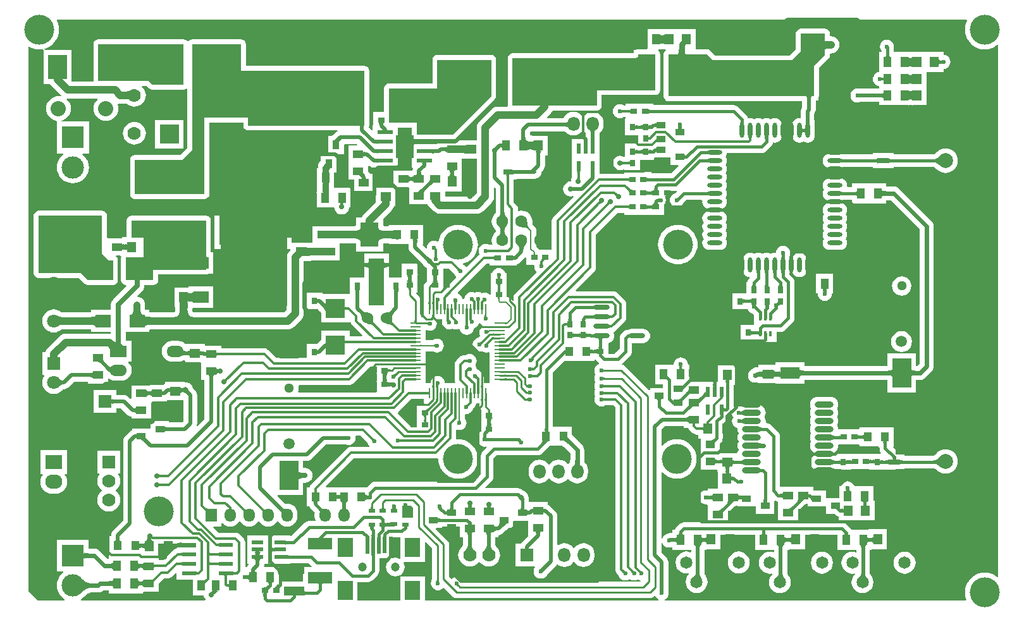
<source format=gtl>
G04*
G04 #@! TF.GenerationSoftware,Altium Limited,Altium Designer,18.1.6 (161)*
G04*
G04 Layer_Physical_Order=1*
G04 Layer_Color=255*
%FSTAX24Y24*%
%MOIN*%
G70*
G01*
G75*
%ADD10C,0.0100*%
%ADD11C,0.0098*%
%ADD14C,0.0157*%
%ADD18C,0.0197*%
%ADD20C,0.0079*%
%ADD25C,0.0118*%
%ADD28R,0.0472X0.0551*%
%ADD29R,0.0354X0.0236*%
%ADD30R,0.1063X0.0512*%
%ADD31R,0.0591X0.0236*%
%ADD32R,0.0394X0.0550*%
%ADD33R,0.0354X0.0315*%
%ADD34R,0.1299X0.0591*%
%ADD35R,0.0197X0.0886*%
%ADD36R,0.0787X0.0984*%
%ADD37R,0.0551X0.0472*%
%ADD38R,0.1024X0.0630*%
%ADD39R,0.0591X0.0315*%
%ADD40R,0.0866X0.0394*%
%ADD41R,0.0550X0.0394*%
%ADD42O,0.0236X0.0787*%
%ADD43O,0.0787X0.0236*%
%ADD44R,0.1024X0.0984*%
%ADD45R,0.0630X0.1024*%
%ADD46R,0.0500X0.0550*%
%ADD47R,0.0394X0.0500*%
%ADD48R,0.0472X0.0335*%
%ADD49R,0.0315X0.0354*%
%ADD50O,0.0866X0.0236*%
%ADD51R,0.0220X0.0580*%
%ADD52R,0.0500X0.0394*%
%ADD53O,0.0984X0.0315*%
%ADD54R,0.0157X0.0315*%
%ADD55R,0.0984X0.1575*%
%ADD56R,0.0984X0.1181*%
%ADD57R,0.0472X0.1378*%
%ADD58R,0.0787X0.0669*%
%ADD59R,0.0472X0.0315*%
%ADD60R,0.1969X0.2362*%
%ADD61R,0.1299X0.0984*%
%ADD62R,0.0945X0.1220*%
%ADD63R,0.0820X0.0230*%
%ADD64R,0.0335X0.0472*%
%ADD65R,0.0800X0.2500*%
%ADD66R,0.0984X0.1299*%
%ADD67R,0.2598X0.2657*%
%ADD68R,0.0787X0.0630*%
%ADD69R,0.1378X0.0591*%
%ADD70R,0.3543X0.3937*%
%ADD71R,0.0780X0.0220*%
%ADD72R,0.0110X0.0580*%
%ADD73R,0.0580X0.0110*%
%ADD74R,0.0945X0.1299*%
%ADD75R,0.0945X0.0394*%
%ADD156C,0.0236*%
%ADD157C,0.0394*%
%ADD158C,0.0400*%
%ADD159C,0.0600*%
%ADD160C,0.0200*%
%ADD161C,0.0315*%
%ADD162C,0.0300*%
%ADD163C,0.0276*%
%ADD164C,0.0354*%
%ADD165C,0.0800*%
%ADD166C,0.0250*%
%ADD167O,0.0650X0.0750*%
%ADD168C,0.0650*%
%ADD169O,0.0787X0.0591*%
%ADD170R,0.0591X0.0709*%
%ADD171O,0.0591X0.0709*%
%ADD172C,0.1102*%
%ADD173C,0.0787*%
%ADD174C,0.0315*%
%ADD175C,0.0600*%
%ADD176R,0.1000X0.0700*%
%ADD177O,0.1000X0.0700*%
%ADD178R,0.1000X0.1000*%
%ADD179C,0.1000*%
%ADD180C,0.0700*%
%ADD181C,0.0800*%
%ADD182C,0.0709*%
%ADD183R,0.0709X0.0709*%
%ADD184R,0.1181X0.1181*%
%ADD185C,0.1181*%
%ADD186O,0.0900X0.0600*%
%ADD187R,0.0900X0.0600*%
%ADD188R,0.0700X0.0700*%
%ADD189R,0.0900X0.0750*%
%ADD190O,0.0900X0.0750*%
%ADD191C,0.0630*%
%ADD192R,0.0700X0.0700*%
%ADD193C,0.0236*%
%ADD194C,0.0276*%
%ADD195C,0.1575*%
%ADD196C,0.0472*%
%ADD197C,0.0512*%
%ADD198C,0.0591*%
G36*
X044701Y048803D02*
X044702Y048803D01*
X044846Y0488D01*
Y0484D01*
X04477Y048399D01*
X044701Y048394D01*
Y048326D01*
X044697Y04834D01*
X044685Y048353D01*
X044665Y048364D01*
X044637Y048373D01*
X044601Y048382D01*
X044582Y048384D01*
X044546Y048382D01*
X04451Y048373D01*
X044482Y048364D01*
X044462Y048353D01*
X04445Y04834D01*
X044446Y048326D01*
Y048397D01*
X044445Y048397D01*
X044301Y0484D01*
Y0488D01*
X044377Y048801D01*
X044446Y048806D01*
Y048874D01*
X04445Y04886D01*
X044462Y048847D01*
X044482Y048836D01*
X04451Y048827D01*
X044546Y048818D01*
X044565Y048816D01*
X044601Y048818D01*
X044637Y048827D01*
X044665Y048836D01*
X044685Y048847D01*
X044697Y04886D01*
X044701Y048874D01*
Y048803D01*
D02*
G37*
G36*
X05315Y048523D02*
X053183Y048515D01*
X053242Y048505D01*
X05331Y048499D01*
X053385Y048497D01*
Y048103D01*
X05331Y048101D01*
X053242Y048095D01*
X053183Y048085D01*
X05315Y048077D01*
Y04778D01*
X05257Y0472D01*
X05257Y04559D01*
X052439D01*
X052434Y045584D01*
X052423Y045566D01*
X052414Y045545D01*
X052407Y045519D01*
X052402Y04549D01*
X052399Y045456D01*
X052398Y045419D01*
X052202D01*
X052201Y045456D01*
X052198Y04549D01*
X052193Y045519D01*
X052186Y045545D01*
X052177Y045566D01*
X052166Y045584D01*
X052161Y04559D01*
X0449Y04559D01*
X0449Y04782D01*
X045386D01*
X045396Y047831D01*
X045413Y047858D01*
X045426Y047891D01*
X045437Y04793D01*
X045444Y047975D01*
X045448Y048026D01*
X04545Y048083D01*
X04575D01*
X045751Y048026D01*
X045755Y047975D01*
X045762Y04793D01*
X04577Y047891D01*
X045782Y047858D01*
X045796Y047831D01*
X045805Y04782D01*
X04691D01*
X04724Y04749D01*
X05139D01*
X05187Y04797D01*
Y0489D01*
X05315D01*
Y048523D01*
D02*
G37*
G36*
X01935Y0462D02*
X0177D01*
X0175Y0464D01*
X01485D01*
X01485Y04835D01*
X01935Y04835D01*
Y0462D01*
D02*
G37*
G36*
X0165Y045405D02*
X016489Y045414D01*
X016475Y045422D01*
X016458Y04543D01*
X016437Y045436D01*
X016414Y045441D01*
X016388Y045445D01*
X016325Y045451D01*
X016251Y045453D01*
Y045847D01*
X016289Y045847D01*
X016388Y045855D01*
X016414Y045859D01*
X016437Y045864D01*
X016458Y04587D01*
X016475Y045878D01*
X016489Y045886D01*
X0165Y045895D01*
Y045405D01*
D02*
G37*
G36*
X0442Y04782D02*
X0442Y04591D01*
X04112Y04591D01*
Y0451D01*
X03668D01*
Y0476D01*
X043145D01*
X043171Y047608D01*
X043225Y047634D01*
X043267Y047664D01*
X043297Y047699D01*
X0433Y047705D01*
X0433Y04782D01*
X0442Y04782D01*
D02*
G37*
G36*
X042436Y04488D02*
X042441Y044876D01*
X042448Y044872D01*
X042455Y044868D01*
X042464Y044866D01*
X042473Y044863D01*
X042483Y044861D01*
X042494Y04486D01*
X042506Y044859D01*
X042518Y044859D01*
X042507Y044741D01*
X042494Y044741D01*
X042471Y044739D01*
X042461Y044738D01*
X042451Y044736D01*
X042443Y044734D01*
X042435Y044731D01*
X042428Y044728D01*
X042422Y044724D01*
X042417Y04472D01*
X042431Y044885D01*
X042436Y04488D01*
D02*
G37*
G36*
X0429Y044682D02*
X042898Y044693D01*
X042895Y044703D01*
X042889Y044712D01*
X042881Y04472D01*
X04287Y044726D01*
X042857Y044731D01*
X042841Y044736D01*
X042823Y044739D01*
X042803Y04474D01*
X04278Y044741D01*
Y044859D01*
X042803Y04486D01*
X042823Y044861D01*
X042841Y044864D01*
X042857Y044868D01*
X04287Y044874D01*
X042881Y04488D01*
X042889Y044888D01*
X042895Y044897D01*
X042898Y044907D01*
X0429Y044918D01*
Y044682D01*
D02*
G37*
G36*
X043842Y044942D02*
X043847Y044928D01*
X043855Y044917D01*
X043866Y044907D01*
X04388Y044898D01*
X043898Y044891D01*
X043918Y044886D01*
X043942Y044882D01*
X043968Y04488D01*
X043998Y044879D01*
Y044721D01*
X043968Y04472D01*
X043942Y044718D01*
X043918Y044714D01*
X043898Y044709D01*
X04388Y044702D01*
X043866Y044693D01*
X043855Y044683D01*
X043847Y044672D01*
X043842Y044658D01*
X043841Y044644D01*
Y044956D01*
X043842Y044942D01*
D02*
G37*
G36*
X051013Y04963D02*
X060611D01*
X060635Y049586D01*
X060633Y049582D01*
X06057Y049432D01*
X060532Y049273D01*
X060519Y04911D01*
X060532Y048947D01*
X06057Y048788D01*
X060633Y048638D01*
X060718Y048498D01*
X060824Y048374D01*
X060948Y048268D01*
X061088Y048183D01*
X061238Y04812D01*
X061397Y048082D01*
X06156Y048069D01*
X061723Y048082D01*
X061882Y04812D01*
X062032Y048183D01*
X062172Y048268D01*
X062233Y048321D01*
X062279Y0483D01*
Y02025D01*
X062233Y020229D01*
X062172Y020282D01*
X062032Y020367D01*
X061882Y02043D01*
X061723Y020468D01*
X06156Y020481D01*
X061397Y020468D01*
X061238Y02043D01*
X061088Y020367D01*
X060948Y020282D01*
X060824Y020176D01*
X060718Y020052D01*
X060633Y019912D01*
X06057Y019762D01*
X060532Y019603D01*
X060519Y01944D01*
X060532Y019277D01*
X06057Y019118D01*
X060594Y019062D01*
X060566Y01902D01*
X044715D01*
X044705Y01907D01*
X044726Y019078D01*
X044803Y019137D01*
X044862Y019214D01*
X044899Y019304D01*
X044911Y0194D01*
X044899Y019496D01*
X044891Y019513D01*
Y02103D01*
X044879Y021121D01*
X044844Y021206D01*
X044788Y021279D01*
X044521Y021546D01*
Y02203D01*
X044571Y02204D01*
X044598Y021974D01*
X044657Y021897D01*
X044734Y021838D01*
X044824Y021801D01*
X04492Y021789D01*
X045016Y021801D01*
X045052Y021816D01*
X045093Y021788D01*
Y021681D01*
X045987D01*
X045987Y021681D01*
X045993D01*
Y021681D01*
X046037Y021681D01*
X046089D01*
Y021579D01*
X046047Y021551D01*
X046Y02157D01*
X04585Y02159D01*
X0457Y02157D01*
X04556Y021512D01*
X04544Y02142D01*
X045348Y0213D01*
X04529Y02116D01*
X04527Y02101D01*
X04529Y02086D01*
X045348Y02072D01*
X04544Y0206D01*
X04556Y020508D01*
X0457Y02045D01*
X04585Y02043D01*
X045958Y020444D01*
X045978Y020396D01*
X04597Y02039D01*
X045878Y02027D01*
X04582Y02013D01*
X0458Y01998D01*
X04582Y01983D01*
X045878Y01969D01*
X04597Y01957D01*
X04609Y019478D01*
X04623Y01942D01*
X04638Y0194D01*
X04653Y01942D01*
X04667Y019478D01*
X04679Y01957D01*
X046882Y01969D01*
X04694Y01983D01*
X04696Y01998D01*
X04694Y02013D01*
X046882Y02027D01*
X046866Y020291D01*
X046862Y020303D01*
X046828Y020356D01*
X046819Y020372D01*
X046811Y020389D01*
X046805Y020405D01*
X0468Y020419D01*
X046797Y020431D01*
X046795Y020441D01*
X046794Y020451D01*
X046793Y020469D01*
X046791Y020476D01*
Y021681D01*
X046887D01*
Y021714D01*
X047636D01*
Y022468D01*
X049463D01*
Y021681D01*
X050357D01*
X050357Y021681D01*
X050363D01*
Y021681D01*
X050407Y021681D01*
X050459D01*
Y021575D01*
X050417Y021547D01*
X050386Y02156D01*
X050236Y02158D01*
X050086Y02156D01*
X049946Y021502D01*
X049826Y02141D01*
X049734Y02129D01*
X049676Y02115D01*
X049656Y021D01*
X049676Y02085D01*
X049734Y02071D01*
X049826Y02059D01*
X049946Y020498D01*
X050086Y02044D01*
X050236Y02042D01*
X050344Y020434D01*
X050364Y020386D01*
X050356Y02038D01*
X050264Y02026D01*
X050206Y02012D01*
X050186Y01997D01*
X050206Y01982D01*
X050264Y01968D01*
X050356Y01956D01*
X050476Y019468D01*
X050616Y01941D01*
X050766Y01939D01*
X050916Y01941D01*
X051056Y019468D01*
X051176Y01956D01*
X051268Y01968D01*
X051326Y01982D01*
X051346Y01997D01*
X051326Y02012D01*
X051268Y02026D01*
X051238Y0203D01*
X051228Y020321D01*
X05121Y020345D01*
X051198Y020363D01*
X051188Y02038D01*
X05118Y020395D01*
X051174Y020409D01*
X05117Y020421D01*
X051167Y020432D01*
X051165Y020441D01*
X051164Y02045D01*
X051163Y020467D01*
X051161Y020474D01*
Y021681D01*
X051257D01*
Y021714D01*
X052096D01*
Y022468D01*
X053808D01*
Y021681D01*
X054658D01*
X054702Y021681D01*
X054752Y021681D01*
X054803D01*
Y021579D01*
X054762Y021551D01*
X05474Y02156D01*
X05459Y02158D01*
X05444Y02156D01*
X0543Y021502D01*
X05418Y02141D01*
X054088Y02129D01*
X05403Y02115D01*
X05401Y021D01*
X05403Y02085D01*
X054088Y02071D01*
X05418Y02059D01*
X0543Y020498D01*
X05444Y02044D01*
X05459Y02042D01*
X054698Y020434D01*
X054718Y020386D01*
X05471Y02038D01*
X054618Y02026D01*
X05456Y02012D01*
X05454Y01997D01*
X05456Y01982D01*
X054618Y01968D01*
X05471Y01956D01*
X05483Y019468D01*
X05497Y01941D01*
X05512Y01939D01*
X05527Y01941D01*
X05541Y019468D01*
X05553Y01956D01*
X055622Y01968D01*
X05568Y01982D01*
X0557Y01997D01*
X05568Y02012D01*
X055622Y02026D01*
X055583Y020311D01*
X055572Y020333D01*
X055554Y020357D01*
X055542Y020374D01*
X055532Y02039D01*
X055524Y020404D01*
X055518Y020417D01*
X055514Y020428D01*
X055511Y020438D01*
X05551Y020446D01*
X055509Y020454D01*
X055508Y020472D01*
X055506Y020479D01*
Y021681D01*
X055602D01*
Y021714D01*
X056416D01*
Y022766D01*
X055444D01*
Y022731D01*
X054752D01*
X054708Y022731D01*
X054658Y022731D01*
X05455D01*
X054542Y022751D01*
X054489Y02282D01*
X054274Y023034D01*
X054206Y023087D01*
X054126Y02312D01*
X05404Y023132D01*
X052785D01*
X05271Y023081D01*
X052635Y023132D01*
X048025D01*
Y023579D01*
X048027Y023587D01*
X048025Y0236D01*
X048039Y023616D01*
X048068Y023646D01*
X048073Y023655D01*
X048372Y023953D01*
X04838Y023958D01*
X048397Y023975D01*
X048409Y023984D01*
X048418Y023992D01*
X048426Y023997D01*
X048431Y023999D01*
X048434Y024001D01*
X048441Y024001D01*
X048449Y024003D01*
X048522D01*
Y023957D01*
X049494D01*
X049506Y023912D01*
Y023583D01*
X050478D01*
Y024233D01*
X050528Y024257D01*
X050594Y02423D01*
X050675Y024219D01*
Y024103D01*
X050675Y024103D01*
Y024097D01*
X050675D01*
X050675Y024053D01*
Y023203D01*
X051725D01*
Y023679D01*
X051727Y023687D01*
X051725Y0237D01*
X051739Y023716D01*
X051768Y023746D01*
X051773Y023755D01*
X052072Y024053D01*
X05208Y024058D01*
X052097Y024075D01*
X052109Y024084D01*
X052118Y024092D01*
X052126Y024097D01*
X052131Y024099D01*
X052134Y024101D01*
X052141Y024101D01*
X052149Y024103D01*
X052222D01*
Y023957D01*
X052454D01*
X052473Y023953D01*
X052484Y023955D01*
X052496Y023954D01*
X052505Y023957D01*
X053156D01*
X053194Y023957D01*
X053206Y023912D01*
Y023583D01*
X053634D01*
X05366Y023559D01*
X05368Y02354D01*
X053688Y023535D01*
X053708Y023516D01*
X053776Y023463D01*
X053856Y02343D01*
Y023225D01*
X055756D01*
Y024275D01*
X055697D01*
Y025025D01*
X054803D01*
Y025025D01*
X054797D01*
Y025025D01*
X054707D01*
X054672Y02511D01*
X054613Y025187D01*
X054536Y025246D01*
X054446Y025283D01*
X05435Y025295D01*
X054254Y025283D01*
X054164Y025246D01*
X054087Y025187D01*
X054028Y02511D01*
X053993Y025025D01*
X053903D01*
Y024417D01*
X053244D01*
X053206Y024417D01*
X053194Y024462D01*
Y024791D01*
X052558D01*
X052539Y024804D01*
X052533Y024808D01*
X052525Y024815D01*
Y024997D01*
X051725D01*
Y024997D01*
X050772D01*
Y02766D01*
X05076Y027746D01*
X050727Y027826D01*
X050674Y027894D01*
X050301Y028268D01*
X050233Y02832D01*
X050153Y028353D01*
X050067Y028365D01*
X050051D01*
X050018Y028402D01*
X050027Y028466D01*
X050013Y028573D01*
X049972Y028672D01*
X049963Y028683D01*
X049972Y028694D01*
X050013Y028793D01*
X050027Y028899D01*
X050013Y029006D01*
X049972Y029105D01*
X049906Y02919D01*
X049821Y029255D01*
X049722Y029296D01*
X049616Y02931D01*
X048946D01*
X048868Y0293D01*
Y029196D01*
X048852Y029207D01*
X048835Y029217D01*
X048817Y029225D01*
X048797Y029233D01*
X048776Y029239D01*
X048754Y029244D01*
X048731Y029248D01*
X048706Y029251D01*
X048652Y029253D01*
Y029274D01*
X0486Y029281D01*
X048504Y029269D01*
X048414Y029232D01*
X048382Y029206D01*
X048332Y029231D01*
Y030364D01*
X048486D01*
Y031416D01*
X048469D01*
X048376Y03128D01*
X048374Y031309D01*
X04837Y031335D01*
X048362Y031357D01*
X048351Y031377D01*
X048337Y031393D01*
X048319Y031407D01*
X048303Y031416D01*
X047514D01*
Y03054D01*
X047362D01*
X04734Y03054D01*
Y03054D01*
X047312D01*
Y03054D01*
X047287D01*
X04727Y030508D01*
X047241Y030537D01*
X047237Y03054D01*
X046757D01*
Y030551D01*
X045997D01*
Y030696D01*
X045992Y030697D01*
X045997Y030702D01*
Y03081D01*
X045992Y03081D01*
X045997D01*
Y031449D01*
X045931D01*
X045921Y03146D01*
X045909Y031556D01*
X045872Y031646D01*
X045813Y031723D01*
X045736Y031782D01*
X045646Y031819D01*
X04555Y031831D01*
X045454Y031819D01*
X045364Y031782D01*
X045287Y031723D01*
X045228Y031646D01*
X045191Y031556D01*
X045179Y03146D01*
X045169Y031449D01*
X045103D01*
X045103Y031449D01*
X045097D01*
Y031449D01*
X045053Y031449D01*
X044203D01*
Y030399D01*
X044588D01*
Y030217D01*
X043922D01*
Y030115D01*
X043875Y030096D01*
X042628Y031343D01*
X042566Y031391D01*
X042493Y031422D01*
X042456Y031426D01*
X042453Y031431D01*
X042442Y031479D01*
X042464Y031496D01*
X042884Y031916D01*
X042937Y031984D01*
X04297Y032064D01*
X042982Y03215D01*
Y032584D01*
X04356D01*
X043656Y032596D01*
X043745Y032634D01*
X043822Y032693D01*
X043881Y032769D01*
X043918Y032859D01*
X043931Y032955D01*
X043918Y033051D01*
X043881Y033141D01*
X043822Y033218D01*
X043745Y033277D01*
X043656Y033314D01*
X04356Y033326D01*
X04293D01*
X042834Y033314D01*
X042769Y033287D01*
X042765D01*
X042679Y033275D01*
X042599Y033242D01*
X042531Y03319D01*
X042416Y033074D01*
X042363Y033006D01*
X04233Y032926D01*
X042318Y03284D01*
Y032287D01*
X042093Y032062D01*
X041732D01*
Y032558D01*
X041762Y032596D01*
X041766Y032596D01*
X041856Y032634D01*
X041933Y032693D01*
X041992Y032769D01*
X042029Y032859D01*
X042041Y032955D01*
X042029Y033051D01*
X042004Y033111D01*
X042024Y033174D01*
X042051Y033185D01*
X042116Y033235D01*
X04258Y0337D01*
X04263Y033764D01*
X042661Y033839D01*
X042672Y03392D01*
Y03464D01*
X042661Y034721D01*
X04263Y034796D01*
X04258Y03486D01*
X04222Y03522D01*
X042156Y03527D01*
X042081Y035301D01*
X042Y035312D01*
X040028D01*
X040009Y035358D01*
X04099Y03634D01*
X04099Y03634D01*
X04104Y036404D01*
X041071Y036479D01*
X041082Y03656D01*
X041082Y03656D01*
Y038311D01*
X042214Y039443D01*
X042558D01*
Y039348D01*
X043717D01*
X043724Y039345D01*
X043738Y039346D01*
X043752Y039344D01*
X04377Y039348D01*
X04404D01*
X044058Y039344D01*
X044072Y039346D01*
X044086Y039345D01*
X044093Y039348D01*
X044662D01*
Y039793D01*
X044676Y039798D01*
X044753Y039857D01*
X044794Y039911D01*
X044667D01*
X044682Y039913D01*
X044696Y039918D01*
X044708Y039925D01*
X044718Y039936D01*
X044727Y039951D01*
X044734Y039968D01*
X044739Y039988D01*
X044743Y040012D01*
X044745Y040039D01*
X044746Y040069D01*
X044855D01*
X044861Y04012D01*
X044853Y040186D01*
X044746D01*
X044745Y040216D01*
X044743Y040243D01*
X044739Y040267D01*
X044734Y040288D01*
X044727Y040305D01*
X044718Y04032D01*
X044708Y040331D01*
X044696Y040339D01*
X044682Y040343D01*
X044667Y040345D01*
X044781D01*
X044753Y040383D01*
X044676Y040442D01*
X044662Y040447D01*
Y040618D01*
X04527D01*
X045303Y040623D01*
X045327Y040575D01*
X045226Y040475D01*
X045217Y040469D01*
X045215Y040467D01*
X045154Y040442D01*
X045077Y040383D01*
X045018Y040306D01*
X044981Y040216D01*
X044969Y04012D01*
X044981Y040024D01*
X045018Y039934D01*
X045077Y039857D01*
X045105Y039837D01*
X045128Y039835D01*
X045158Y039834D01*
Y039797D01*
X045244Y039761D01*
X04534Y039749D01*
X045436Y039761D01*
X045526Y039798D01*
X045603Y039857D01*
X045662Y039934D01*
X045686Y039993D01*
X045698Y040006D01*
X045701Y040012D01*
X045824Y040135D01*
X046647D01*
X046691Y040085D01*
X046684Y040033D01*
X046696Y039937D01*
X046734Y039848D01*
X046793Y039771D01*
X046869Y039712D01*
X046932Y039686D01*
X046952Y039688D01*
X046967Y039691D01*
X046979Y039694D01*
X046989Y039698D01*
X046996Y039703D01*
Y03967D01*
X047055Y039662D01*
X047606D01*
X047665Y03967D01*
Y039703D01*
X047673Y039698D01*
X047682Y039694D01*
X047695Y039691D01*
X04771Y039688D01*
X047727Y039685D01*
X047727Y039685D01*
X047792Y039712D01*
X047869Y039771D01*
X047928Y039848D01*
X047965Y039937D01*
X047978Y040033D01*
X047965Y04013D01*
X047928Y040219D01*
X047904Y04025D01*
X047928Y040281D01*
X047965Y04037D01*
X047978Y040467D01*
X047965Y040563D01*
X047928Y040652D01*
X047904Y040683D01*
X047928Y040714D01*
X047965Y040804D01*
X047978Y0409D01*
X047965Y040996D01*
X047928Y041085D01*
X047904Y041116D01*
X047928Y041147D01*
X047965Y041237D01*
X047978Y041333D01*
X047965Y041429D01*
X047928Y041518D01*
X047904Y041549D01*
X047928Y04158D01*
X047965Y04167D01*
X047978Y041766D01*
X047965Y041862D01*
X047928Y041951D01*
X047904Y041982D01*
X047928Y042013D01*
X047965Y042103D01*
X047978Y042199D01*
X047965Y042295D01*
X047928Y042384D01*
X047904Y042415D01*
X047928Y042446D01*
X047965Y042536D01*
X047975Y042608D01*
X04981D01*
X049896Y04262D01*
X049976Y042653D01*
X050044Y042706D01*
X050301Y042962D01*
X050354Y043031D01*
X050387Y043111D01*
X050393Y043153D01*
X050404Y043159D01*
X0505Y043146D01*
X050596Y043159D01*
X050686Y043196D01*
X050763Y043255D01*
X050822Y043332D01*
X050859Y043422D01*
X050871Y043518D01*
Y044069D01*
X050859Y044165D01*
X050822Y044255D01*
X050763Y044331D01*
X050686Y04439D01*
X050596Y044428D01*
X0505Y04444D01*
X050404Y044428D01*
X050314Y04439D01*
X050283Y044367D01*
X050253Y04439D01*
X050163Y044428D01*
X050067Y04444D01*
X049971Y044428D01*
X049881Y04439D01*
X04985Y044367D01*
X049819Y04439D01*
X04973Y044428D01*
X049634Y04444D01*
X049538Y044428D01*
X049448Y04439D01*
X049417Y044367D01*
X049386Y04439D01*
X049297Y044428D01*
X049201Y04444D01*
X049105Y044428D01*
X049082Y044472D01*
X049055Y044538D01*
X049002Y044607D01*
X048574Y045034D01*
X048506Y045087D01*
X048426Y04512D01*
X04834Y045132D01*
X044092D01*
Y045207D01*
X04386D01*
X043841Y045211D01*
X043827Y045209D01*
X043814Y04521D01*
X043807Y045207D01*
X042647D01*
Y045112D01*
X042551D01*
X042526Y045132D01*
X042436Y045169D01*
X04234Y045181D01*
X042244Y045169D01*
X042154Y045132D01*
X042077Y045073D01*
X042018Y044996D01*
X041981Y044906D01*
X041969Y04481D01*
X041981Y044714D01*
X042018Y044624D01*
X042077Y044547D01*
X042154Y044488D01*
X042244Y044451D01*
X04234Y044439D01*
X042436Y044451D01*
X042525Y044488D01*
X042647D01*
Y044403D01*
X042593D01*
Y043548D01*
X043306D01*
Y043103D01*
X042593D01*
Y042426D01*
X042568Y04241D01*
X042543Y042403D01*
X042536Y042409D01*
X042441Y042448D01*
X04234Y042461D01*
X042239Y042448D01*
X042144Y042409D01*
X042063Y042347D01*
X042001Y042266D01*
X041962Y042171D01*
X041949Y04207D01*
X041962Y041969D01*
X042001Y041874D01*
X042063Y041793D01*
X042144Y041731D01*
X042239Y041692D01*
X04234Y041679D01*
X042441Y041692D01*
X042536Y041731D01*
X042543Y041737D01*
X042593Y041712D01*
Y041658D01*
X043407D01*
Y042248D01*
X044121D01*
Y042349D01*
X044171Y042355D01*
X044175Y042357D01*
X044994D01*
X045006Y042312D01*
Y041983D01*
X045408D01*
X045428Y041936D01*
X045023Y041532D01*
X044003D01*
Y041607D01*
X04377D01*
X043752Y041611D01*
X043738Y041609D01*
X043724Y04161D01*
X043717Y041607D01*
X042558D01*
Y041512D01*
X04126D01*
Y041603D01*
X041264Y041621D01*
X041261Y041632D01*
X041263Y041644D01*
X04126Y041653D01*
Y04231D01*
Y04312D01*
X041264Y043139D01*
X041263Y043144D01*
X041263Y04315D01*
X04126Y043228D01*
Y04339D01*
X041253D01*
Y043578D01*
X041255Y043587D01*
X041256Y043629D01*
X041257Y043649D01*
X041275Y043663D01*
X041279Y043666D01*
X04128Y043667D01*
X04131Y04369D01*
X041402Y04381D01*
X04146Y04395D01*
X04148Y0441D01*
Y0442D01*
X04146Y04435D01*
X041402Y04449D01*
X04131Y04461D01*
X04119Y044702D01*
X04105Y04476D01*
X0409Y04478D01*
X04075Y04476D01*
X04061Y044702D01*
X04049Y04461D01*
X040427Y044527D01*
X040363D01*
X0403Y04461D01*
X04018Y044702D01*
X04004Y04476D01*
X03989Y04478D01*
X03974Y04476D01*
X0396Y044702D01*
X03948Y04461D01*
X039388Y04449D01*
X039373Y044455D01*
X039359Y044455D01*
X039351Y044453D01*
X039343Y044454D01*
X039339Y044453D01*
X03851D01*
X038491Y044499D01*
X038695Y044703D01*
X038695Y044703D01*
X038767Y044797D01*
X038787Y044845D01*
X04112D01*
X041218Y044865D01*
X0413Y04492D01*
X041356Y045002D01*
X041375Y0451D01*
Y045655D01*
X0442Y045655D01*
X044298Y045675D01*
X04438Y04573D01*
X044435Y045812D01*
X044455Y04591D01*
X044455Y04782D01*
X044436Y047918D01*
X04438Y048D01*
X044357Y048015D01*
X044357Y048035D01*
X044381Y048075D01*
X044427D01*
X044446Y048071D01*
X04446Y048074D01*
X044475Y048073D01*
X044481Y048075D01*
X044666D01*
X044672Y048073D01*
X044687Y048074D01*
X044701Y048071D01*
X04472Y048075D01*
X044742D01*
X044757Y048025D01*
X04472Y048D01*
X044665Y047918D01*
X044645Y04782D01*
X044645Y04559D01*
X044665Y045492D01*
X04472Y04541D01*
X044802Y045354D01*
X0449Y045335D01*
X051949Y045335D01*
Y045015D01*
X051928Y044988D01*
X051893Y044903D01*
X051881Y044812D01*
Y044467D01*
X051843Y044434D01*
X051799Y04444D01*
X051703Y044428D01*
X051614Y04439D01*
X051537Y044331D01*
X051478Y044255D01*
X051441Y044165D01*
X051428Y044069D01*
Y043518D01*
X051436Y043459D01*
X051468D01*
X051464Y043451D01*
X05146Y043442D01*
X051456Y043429D01*
X051453Y043414D01*
X051451Y043397D01*
X051451Y043397D01*
X051478Y043332D01*
X051537Y043255D01*
X051614Y043196D01*
X051703Y043159D01*
X051799Y043146D01*
X051895Y043159D01*
X051985Y043196D01*
X052016Y04322D01*
X052047Y043196D01*
X052136Y043159D01*
X052232Y043146D01*
X052328Y043159D01*
X052418Y043196D01*
X052495Y043255D01*
X052554Y043332D01*
X052591Y043422D01*
X052604Y043518D01*
Y044069D01*
X0526Y044095D01*
X052601Y044099D01*
X052597Y044122D01*
X052595Y044134D01*
X052595Y044135D01*
X052586Y0443D01*
X052586Y044331D01*
X052584Y04434D01*
Y044677D01*
X052604Y044704D01*
X052639Y044789D01*
X052651Y04488D01*
Y045351D01*
X052668Y045355D01*
X052682Y045364D01*
X052786D01*
Y045464D01*
X052805Y045492D01*
X052825Y04559D01*
X052825Y047094D01*
X05319Y047459D01*
X053242D01*
Y047512D01*
X05333Y0476D01*
X053386Y047682D01*
X053405Y04778D01*
Y047849D01*
X05345D01*
X053567Y047865D01*
X053675Y04791D01*
X053769Y047981D01*
X053779Y047991D01*
X05385Y048085D01*
X053895Y048193D01*
X053911Y04831D01*
X053895Y048427D01*
X05385Y048535D01*
X053779Y048629D01*
X053685Y0487D01*
X053577Y048745D01*
X05346Y048761D01*
X053442Y048758D01*
X053405Y048791D01*
Y0489D01*
X053386Y048998D01*
X05333Y04908D01*
X053248Y049135D01*
X053242Y049137D01*
Y049141D01*
X053222D01*
X05315Y049155D01*
X05187D01*
X051798Y049141D01*
X051758D01*
Y049126D01*
X05169Y04908D01*
X051634Y048998D01*
X051615Y0489D01*
Y048076D01*
X051284Y047745D01*
X047346D01*
X04709Y048D01*
X047008Y048056D01*
X04691Y048075D01*
X0464D01*
X04635Y048075D01*
Y049125D01*
X04472D01*
X044701Y049129D01*
X044687Y049126D01*
X044672Y049127D01*
X044666Y049125D01*
X044481D01*
X044475Y049127D01*
X04446Y049126D01*
X044446Y049129D01*
X044427Y049125D01*
X043803D01*
Y048653D01*
X043796Y0486D01*
X043803Y048547D01*
Y048125D01*
X043753Y048075D01*
X0433Y048075D01*
X043202Y048056D01*
X043171Y048035D01*
X04307D01*
Y047926D01*
X043065Y047918D01*
X043052Y047855D01*
X03668D01*
X036582Y047835D01*
X0365Y04778D01*
X036444Y047698D01*
X036425Y0476D01*
Y0451D01*
X036427Y045093D01*
X036395Y045054D01*
X0359D01*
X035783Y045038D01*
X035673Y044993D01*
X035579Y044921D01*
X034929Y044271D01*
X034857Y044177D01*
X034812Y044067D01*
X034796Y04395D01*
Y043286D01*
X034276D01*
X034273Y043287D01*
X034255Y043286D01*
X034254D01*
X034236Y04329D01*
X034217Y043286D01*
X033984D01*
Y04326D01*
X033904Y043255D01*
X033834Y043255D01*
X033829Y043254D01*
X03349D01*
X033437Y043247D01*
X033251D01*
X033244Y043249D01*
X03323Y043248D01*
X033216Y043251D01*
X033198Y043247D01*
X032965D01*
Y043155D01*
X032915Y043155D01*
X032906Y043153D01*
X0329D01*
X032809Y043141D01*
X032723Y043106D01*
X032662Y043059D01*
X032474D01*
X03247Y04306D01*
X032452Y043059D01*
X032436Y043062D01*
X032417Y043059D01*
X031501D01*
X031499Y043058D01*
X031485Y043045D01*
X031475Y04303D01*
X031469Y043013D01*
X031467Y042994D01*
Y043059D01*
X031367D01*
Y042329D01*
Y041829D01*
X031396D01*
X031424Y041787D01*
X031409Y041751D01*
X0314Y041687D01*
X031225D01*
X031225Y041687D01*
X031194Y041691D01*
X031181Y041688D01*
X031176Y041688D01*
X031166Y041689D01*
X031159Y041687D01*
X030395D01*
Y041037D01*
X030406Y041026D01*
X030395Y041019D01*
Y040836D01*
X030395Y040793D01*
X030348Y040786D01*
X029464D01*
Y040002D01*
X028823Y03936D01*
X028751Y039267D01*
X028723Y0392D01*
X028419D01*
Y038763D01*
X028387Y038758D01*
X028337Y038753D01*
X02827Y038752D01*
X028266Y038751D01*
X026858D01*
X026829Y038747D01*
X026136D01*
Y037914D01*
X026091Y037879D01*
X026066Y037886D01*
Y037886D01*
X025833D01*
X025814Y03789D01*
X025796Y037886D01*
X025795D01*
X025777Y037887D01*
X025774Y037886D01*
X025022D01*
Y03815D01*
X0248D01*
Y037531D01*
X024959D01*
X02498Y037482D01*
X024909Y037411D01*
X024837Y037317D01*
X0248Y037228D01*
Y03455D01*
X024776D01*
Y034338D01*
X024642Y034204D01*
X019966D01*
X019963Y034205D01*
X019903Y034208D01*
X019869Y034214D01*
X019847Y034221D01*
X019836Y034227D01*
X019831Y034231D01*
X019827Y034236D01*
X019821Y034247D01*
X019814Y034269D01*
X019808Y034303D01*
X019805Y03435D01*
X019806Y034409D01*
X019856Y034435D01*
X019865Y034434D01*
X019883Y034437D01*
X020901D01*
Y035567D01*
X019908D01*
X019907Y035567D01*
X019904Y035567D01*
X019883D01*
X019865Y035571D01*
X019846Y035567D01*
X019613D01*
Y035565D01*
X019585Y035522D01*
X019566Y035518D01*
X018864D01*
Y034758D01*
X018863Y034756D01*
X018864Y034737D01*
Y034737D01*
X01886Y034718D01*
X018864Y034699D01*
Y034467D01*
X01889D01*
X018895Y034386D01*
X018895Y034354D01*
X018892Y034303D01*
X018886Y034269D01*
X018879Y034247D01*
X018873Y034236D01*
X018869Y034231D01*
X018864Y034227D01*
X018853Y034221D01*
X018831Y034214D01*
X018797Y034208D01*
X018737Y034205D01*
X018734Y034204D01*
X017692D01*
X017688Y034205D01*
X017554Y03421D01*
X01753Y034212D01*
Y034335D01*
X017319D01*
X017317Y034342D01*
X017314Y034385D01*
X017312Y034444D01*
X017311Y034449D01*
Y03459D01*
X017296Y034702D01*
X017253Y034805D01*
X017185Y034895D01*
X017095Y034963D01*
X016992Y035006D01*
X016928Y035014D01*
X01691Y035067D01*
X017163Y03532D01*
X017225Y035401D01*
X017264Y035495D01*
X017277Y035596D01*
Y035645D01*
X01775D01*
X017848Y035665D01*
X01793Y03572D01*
X017986Y035802D01*
X018005Y0359D01*
Y036195D01*
X020525Y036195D01*
X020623Y036214D01*
X02065Y036233D01*
X020901D01*
Y037363D01*
X02078D01*
X02078Y03905D01*
X02076Y039148D01*
X020705Y03923D01*
X020623Y039285D01*
X020525Y039305D01*
X0166Y039305D01*
X016502Y039285D01*
X01642Y03923D01*
X016365Y039148D01*
X016345Y03905D01*
X016345Y038174D01*
X016096D01*
Y038097D01*
X015355D01*
X015305Y038139D01*
X015305Y0393D01*
X015286Y039398D01*
X01523Y03948D01*
X015148Y039535D01*
X01505Y039555D01*
X0117Y039555D01*
X011602Y039536D01*
X01152Y03948D01*
X011465Y039398D01*
X011445Y0393D01*
Y036275D01*
X011465Y036177D01*
X01152Y036095D01*
X011602Y03604D01*
X0117Y03602D01*
X013819Y03602D01*
X01412Y03572D01*
X014202Y035665D01*
X0143Y035645D01*
X015625D01*
X015723Y035665D01*
X015805Y03572D01*
X015861Y035802D01*
X01588Y0359D01*
Y03695D01*
X015861Y037048D01*
X015805Y03713D01*
X015805Y03713D01*
X015771Y037153D01*
X015786Y037203D01*
X016015D01*
X016056Y037153D01*
X016045Y0371D01*
Y0359D01*
X016064Y035802D01*
X01612Y03572D01*
X016202Y035665D01*
X0163Y035645D01*
X016317D01*
X016336Y035599D01*
X015623Y034887D01*
X015561Y034806D01*
X015522Y034711D01*
X015509Y03461D01*
Y034335D01*
X014763D01*
X01476Y034335D01*
X014743Y034335D01*
X014741D01*
X014722Y034338D01*
X014703Y034335D01*
X014471D01*
Y03421D01*
X01439Y034203D01*
X014324Y034202D01*
X014319Y034201D01*
X013015D01*
X013011Y034202D01*
X012975Y034202D01*
X01295Y034203D01*
X012902Y034208D01*
X012893Y03421D01*
X012837Y034255D01*
X012732Y034311D01*
X012618Y034346D01*
X0125Y034357D01*
X012382Y034346D01*
X012268Y034311D01*
X012163Y034255D01*
X012071Y034179D01*
X011995Y034087D01*
X011939Y033982D01*
X011904Y033868D01*
X011893Y03375D01*
X011904Y033632D01*
X011939Y033518D01*
X011995Y033413D01*
X012071Y033321D01*
X012163Y033245D01*
X012268Y033189D01*
X012382Y033154D01*
X0125Y033143D01*
X012618Y033154D01*
X012732Y033189D01*
X012837Y033245D01*
X012893Y03329D01*
X0129Y033292D01*
X012979Y033298D01*
X013011Y033298D01*
X013015Y033299D01*
X014319D01*
X014324Y033298D01*
X014393Y033297D01*
X014448Y033294D01*
X014471Y033291D01*
Y033165D01*
X014703D01*
X014722Y033162D01*
X014741Y033165D01*
X014743D01*
X01476Y033165D01*
X014763Y033165D01*
X015509D01*
Y033098D01*
X015471Y033065D01*
X01543Y033071D01*
X01313D01*
X013013Y033055D01*
X012905Y03301D01*
X012811Y032939D01*
X012181Y032309D01*
X01211Y032215D01*
X012065Y032107D01*
X012064Y032104D01*
X011896D01*
Y030896D01*
X011984D01*
X012006Y03085D01*
X011995Y030837D01*
X011939Y030732D01*
X011904Y030618D01*
X011893Y0305D01*
X011904Y030382D01*
X011939Y030268D01*
X011995Y030163D01*
X012071Y030071D01*
X012163Y029995D01*
X012268Y029939D01*
X012382Y029904D01*
X0125Y029893D01*
X012618Y029904D01*
X012732Y029939D01*
X012837Y029995D01*
X012929Y030071D01*
X012961Y030109D01*
X012969Y030115D01*
X012978Y030127D01*
X012989Y030137D01*
X012993Y030143D01*
X012996Y030143D01*
X013004Y030145D01*
X013015Y030146D01*
X013038Y030147D01*
X013067Y030153D01*
X013121Y030161D01*
X013206Y030196D01*
X013278Y030252D01*
X013566Y030539D01*
X014315D01*
Y030443D01*
X014548D01*
X014566Y030439D01*
X01458Y030442D01*
X014593Y030441D01*
X0146Y030443D01*
X015365D01*
Y030696D01*
X01541Y030718D01*
X015473Y03067D01*
X015606Y030614D01*
X01575Y030595D01*
X01605D01*
X016194Y030614D01*
X016327Y03067D01*
X016442Y030758D01*
X01653Y030873D01*
X016586Y031006D01*
X016605Y03115D01*
X016586Y031294D01*
X01653Y031427D01*
X016442Y031542D01*
X016429Y031553D01*
X016445Y0316D01*
X0166D01*
Y0327D01*
X016293D01*
X016293Y032731D01*
X016291Y032738D01*
Y033165D01*
X017237D01*
X017239Y033165D01*
X017254Y033165D01*
X01726D01*
X017279Y033162D01*
X017297Y033165D01*
X01753D01*
Y033287D01*
X017616Y033294D01*
X017683Y033295D01*
X017688Y033296D01*
X02483D01*
X024947Y033312D01*
X025057Y033357D01*
X025151Y033429D01*
X025551Y033829D01*
X025551Y033829D01*
X025623Y033923D01*
X025668Y034033D01*
X025684Y03415D01*
Y036902D01*
X025696Y036914D01*
X025774D01*
X025777Y036913D01*
X025795Y036914D01*
X025796D01*
X025814Y03691D01*
X025833Y036914D01*
X026066D01*
Y03694D01*
X026146Y036945D01*
X026216Y036945D01*
X026221Y036946D01*
X026816D01*
X026858Y036941D01*
X026912Y036948D01*
X027581D01*
Y037841D01*
X027627Y037849D01*
X028266D01*
X02827Y037848D01*
X028337Y037847D01*
X028387Y037842D01*
X028419Y037837D01*
Y0374D01*
X029864D01*
Y037837D01*
X029897Y037842D01*
X029946Y037847D01*
X030013Y037848D01*
X030013Y037848D01*
X030014Y037848D01*
X03015Y037846D01*
X03016Y037845D01*
Y037796D01*
X030387D01*
X030402Y037792D01*
X030407Y037793D01*
X030412Y037792D01*
X03043Y037796D01*
X030602D01*
X030607Y037795D01*
X030613Y037796D01*
X031016D01*
X031054Y037796D01*
X031104Y037796D01*
X031197D01*
Y03765D01*
X031209Y037559D01*
X031244Y037473D01*
X0313Y0374D01*
X031926Y036774D01*
X031951Y036714D01*
X032013Y036633D01*
X032094Y036571D01*
X032154Y036546D01*
X032178Y036523D01*
Y036232D01*
X032176Y036229D01*
X032177Y036211D01*
X032174Y036194D01*
X032178Y036175D01*
Y035849D01*
X032085Y035757D01*
X032037Y035694D01*
X032007Y035621D01*
X031997Y035543D01*
Y034905D01*
X031994D01*
Y034747D01*
X031993Y034688D01*
X031993Y034677D01*
X031994Y03467D01*
X031991Y034654D01*
X031994Y034635D01*
Y034625D01*
X031994Y034613D01*
X031994Y034612D01*
Y033931D01*
X031943D01*
X031883Y033932D01*
X031873Y033933D01*
X031863Y033982D01*
Y034794D01*
X031853Y034872D01*
X031823Y034945D01*
X031775Y035008D01*
X03159Y035193D01*
X031611Y035243D01*
X031682D01*
Y035768D01*
X031683Y035771D01*
X031682Y035789D01*
X031686Y035806D01*
X031682Y035825D01*
Y036178D01*
X031686Y036197D01*
X031682Y036214D01*
X031683Y036232D01*
X031682Y036236D01*
Y036509D01*
X031669D01*
X031682Y036511D01*
Y036761D01*
X030828D01*
Y036236D01*
X030826Y036232D01*
X030827Y036214D01*
X030824Y036197D01*
X030828Y036178D01*
Y036032D01*
X03016D01*
Y037289D01*
X02886D01*
Y036032D01*
X028093D01*
Y035447D01*
X028089Y035429D01*
X028093Y03541D01*
Y035199D01*
X028093Y035178D01*
X028051Y035157D01*
X026657D01*
Y035222D01*
X025843D01*
Y034368D01*
X026433D01*
X026439Y034361D01*
X026444Y034354D01*
X026479Y034318D01*
X026537Y034251D01*
X026554Y034227D01*
X026569Y034205D01*
X026578Y034187D01*
X026584Y034175D01*
X026586Y03417D01*
X026586Y034159D01*
X026588Y034152D01*
Y033672D01*
X028112D01*
X028112Y033672D01*
X028155Y033655D01*
X02818Y033594D01*
X02823Y03353D01*
X028759Y033D01*
X02874Y032954D01*
X028112D01*
Y033228D01*
X026588D01*
Y032737D01*
X026586Y032735D01*
X026383Y032532D01*
X026094D01*
Y032519D01*
X026092Y032532D01*
X025843D01*
Y031812D01*
X024219D01*
X02381Y03222D01*
X023746Y03227D01*
X023671Y032301D01*
X02359Y032312D01*
X021325D01*
Y032447D01*
X020476D01*
Y032536D01*
X019447D01*
X019442Y032542D01*
X019327Y03263D01*
X019194Y032686D01*
X01905Y032705D01*
X01875D01*
X018606Y032686D01*
X018473Y03263D01*
X018358Y032542D01*
X01827Y032427D01*
X018214Y032294D01*
X018195Y03215D01*
X018214Y032006D01*
X01827Y031873D01*
X018358Y031758D01*
X018473Y03167D01*
X018606Y031614D01*
X01875Y031595D01*
X01905D01*
X019194Y031614D01*
X019234Y031631D01*
X019256Y031635D01*
X019267Y031642D01*
X01928Y031645D01*
X019302Y031656D01*
X019345Y031674D01*
X019358Y031679D01*
X019374Y031683D01*
X01942Y031653D01*
X019424Y031645D01*
Y031564D01*
X020232D01*
X020275Y031547D01*
Y030653D01*
X020449D01*
Y028586D01*
X020081Y028218D01*
X020038Y028246D01*
X020039Y028249D01*
X020051Y02834D01*
Y02984D01*
X020039Y029931D01*
X020004Y030016D01*
X019949Y030089D01*
X019852Y030185D01*
X019847Y030192D01*
X019837Y030203D01*
X019837Y030206D01*
X019796Y030306D01*
X019731Y030391D01*
X019646Y030456D01*
X019546Y030497D01*
X01944Y030511D01*
X019416Y030532D01*
Y030536D01*
X019183D01*
X019164Y03054D01*
X019149Y030537D01*
X019134Y030538D01*
X019128Y030536D01*
X018364D01*
Y030425D01*
X018314Y030404D01*
X018286Y030382D01*
X01771D01*
X017703Y030385D01*
X01769Y030384D01*
X017676Y030386D01*
X017658Y030382D01*
X017402D01*
X017384Y030386D01*
X01737Y030384D01*
X017357Y030385D01*
X01735Y030382D01*
X016585D01*
Y029667D01*
X016539Y029648D01*
X016438Y029748D01*
X016366Y029804D01*
X016281Y029839D01*
X01619Y029851D01*
X015804D01*
Y030104D01*
X014596D01*
Y028896D01*
X015804D01*
Y029149D01*
X016044D01*
X016406Y028787D01*
X016479Y028731D01*
X016563Y028696D01*
X016585Y028693D01*
Y028589D01*
X017635D01*
Y029448D01*
X017676Y029485D01*
X01769Y029488D01*
X017703Y029486D01*
X01771Y029489D01*
X018475D01*
Y029564D01*
X019349D01*
Y028486D01*
X019262Y028399D01*
X018578D01*
Y028465D01*
X018346D01*
X018327Y028469D01*
X018309Y028465D01*
X018306D01*
X018289Y028466D01*
X018286Y028465D01*
X017606D01*
Y028124D01*
X017594Y028079D01*
X016622D01*
Y027981D01*
X016586Y027966D01*
X016514Y027911D01*
X016262Y027659D01*
X016206Y027586D01*
X016171Y027501D01*
X016159Y02741D01*
Y023226D01*
X015622Y022689D01*
X015566Y022616D01*
X015531Y022531D01*
X015519Y02244D01*
Y02239D01*
X015438D01*
Y022158D01*
X015434Y02214D01*
X015437Y022123D01*
X015436Y022107D01*
X015438Y022102D01*
Y02139D01*
X015402Y021355D01*
X015393D01*
Y021201D01*
X015324D01*
X014893Y021633D01*
X014816Y021692D01*
X014726Y021729D01*
X01463Y021741D01*
X014341D01*
Y022211D01*
X012659D01*
Y020529D01*
X012991D01*
X013009Y020479D01*
X012903Y020392D01*
X012798Y020264D01*
X01272Y020118D01*
X012672Y01996D01*
X012655Y019795D01*
X012672Y01963D01*
X01272Y019472D01*
X012798Y019326D01*
X012903Y019198D01*
X013031Y019093D01*
X013076Y019068D01*
X013064Y01902D01*
X01165D01*
X01116Y01951D01*
Y048188D01*
X011204Y048212D01*
X011268Y048173D01*
X011418Y04811D01*
X011577Y048072D01*
X01174Y048059D01*
X011903Y048072D01*
X011916Y048075D01*
X011955Y048033D01*
Y04625D01*
X012312D01*
X012379Y046164D01*
X012909Y045633D01*
X012883Y045589D01*
X012877Y045591D01*
X01275Y045603D01*
X012623Y045591D01*
X0125Y045553D01*
X012387Y045493D01*
X012288Y045412D01*
X012207Y045313D01*
X012147Y0452D01*
X012109Y045077D01*
X012097Y04495D01*
X012109Y044823D01*
X012147Y0447D01*
X012207Y044587D01*
X012288Y044488D01*
X012387Y044407D01*
X0125Y044347D01*
X012623Y044309D01*
X012649Y044307D01*
X012669Y044265D01*
X012669Y044255D01*
Y042584D01*
X013001D01*
X013019Y042534D01*
X012913Y042447D01*
X012808Y042319D01*
X01273Y042173D01*
X012682Y042015D01*
X012665Y04185D01*
X012682Y041685D01*
X01273Y041527D01*
X012808Y041381D01*
X012913Y041253D01*
X013041Y041148D01*
X013187Y04107D01*
X013345Y041022D01*
X01351Y041005D01*
X013675Y041022D01*
X013833Y04107D01*
X013979Y041148D01*
X014107Y041253D01*
X014212Y041381D01*
X01429Y041527D01*
X014338Y041685D01*
X014355Y04185D01*
X014338Y042015D01*
X01429Y042173D01*
X014212Y042319D01*
X014107Y042447D01*
X014001Y042534D01*
X014019Y042584D01*
X014351D01*
Y044265D01*
X012904D01*
X012897Y044315D01*
X013Y044347D01*
X013113Y044407D01*
X013212Y044488D01*
X013293Y044587D01*
X013353Y0447D01*
X013391Y044823D01*
X013403Y04495D01*
X013391Y045077D01*
X013353Y0452D01*
X013293Y045313D01*
X013212Y045412D01*
X01318Y045438D01*
X013201Y045486D01*
X01325Y045479D01*
X014796D01*
X014813Y045432D01*
X014788Y045412D01*
X014707Y045313D01*
X014647Y0452D01*
X014609Y045077D01*
X014597Y04495D01*
X014609Y044823D01*
X014647Y0447D01*
X014707Y044587D01*
X014788Y044488D01*
X014887Y044407D01*
X015Y044347D01*
X015123Y044309D01*
X01525Y044297D01*
X015377Y044309D01*
X0155Y044347D01*
X015613Y044407D01*
X015712Y044488D01*
X015793Y044587D01*
X015853Y0447D01*
X015891Y044823D01*
X015903Y04495D01*
X015891Y045077D01*
X015863Y045169D01*
X015868Y04518D01*
X015902Y045212D01*
X016Y045199D01*
X01624D01*
X016244Y045198D01*
X01631Y045197D01*
X016355Y045192D01*
X016363Y045191D01*
X016415Y045149D01*
X016519Y045093D01*
X016632Y045059D01*
X01675Y045047D01*
X016868Y045059D01*
X016981Y045093D01*
X017085Y045149D01*
X017176Y045224D01*
X017251Y045315D01*
X017307Y045419D01*
X017341Y045532D01*
X017353Y04565D01*
X017341Y045768D01*
X017307Y045881D01*
X017251Y045985D01*
X017176Y046076D01*
X01715Y046098D01*
X017167Y046145D01*
X017394D01*
X01752Y04602D01*
X017602Y045964D01*
X0177Y045945D01*
X01935D01*
X019448Y045964D01*
X019495Y045996D01*
X019545Y04597D01*
Y042874D01*
X019176Y042505D01*
X016775Y042505D01*
X016677Y042485D01*
X016595Y04243D01*
X016539Y042348D01*
X01652Y04225D01*
X01652Y0418D01*
X01652Y04044D01*
X016539Y040342D01*
X016595Y04026D01*
X016677Y040204D01*
X016775Y040185D01*
X02045Y040185D01*
X020548Y040204D01*
X02063Y04026D01*
X020685Y040342D01*
X020705Y04044D01*
X020705Y044205D01*
X022495Y044205D01*
Y04405D01*
X022515Y043952D01*
X02257Y04387D01*
X022652Y043815D01*
X02275Y043795D01*
X022788D01*
Y043795D01*
X024312D01*
Y043795D01*
X024488D01*
Y043795D01*
X024721D01*
X024739Y043791D01*
X024758Y043795D01*
X026012D01*
Y043795D01*
X027449D01*
X027459Y043745D01*
X027423Y043731D01*
X02735Y043674D01*
X027275Y043599D01*
X027269Y043595D01*
X02722Y04355D01*
X027206Y043538D01*
X027192Y043529D01*
X027182Y043522D01*
X027177Y043519D01*
X027173Y043518D01*
X026953D01*
Y043304D01*
X026951Y043299D01*
X026953Y043275D01*
Y043273D01*
X02695Y043249D01*
X026953Y043238D01*
Y042584D01*
X026953Y042546D01*
X026908Y042534D01*
X026579D01*
Y042201D01*
X026545Y042167D01*
X026481Y042084D01*
X02644Y041986D01*
X026427Y041882D01*
X026427Y041882D01*
Y041875D01*
X026425Y041868D01*
X026424Y041815D01*
X026383D01*
Y041591D01*
X02638Y041579D01*
X026381Y041571D01*
X026379Y041564D01*
X026383Y041545D01*
Y041035D01*
X026379Y041016D01*
X026381Y041009D01*
X02638Y041001D01*
X026383Y040989D01*
Y040775D01*
X026353D01*
Y040542D01*
X026349Y040524D01*
X026353Y040505D01*
Y039725D01*
X027247D01*
X027247Y039725D01*
X027294Y039719D01*
X027302Y039659D01*
X027341Y039564D01*
X027391Y0395D01*
X0274D01*
Y039488D01*
X027403Y039483D01*
X027484Y039421D01*
X027579Y039382D01*
X02768Y039369D01*
X027781Y039382D01*
X027876Y039421D01*
X027957Y039483D01*
X028019Y039564D01*
X028058Y039659D01*
X028067Y039725D01*
X028147D01*
Y040775D01*
X027299D01*
X027277Y040775D01*
X027277Y040805D01*
Y040989D01*
X02728Y041001D01*
X027279Y041009D01*
X027281Y041016D01*
X027277Y041035D01*
Y041545D01*
X02728Y041562D01*
X027413D01*
Y042496D01*
X027413Y042534D01*
X027458Y042546D01*
X027787D01*
Y043045D01*
X027788Y043046D01*
X027829Y043072D01*
X028471D01*
X028492Y043045D01*
X028471Y042997D01*
X028025D01*
Y042147D01*
X028025Y042103D01*
X028025D01*
Y042097D01*
X028025D01*
Y041203D01*
X028325D01*
Y040603D01*
X029375D01*
Y041497D01*
X029168D01*
X029156Y041527D01*
X029141Y041546D01*
X029138Y041554D01*
X029119Y041575D01*
X029103Y041599D01*
X02908Y041622D01*
X029075Y041628D01*
Y041907D01*
X029125Y04193D01*
X02918Y041888D01*
X029265Y041853D01*
X029307Y041847D01*
Y041829D01*
X02952D01*
X029524Y041827D01*
X029541Y041828D01*
X029558Y041825D01*
X029577Y041829D01*
X030627D01*
Y042329D01*
Y042829D01*
Y043329D01*
Y043935D01*
X031365Y043935D01*
X031365Y04358D01*
X031367Y043571D01*
Y043329D01*
X031467D01*
Y043394D01*
X031469Y043375D01*
X031475Y043358D01*
X031485Y043343D01*
X031499Y04333D01*
X031501Y043329D01*
X031602D01*
X03162Y043325D01*
X03255D01*
X03352Y043325D01*
X033618Y043345D01*
X0337Y0434D01*
X03574Y04544D01*
X035796Y045522D01*
X035815Y04562D01*
Y04752D01*
X035796Y047618D01*
X03574Y0477D01*
X035658Y047755D01*
X03556Y047775D01*
X03271D01*
X032612Y047755D01*
X03253Y0477D01*
X032475Y047618D01*
X032455Y04752D01*
X032455Y046275D01*
X03017D01*
X030072Y046255D01*
X02999Y0462D01*
X029934Y046118D01*
X029915Y04602D01*
X029915Y04476D01*
X029328D01*
Y044059D01*
X029307D01*
Y043808D01*
X029261Y043789D01*
X029105Y043944D01*
X02911Y043952D01*
X02913Y04405D01*
X02913Y04695D01*
X029111Y047048D01*
X029055Y04713D01*
X028973Y047186D01*
X028875Y047205D01*
X022628Y047205D01*
Y04835D01*
X022609Y048448D01*
X022553Y04853D01*
X022471Y048586D01*
X022373Y048605D01*
X0198D01*
X019702Y048586D01*
X01962Y04853D01*
X0196Y048501D01*
X01955D01*
X01953Y04853D01*
X019448Y048586D01*
X01935Y048605D01*
X01485Y048605D01*
X014752Y048586D01*
X01467Y04853D01*
X014614Y048448D01*
X014595Y04835D01*
X014595Y0464D01*
X014579Y046381D01*
X013439D01*
Y04805D01*
X012023D01*
X012017Y0481D01*
X012062Y04811D01*
X012212Y048173D01*
X012352Y048258D01*
X012476Y048364D01*
X012582Y048488D01*
X012667Y048628D01*
X01273Y048778D01*
X012768Y048937D01*
X012781Y0491D01*
X012768Y049263D01*
X01273Y049422D01*
X012667Y049572D01*
X012659Y049586D01*
X012683Y04963D01*
X051013D01*
X051013Y049631D01*
Y04963D01*
D02*
G37*
G36*
X048847Y044284D02*
X048855Y044172D01*
X048858Y044157D01*
X048861Y044145D01*
X048865Y044135D01*
X04887Y044128D01*
X048666D01*
X04867Y044135D01*
X048674Y044145D01*
X048678Y044157D01*
X048681Y044172D01*
X048683Y044189D01*
X048687Y044232D01*
X048689Y044284D01*
X048689Y044313D01*
X048846D01*
X048847Y044284D01*
D02*
G37*
G36*
X052331Y044293D02*
X052341Y044121D01*
X052343Y044108D01*
X052346Y044099D01*
X052118D01*
X052121Y044108D01*
X052124Y044121D01*
X052126Y044136D01*
X05213Y044176D01*
X052133Y044259D01*
X052134Y04433D01*
X052331D01*
X052331Y044293D01*
D02*
G37*
G36*
X022373Y04695D02*
X028875Y04695D01*
X028875Y04405D01*
X024739D01*
Y044046D01*
X024739Y04405D01*
X02275D01*
Y04446D01*
X02045Y04446D01*
X02045Y04044D01*
X016775Y04044D01*
X016775Y0418D01*
X016775Y04225D01*
X019281Y04225D01*
X0198Y042769D01*
Y04835D01*
X022373D01*
Y04695D01*
D02*
G37*
G36*
X029896Y044195D02*
X029888Y04419D01*
X02988Y044183D01*
X029873Y044172D01*
X029868Y044159D01*
X029863Y044142D01*
X029859Y044122D01*
X029857Y0441D01*
X029855Y044074D01*
X029855Y044045D01*
X029655D01*
X029654Y044074D01*
X02965Y044122D01*
X029647Y044142D01*
X029642Y044159D01*
X029636Y044172D01*
X02963Y044183D01*
X029622Y04419D01*
X029613Y044195D01*
X029603Y044197D01*
X029906D01*
X029896Y044195D01*
D02*
G37*
G36*
X044273Y043917D02*
X044271Y043931D01*
X044267Y043945D01*
X044259Y043957D01*
X044248Y043967D01*
X044233Y043976D01*
X044216Y043983D01*
X044196Y043988D01*
X044172Y043992D01*
X044145Y043994D01*
X044115Y043995D01*
Y044153D01*
X044145Y044154D01*
X044172Y044156D01*
X044196Y04416D01*
X044216Y044165D01*
X044233Y044172D01*
X044248Y044181D01*
X044259Y044191D01*
X044267Y044203D01*
X044271Y044217D01*
X044273Y044232D01*
Y043917D01*
D02*
G37*
G36*
X039636Y043901D02*
X039631Y04392D01*
X039622Y043936D01*
X039608Y043951D01*
X039589Y043964D01*
X039566Y043975D01*
X039538Y043984D01*
X039506Y043991D01*
X039469Y043996D01*
X039428Y043999D01*
X039382Y044D01*
X039365Y0442D01*
X039409Y044201D01*
X039448Y044204D01*
X039482Y044209D01*
X039511Y044216D01*
X039535Y044225D01*
X039555Y044236D01*
X039569Y044249D01*
X039579Y044264D01*
X039583Y044281D01*
X039583Y0443D01*
X039636Y043901D01*
D02*
G37*
G36*
X052116Y043636D02*
X052114Y043651D01*
X052109Y043664D01*
X052101Y043676D01*
X05209Y043686D01*
X052076Y043695D01*
X052058Y043702D01*
X052038Y043707D01*
X052016Y043711D01*
X051994Y043707D01*
X051973Y043702D01*
X051956Y043695D01*
X051941Y043686D01*
X05193Y043676D01*
X051922Y043664D01*
X051918Y043651D01*
X051916Y043636D01*
Y043951D01*
X051918Y043936D01*
X051922Y043922D01*
X05193Y043911D01*
X051941Y0439D01*
X051956Y043892D01*
X051973Y043885D01*
X051994Y043879D01*
X052016Y043875D01*
X052038Y043879D01*
X052058Y043885D01*
X052076Y043892D01*
X05209Y0439D01*
X052101Y043911D01*
X052109Y043922D01*
X052114Y043936D01*
X052116Y043951D01*
Y043636D01*
D02*
G37*
G36*
X045571Y044006D02*
X045575D01*
X045574Y044004D01*
X045573Y044001D01*
X045573Y043997D01*
X045572Y043988D01*
X045574Y043966D01*
X045578Y043943D01*
X045583Y043922D01*
X045591Y043905D01*
X045599Y04389D01*
X045609Y043879D01*
X045621Y043871D01*
X045635Y043867D01*
X04565Y043865D01*
X045335D01*
X04535Y043867D01*
X045363Y043871D01*
X045375Y043879D01*
X045385Y04389D01*
X045394Y043905D01*
X045401Y043922D01*
X045406Y043943D01*
X04541Y043966D01*
X045411Y043976D01*
X045409Y044006D01*
X045413D01*
X045413Y044024D01*
X045571D01*
X045571Y044006D01*
D02*
G37*
G36*
X043871Y044084D02*
X043875Y044078D01*
X04388Y044072D01*
X043889Y044068D01*
X043899Y044064D01*
X043912Y04406D01*
X043927Y044058D01*
X043944Y044056D01*
X043986Y044054D01*
Y043897D01*
X043964Y043896D01*
X043927Y043894D01*
X043912Y043891D01*
X043899Y043888D01*
X043889Y043884D01*
X04388Y043879D01*
X043875Y043873D01*
X043871Y043867D01*
X04387Y04386D01*
Y044091D01*
X043871Y044084D01*
D02*
G37*
G36*
X043559Y043818D02*
X043557Y043833D01*
X043552Y043846D01*
X043544Y043858D01*
X043533Y043868D01*
X043519Y043877D01*
X043502Y043884D01*
X043481Y04389D01*
X043457Y043894D01*
X04343Y043896D01*
X0434Y043897D01*
Y044054D01*
X04343Y044055D01*
X043457Y044057D01*
X043481Y044061D01*
X043502Y044067D01*
X043519Y044074D01*
X043533Y044083D01*
X043544Y044093D01*
X043552Y044105D01*
X043557Y044118D01*
X043559Y044133D01*
Y043818D01*
D02*
G37*
G36*
X043158Y044118D02*
X043163Y044105D01*
X04317Y044093D01*
X043181Y044083D01*
X043196Y044074D01*
X043213Y044067D01*
X043233Y044061D01*
X043257Y044057D01*
X043284Y044055D01*
X043314Y044054D01*
Y043897D01*
X043284Y043896D01*
X043257Y043894D01*
X043233Y04389D01*
X043213Y043884D01*
X043196Y043877D01*
X043181Y043868D01*
X04317Y043858D01*
X043163Y043846D01*
X043158Y043833D01*
X043156Y043818D01*
Y044133D01*
X043158Y044118D01*
D02*
G37*
G36*
X04108Y043844D02*
X041064Y043836D01*
X041049Y043823D01*
X041036Y043806D01*
X041025Y043783D01*
X041016Y043755D01*
X041009Y043722D01*
X041004Y043683D01*
X041001Y04364D01*
X041Y043592D01*
X0408D01*
X040799Y04364D01*
X040791Y043722D01*
X040784Y043755D01*
X040775Y043783D01*
X040764Y043806D01*
X040751Y043823D01*
X040736Y043836D01*
X04072Y043844D01*
X040701Y043846D01*
X041099D01*
X04108Y043844D01*
D02*
G37*
G36*
X03556Y04562D02*
X03352Y04358D01*
X03255Y04358D01*
X03162D01*
X03162Y04419D01*
X03017Y04419D01*
X03017Y04602D01*
X03271D01*
X03271Y04752D01*
X03556D01*
Y04562D01*
D02*
G37*
G36*
X040459Y043731D02*
X040459D01*
X040459Y04373D01*
X04049Y04369D01*
X04052Y043667D01*
X040521Y043666D01*
X040525Y043663D01*
X040542Y04365D01*
X040544Y043625D01*
X040545Y043587D01*
X040547Y043578D01*
Y043425D01*
X040512Y04339D01*
X039792D01*
Y04231D01*
Y041658D01*
X03979Y041653D01*
X039791Y041637D01*
X039788Y041621D01*
X039792Y041603D01*
Y04137D01*
X039792D01*
X039815Y04132D01*
X039811Y041316D01*
X039772Y041221D01*
X039759Y04112D01*
X03974Y041101D01*
X039639Y041088D01*
X039544Y041049D01*
X039463Y040987D01*
X039401Y040906D01*
X039362Y040811D01*
X039349Y04071D01*
X039362Y040609D01*
X039401Y040514D01*
X039463Y040433D01*
X039544Y040371D01*
X039639Y040332D01*
X03974Y040319D01*
X039841Y040332D01*
X039857Y040339D01*
X039886Y040296D01*
X03884Y03925D01*
X03879Y039186D01*
X038759Y039111D01*
X038748Y03903D01*
Y037507D01*
X038083D01*
X038077Y037522D01*
X038031Y037582D01*
X037942Y037671D01*
Y038231D01*
X037927Y038232D01*
X037942Y038247D01*
Y0385D01*
X037932Y038576D01*
X037903Y038646D01*
X037856Y038706D01*
X037733Y03883D01*
X03773Y038842D01*
X037728Y038855D01*
X03772Y038958D01*
X03772Y038998D01*
X03772Y038999D01*
X03772Y039D01*
X0377Y039147D01*
X037643Y039285D01*
X037553Y039403D01*
X037435Y039493D01*
X037297Y03955D01*
X03715Y03957D01*
X037012Y039552D01*
X036968Y039574D01*
X036962Y039578D01*
Y03966D01*
X036951Y039741D01*
X03692Y039816D01*
X03687Y03988D01*
X036734Y040017D01*
Y041193D01*
X036908D01*
Y041247D01*
X03785D01*
X037941Y041259D01*
X038027Y041294D01*
X0381Y04135D01*
X038156Y041423D01*
X038191Y041509D01*
X038203Y0416D01*
X038203Y041603D01*
X03829Y04169D01*
X038346Y041763D01*
X038381Y041849D01*
X038393Y04194D01*
X038393Y04194D01*
Y042426D01*
X038395Y042435D01*
X038395Y042464D01*
X038536D01*
Y043516D01*
X037834D01*
X037815Y043519D01*
X037803Y043517D01*
X037791Y043518D01*
X037782Y043516D01*
X037687D01*
Y043525D01*
X037605D01*
X037605Y043565D01*
X037603Y043574D01*
Y043704D01*
X037646Y043747D01*
X039368D01*
X039376Y043745D01*
X039416Y043744D01*
X039438Y043743D01*
X039443Y043738D01*
X03948Y04369D01*
X0396Y043598D01*
X03974Y04354D01*
X03989Y04352D01*
X04004Y04354D01*
X04018Y043598D01*
X0403Y04369D01*
X040363Y043773D01*
X040427D01*
X040459Y043731D01*
D02*
G37*
G36*
X049295Y043447D02*
X049287Y043434D01*
X049281Y043421D01*
X049275Y043406D01*
X049271Y04339D01*
X049267Y043374D01*
X049264Y043356D01*
X049261Y043338D01*
X04926Y043297D01*
X049142D01*
X049141Y043318D01*
X049138Y043356D01*
X049135Y043374D01*
X049131Y04339D01*
X049126Y043406D01*
X049121Y043421D01*
X049114Y043434D01*
X049107Y043447D01*
X049099Y043459D01*
X049303D01*
X049295Y043447D01*
D02*
G37*
G36*
X050165Y043451D02*
X050161Y043442D01*
X050157Y043429D01*
X050154Y043414D01*
X050152Y043397D01*
X050148Y043355D01*
X050146Y043303D01*
X050146Y043273D01*
X049988D01*
X049988Y043303D01*
X04998Y043414D01*
X049977Y043429D01*
X049973Y043442D01*
X049969Y043451D01*
X049965Y043459D01*
X050169D01*
X050165Y043451D01*
D02*
G37*
G36*
X044275Y043164D02*
X044274Y04317D01*
X044272Y043173D01*
X044267Y043174D01*
X044262Y043173D01*
X044254Y043169D01*
X044245Y043163D01*
X044234Y043154D01*
X044207Y04313D01*
X044191Y043115D01*
Y043282D01*
X044207Y043299D01*
X044222Y043315D01*
X044234Y043332D01*
X044245Y043349D01*
X044254Y043365D01*
X044262Y043382D01*
X044267Y043399D01*
X044272Y043416D01*
X044274Y043432D01*
X044275Y043449D01*
Y043164D01*
D02*
G37*
G36*
X03735Y04349D02*
X037358Y043371D01*
X037364Y043346D01*
X037371Y043324D01*
X037381Y043306D01*
X037392Y043292D01*
X037405Y043282D01*
X037419Y043276D01*
X037436Y043274D01*
X037364D01*
X037369Y043194D01*
X037375Y043169D01*
X037382Y04315D01*
X037389Y043139D01*
X037111D01*
X037118Y04315D01*
X037125Y043169D01*
X037131Y043194D01*
X037136Y043226D01*
X03714Y043274D01*
X03705D01*
X037069Y043276D01*
X037086Y043282D01*
X037101Y043292D01*
X037114Y043306D01*
X037125Y043324D01*
X037134Y043346D01*
X037141Y043372D01*
X037146Y043402D01*
X037147Y043415D01*
X03715Y04349D01*
X03715Y043563D01*
X03735D01*
X03735Y04349D01*
D02*
G37*
G36*
X041009Y043139D02*
X040791D01*
X040793Y043141D01*
X040794Y043147D01*
X040796Y043157D01*
X040798Y043189D01*
X0408Y043339D01*
X041D01*
X041009Y043139D01*
D02*
G37*
G36*
X040635D02*
X040417D01*
X040419Y043141D01*
X04042Y043146D01*
X040422Y043155D01*
X040423Y043168D01*
X040426Y043257D01*
X040426Y043324D01*
X040626D01*
X040635Y043139D01*
D02*
G37*
G36*
X029558Y04308D02*
X029556Y043083D01*
X02955Y043085D01*
X02954Y043087D01*
X029526Y043089D01*
X029486Y043091D01*
X029358Y043094D01*
Y043294D01*
X029396Y043294D01*
X02955Y043303D01*
X029556Y043305D01*
X029558Y043307D01*
Y04308D01*
D02*
G37*
G36*
X027671Y043354D02*
X027629Y043311D01*
X027564Y043235D01*
X027541Y043202D01*
X027524Y043173D01*
X027514Y043147D01*
X02751Y043124D01*
X027512Y043105D01*
X02752Y04309D01*
X027535Y043078D01*
X027204Y043267D01*
X027224Y043269D01*
X027244Y043273D01*
X027266Y04328D01*
X027289Y04329D01*
X027312Y043303D01*
X027336Y043318D01*
X027361Y043336D01*
X027388Y043358D01*
X027442Y043409D01*
X027671Y043354D01*
D02*
G37*
G36*
X036146Y042856D02*
X036144Y042864D01*
X03614Y042872D01*
X036132Y042878D01*
X036122Y042884D01*
X036109Y042889D01*
X036093Y042893D01*
X036074Y042896D01*
X036052Y042898D01*
X036Y0429D01*
Y0431D01*
X036028Y0431D01*
X036074Y043104D01*
X036093Y043107D01*
X036109Y043111D01*
X036122Y043116D01*
X036132Y043122D01*
X03614Y043128D01*
X036144Y043136D01*
X036146Y043144D01*
Y042856D01*
D02*
G37*
G36*
X03744Y043259D02*
X037451Y043246D01*
X037471Y043235D01*
X037499Y043225D01*
X037534Y043216D01*
X037577Y043209D01*
X037609Y043206D01*
X037717Y043214D01*
X037752Y043221D01*
X03778Y04323D01*
X037799Y04324D01*
X037811Y043252D01*
X037815Y043264D01*
Y043197D01*
X037829Y043197D01*
Y042803D01*
X037815Y042803D01*
Y042716D01*
X037811Y042732D01*
X037799Y042747D01*
X03778Y04276D01*
X037752Y042772D01*
X037717Y042781D01*
X037673Y042789D01*
X03763Y042794D01*
X037577Y042791D01*
X037534Y042784D01*
X037499Y042775D01*
X037471Y042765D01*
X037451Y042754D01*
X03744Y042741D01*
X037436Y042726D01*
Y042803D01*
X037421Y042803D01*
Y043197D01*
X037436Y043197D01*
Y043274D01*
X03744Y043259D01*
D02*
G37*
G36*
X044273Y042685D02*
X044272Y042687D01*
X044269Y042689D01*
X044265Y04269D01*
X044259Y042692D01*
X044251Y042693D01*
X044229Y042694D01*
X044184Y042695D01*
Y042853D01*
X044201Y042853D01*
X044259Y042856D01*
X044265Y042858D01*
X044269Y042859D01*
X044272Y042861D01*
X044273Y042863D01*
Y042685D01*
D02*
G37*
G36*
X033216Y042916D02*
X033293Y042921D01*
X033319Y042927D01*
X033338Y042935D01*
X03335Y042943D01*
Y042657D01*
X033338Y042665D01*
X033319Y042673D01*
X033293Y042679D01*
X03326Y042685D01*
X033216Y042689D01*
Y042604D01*
X033214Y042623D01*
X033208Y042639D01*
X033198Y042653D01*
X033184Y042666D01*
X033166Y042676D01*
X033144Y042685D01*
X033118Y042691D01*
X033088Y042696D01*
X033068Y042698D01*
X033059Y042698D01*
X032917Y0427D01*
Y0429D01*
X032991Y0429D01*
X033121Y042909D01*
X033144Y042915D01*
X033166Y042924D01*
X033184Y042934D01*
X033198Y042947D01*
X033208Y042961D01*
X033214Y042977D01*
X033216Y042996D01*
Y042916D01*
D02*
G37*
G36*
X032438Y042805D02*
X032444Y042803D01*
X032454Y0428D01*
X032468Y042799D01*
X032508Y042796D01*
X032636Y042794D01*
Y042594D01*
X032598Y042594D01*
X032444Y042585D01*
X032438Y042583D01*
X032436Y04258D01*
Y042807D01*
X032438Y042805D01*
D02*
G37*
G36*
X029558Y04258D02*
X029556Y042583D01*
X02955Y042585D01*
X02954Y042587D01*
X029526Y042589D01*
X029486Y042591D01*
X029358Y042594D01*
Y042794D01*
X029396Y042794D01*
X02955Y042803D01*
X029556Y042805D01*
X029558Y042807D01*
Y04258D01*
D02*
G37*
G36*
X034236Y042565D02*
X034232Y042572D01*
X03422Y042578D01*
X0342Y042583D01*
X034172Y042587D01*
X034136Y042591D01*
X03398Y042599D01*
X033836Y0426D01*
Y043D01*
X033912Y043D01*
X0342Y043017D01*
X03422Y043022D01*
X034232Y043028D01*
X034236Y043035D01*
Y042565D01*
D02*
G37*
G36*
X046996Y04253D02*
X046989Y042534D01*
X046979Y042538D01*
X046967Y042542D01*
X046952Y042545D01*
X046935Y042547D01*
X046892Y042551D01*
X04684Y042553D01*
X046811Y042553D01*
Y042711D01*
X04684Y042711D01*
X046952Y042719D01*
X046967Y042722D01*
X046979Y042726D01*
X046989Y04273D01*
X046996Y042734D01*
Y04253D01*
D02*
G37*
G36*
X043872Y042818D02*
X043876Y042805D01*
X043884Y042793D01*
X043895Y042783D01*
X043909Y042774D01*
X043927Y042767D01*
X043947Y042761D01*
X043971Y042757D01*
X043998Y042755D01*
X044028Y042754D01*
Y042597D01*
X043998Y042596D01*
X043971Y042594D01*
X043947Y04259D01*
X043927Y042584D01*
X043909Y042577D01*
X043895Y042568D01*
X043884Y042558D01*
X043876Y042546D01*
X043872Y042533D01*
X04387Y042518D01*
Y042833D01*
X043872Y042818D01*
D02*
G37*
G36*
X043559Y042518D02*
X043557Y042533D01*
X043552Y042546D01*
X043544Y042558D01*
X043533Y042568D01*
X043519Y042577D01*
X043502Y042584D01*
X043481Y04259D01*
X043457Y042594D01*
X04343Y042596D01*
X0434Y042597D01*
Y042754D01*
X04343Y042755D01*
X043457Y042757D01*
X043481Y042761D01*
X043502Y042767D01*
X043519Y042774D01*
X043533Y042783D01*
X043544Y042793D01*
X043552Y042805D01*
X043557Y042818D01*
X043559Y042833D01*
Y042518D01*
D02*
G37*
G36*
X043158Y042818D02*
X043163Y042805D01*
X04317Y042793D01*
X043181Y042783D01*
X043196Y042774D01*
X043213Y042767D01*
X043233Y042761D01*
X043257Y042757D01*
X043284Y042755D01*
X043314Y042754D01*
Y042597D01*
X043284Y042596D01*
X043257Y042594D01*
X043233Y04259D01*
X043213Y042584D01*
X043196Y042577D01*
X043181Y042568D01*
X04317Y042558D01*
X043163Y042546D01*
X043158Y042533D01*
X043156Y042518D01*
Y042833D01*
X043158Y042818D01*
D02*
G37*
G36*
X038172Y04285D02*
X038165Y042831D01*
X038159Y042806D01*
X038154Y042774D01*
X038149Y042716D01*
X03824D01*
X038221Y042714D01*
X038204Y042708D01*
X038189Y042698D01*
X038176Y042684D01*
X038165Y042666D01*
X038156Y042644D01*
X038149Y042618D01*
X038144Y042588D01*
X038142Y042568D01*
X03814Y04251D01*
X03814Y042437D01*
X03794D01*
X03794Y04251D01*
X037934Y0426D01*
X037931Y042618D01*
X037924Y042644D01*
X037915Y042666D01*
X037904Y042684D01*
X037891Y042698D01*
X037876Y042708D01*
X037859Y042714D01*
X03784Y042716D01*
X037927D01*
X037921Y042806D01*
X037915Y042831D01*
X037908Y04285D01*
X037901Y042861D01*
X038179D01*
X038172Y04285D01*
D02*
G37*
G36*
X028826Y042712D02*
X028831Y042699D01*
X02884Y042687D01*
X028852Y042677D01*
X028868Y042669D01*
X028887Y042662D01*
X02891Y042657D01*
X028937Y042653D01*
X028967Y042651D01*
X029Y04265D01*
Y04245D01*
X028967Y042449D01*
X028937Y042447D01*
X02891Y042443D01*
X028887Y042438D01*
X028868Y042431D01*
X028852Y042423D01*
X02884Y042413D01*
X028831Y042401D01*
X028826Y042388D01*
X028824Y042374D01*
Y042726D01*
X028826Y042712D01*
D02*
G37*
G36*
X034796Y040488D02*
X034612Y040304D01*
X033125D01*
Y040584D01*
X033986D01*
Y041453D01*
X034015D01*
Y042314D01*
X034217D01*
X034236Y04231D01*
X034254Y042314D01*
X034255D01*
X034273Y042313D01*
X034276Y042314D01*
X034796D01*
Y040488D01*
D02*
G37*
G36*
X045727Y042514D02*
X045731Y042507D01*
X045737Y0425D01*
X045746Y042495D01*
X045757Y04249D01*
X045771Y042486D01*
X045787Y042483D01*
X045805Y042481D01*
X045826Y042479D01*
X04585Y042479D01*
Y042321D01*
X045826Y042321D01*
X045787Y042317D01*
X045771Y042314D01*
X045757Y04231D01*
X045746Y042305D01*
X045737Y0423D01*
X045731Y042293D01*
X045727Y042286D01*
X045726Y042277D01*
Y042523D01*
X045727Y042514D01*
D02*
G37*
G36*
X046996Y042097D02*
X046989Y042101D01*
X046979Y042105D01*
X046967Y042109D01*
X046952Y042112D01*
X046935Y042114D01*
X046892Y042118D01*
X04684Y04212D01*
X046811Y04212D01*
Y042278D01*
X04684Y042278D01*
X046952Y042286D01*
X046967Y042289D01*
X046979Y042293D01*
X046989Y042297D01*
X046996Y042301D01*
Y042097D01*
D02*
G37*
G36*
X029558Y04208D02*
X029556Y042083D01*
X02955Y042085D01*
X02954Y042087D01*
X029526Y042089D01*
X029486Y042091D01*
X029358Y042094D01*
Y042294D01*
X029396Y042294D01*
X02955Y042303D01*
X029556Y042305D01*
X029558Y042308D01*
Y04208D01*
D02*
G37*
G36*
X042436Y04217D02*
X042444Y042165D01*
X042454Y04216D01*
X042464Y042156D01*
X042475Y042152D01*
X042487Y042149D01*
X042499Y042147D01*
X042511Y042145D01*
X042525Y042144D01*
X042539Y042144D01*
X042553Y042026D01*
X042539Y042026D01*
X042526Y042024D01*
X042513Y042022D01*
X042502Y042019D01*
X042491Y042016D01*
X042481Y042011D01*
X042471Y042006D01*
X042463Y042D01*
X042455Y041993D01*
X042448Y041985D01*
X042427Y042177D01*
X042436Y04217D01*
D02*
G37*
G36*
X042845Y041967D02*
X042844Y041978D01*
X04284Y041988D01*
X042834Y041997D01*
X042826Y042005D01*
X042815Y042011D01*
X042802Y042017D01*
X042786Y042021D01*
X042769Y042024D01*
X042748Y042025D01*
X042726Y042026D01*
Y042144D01*
X042748Y042145D01*
X042769Y042146D01*
X042786Y042149D01*
X042802Y042154D01*
X042815Y042159D01*
X042826Y042165D01*
X042834Y042173D01*
X04284Y042182D01*
X042844Y042192D01*
X042845Y042203D01*
Y041967D01*
D02*
G37*
G36*
X032162Y042078D02*
X032154Y042074D01*
X032148Y042067D01*
X032142Y042057D01*
X032138Y042044D01*
X032134Y042028D01*
X032131Y04201D01*
X032129Y041988D01*
X032127Y041937D01*
X031927D01*
X031926Y041964D01*
X031923Y04201D01*
X03192Y042028D01*
X031916Y042044D01*
X031911Y042057D01*
X031906Y042067D01*
X031899Y042074D01*
X031892Y042078D01*
X031884Y04208D01*
X03217D01*
X032162Y042078D01*
D02*
G37*
G36*
X02698Y041813D02*
X02713D01*
X027102Y04181D01*
X027076Y041801D01*
X027054Y041786D01*
X027034Y041765D01*
X027018Y041738D01*
X027004Y041705D01*
X026994Y041666D01*
X026991Y041649D01*
X026991Y041639D01*
X026996Y041612D01*
X027002Y041591D01*
X027009Y041576D01*
X027017Y041567D01*
X027026Y041564D01*
X026981D01*
X02698Y041513D01*
X02668D01*
X026681Y041564D01*
X026634D01*
X026643Y041567D01*
X026651Y041576D01*
X026658Y041591D01*
X026664Y041612D01*
X026669Y041639D01*
X026673Y041672D01*
X026678Y041756D01*
X02668Y041864D01*
X02698D01*
X02698Y041813D01*
D02*
G37*
G36*
X040251Y04162D02*
X040243Y041616D01*
X040235Y041611D01*
X040229Y041602D01*
X040223Y041592D01*
X040219Y041579D01*
X040216Y041563D01*
X040213Y041546D01*
X040212Y041526D01*
X040211Y041503D01*
X040093D01*
X040092Y041526D01*
X040088Y041563D01*
X040085Y041579D01*
X04008Y041592D01*
X040075Y041602D01*
X040069Y041611D01*
X040061Y041616D01*
X040053Y04162D01*
X040043Y041621D01*
X040261D01*
X040251Y04162D01*
D02*
G37*
G36*
X036659Y041746D02*
X036665Y041736D01*
X036675Y041728D01*
X036689Y04172D01*
X036707Y041714D01*
X036729Y041709D01*
X036755Y041705D01*
X036785Y041702D01*
X036857Y0417D01*
Y0415D01*
X036819Y041499D01*
X036755Y041495D01*
X036729Y041491D01*
X036707Y041486D01*
X036689Y04148D01*
X036675Y041472D01*
X036665Y041464D01*
X036659Y041454D01*
X036657Y041444D01*
Y041756D01*
X036659Y041746D01*
D02*
G37*
G36*
X031851Y041597D02*
X031854Y041563D01*
X031859Y041533D01*
X031866Y041507D01*
X031875Y041485D01*
X031886Y041467D01*
X031899Y041453D01*
X031914Y041443D01*
X031931Y041436D01*
X03195Y041434D01*
X03155D01*
X031569Y041436D01*
X031586Y041443D01*
X031601Y041453D01*
X031614Y041467D01*
X031625Y041485D01*
X031634Y041507D01*
X031641Y041533D01*
X031646Y041563D01*
X031649Y041597D01*
X03165Y041636D01*
X03185D01*
X031851Y041597D01*
D02*
G37*
G36*
X041007Y041619D02*
X041006Y041613D01*
X041004Y041603D01*
X041002Y041571D01*
X041Y041421D01*
X0408D01*
X040791Y041621D01*
X041009D01*
X041007Y041619D01*
D02*
G37*
G36*
X033671Y041704D02*
X033654Y041697D01*
X033639Y041687D01*
X033626Y041673D01*
X033615Y041655D01*
X033606Y041633D01*
X033599Y041607D01*
X033594Y041577D01*
X033591Y041544D01*
X033594Y041512D01*
X033599Y041482D01*
X033606Y041456D01*
X033615Y041434D01*
X033626Y041416D01*
X033639Y041402D01*
X033654Y041392D01*
X033671Y041386D01*
X03369Y041384D01*
X03329D01*
X033309Y041386D01*
X033326Y041392D01*
X033341Y041402D01*
X033354Y041416D01*
X033365Y041434D01*
X033374Y041456D01*
X033381Y041482D01*
X033386Y041512D01*
X033389Y041544D01*
X033386Y041577D01*
X033381Y041607D01*
X033374Y041633D01*
X033365Y041655D01*
X033354Y041673D01*
X033341Y041687D01*
X033326Y041697D01*
X033309Y041704D01*
X03329Y041706D01*
X03369D01*
X033671Y041704D01*
D02*
G37*
G36*
X031476Y041044D02*
X031474Y041063D01*
X031468Y041079D01*
X031458Y041093D01*
X031444Y041106D01*
X031426Y041116D01*
X031404Y041125D01*
X031378Y041131D01*
X031348Y041136D01*
X031335Y041137D01*
X031322Y041136D01*
X031292Y041131D01*
X031266Y041125D01*
X031244Y041116D01*
X031226Y041106D01*
X031212Y041093D01*
X031202Y041079D01*
X031196Y041063D01*
X031194Y041044D01*
Y041436D01*
X031196Y041417D01*
X031202Y041401D01*
X031212Y041387D01*
X031226Y041374D01*
X031244Y041364D01*
X031266Y041355D01*
X031292Y041349D01*
X031322Y041344D01*
X031335Y041343D01*
X031348Y041344D01*
X031378Y041349D01*
X031404Y041355D01*
X031426Y041364D01*
X031444Y041374D01*
X031458Y041387D01*
X031468Y041401D01*
X031474Y041417D01*
X031476Y041436D01*
Y041044D01*
D02*
G37*
G36*
X036491Y041525D02*
X036489Y041517D01*
X036487Y041506D01*
X036484Y041471D01*
X036483Y041444D01*
X03654D01*
X036529Y041443D01*
X036519Y041439D01*
X03651Y041433D01*
X036502Y041425D01*
X036496Y041414D01*
X036491Y041401D01*
X036486Y041386D01*
X036483Y041368D01*
X036482Y041348D01*
X036481Y041326D01*
X036481Y041319D01*
X036363D01*
X036363Y041326D01*
X036362Y041348D01*
X036361Y041368D01*
X036358Y041386D01*
X036354Y041401D01*
X036348Y041414D01*
X036342Y041425D01*
X036334Y041433D01*
X036325Y041439D01*
X036315Y041443D01*
X036304Y041444D01*
X036358D01*
X036354Y041525D01*
X036351Y041529D01*
X036493D01*
X036491Y041525D01*
D02*
G37*
G36*
X028815Y04158D02*
X028812Y041572D01*
X028812Y041561D01*
X028816Y041549D01*
X028824Y041534D01*
X028836Y041516D01*
X028852Y041496D01*
X028894Y041448D01*
X028921Y041421D01*
X028806Y04135D01*
X02895D01*
X028954Y041244D01*
X028746D01*
X028746Y041245D01*
X028747Y041249D01*
X028748Y041254D01*
X028749Y041271D01*
X02875Y041315D01*
X028746Y041313D01*
X028714Y041344D01*
X028634Y041414D01*
X028612Y04143D01*
X028592Y041443D01*
X028575Y041451D01*
X02856Y041456D01*
X028547Y041458D01*
X028537Y041456D01*
X028823Y041585D01*
X028815Y04158D01*
D02*
G37*
G36*
X040211Y041326D02*
X040211Y041312D01*
X040212Y041299D01*
X040214Y041286D01*
X040217Y041274D01*
X04022Y041263D01*
X040224Y041252D01*
X040229Y041242D01*
X040235Y041233D01*
X040241Y041225D01*
X040248Y041217D01*
X040055Y04122D01*
X040062Y041227D01*
X040069Y041236D01*
X040074Y041245D01*
X040079Y041254D01*
X040083Y041265D01*
X040087Y041276D01*
X04009Y041288D01*
X040091Y041301D01*
X040093Y041314D01*
X040093Y041328D01*
X040211Y041326D01*
D02*
G37*
G36*
X04281Y041082D02*
X042809Y041093D01*
X042806Y041103D01*
X0428Y041112D01*
X042791Y04112D01*
X04278Y041126D01*
X042767Y041132D01*
X042752Y041136D01*
X042734Y041139D01*
X042714Y04114D01*
X042691Y041141D01*
Y041259D01*
X042714Y04126D01*
X042734Y041261D01*
X042752Y041264D01*
X042767Y041269D01*
X04278Y041274D01*
X042791Y04128D01*
X0428Y041288D01*
X042806Y041297D01*
X042809Y041307D01*
X04281Y041318D01*
Y041082D01*
D02*
G37*
G36*
X032657Y041056D02*
X03264Y041065D01*
X03262Y041068D01*
X032597Y041067D01*
X032573Y041061D01*
X032546Y041049D01*
X032516Y041032D01*
X032484Y04101D01*
X03245Y040983D01*
X032413Y04095D01*
X032374Y040913D01*
X032185Y041006D01*
X032227Y041049D01*
X032292Y041126D01*
X032315Y041159D01*
X032333Y041189D01*
X032344Y041216D01*
X032349Y041239D01*
X032348Y041259D01*
X032341Y041276D01*
X032327Y041289D01*
X032657Y041056D01*
D02*
G37*
G36*
X043753Y041342D02*
X043758Y041328D01*
X043766Y041317D01*
X043777Y041307D01*
X043791Y041298D01*
X043808Y041291D01*
X043829Y041286D01*
X043852Y041282D01*
X043879Y04128D01*
X043909Y041279D01*
Y041121D01*
X043879Y04112D01*
X043852Y041118D01*
X043829Y041114D01*
X043808Y041109D01*
X043791Y041102D01*
X043777Y041093D01*
X043766Y041083D01*
X043758Y041072D01*
X043753Y041058D01*
X043752Y041044D01*
Y041356D01*
X043753Y041342D01*
D02*
G37*
G36*
X044314Y040784D02*
X044316Y040757D01*
X04432Y040733D01*
X044326Y040713D01*
X044333Y040696D01*
X044342Y040681D01*
X044352Y04067D01*
X044364Y040663D01*
X044377Y040658D01*
X044392Y040656D01*
X044077D01*
X044092Y040658D01*
X044105Y040663D01*
X044117Y04067D01*
X044127Y040681D01*
X044136Y040696D01*
X044143Y040713D01*
X044149Y040733D01*
X044153Y040757D01*
X044155Y040784D01*
X044156Y040814D01*
X044313D01*
X044314Y040784D01*
D02*
G37*
G36*
X044058Y040344D02*
X044057Y040358D01*
X044052Y040372D01*
X044044Y040383D01*
X044033Y040393D01*
X044019Y040402D01*
X044002Y040409D01*
X043981Y040414D01*
X043958Y040418D01*
X043931Y04042D01*
X043905Y040421D01*
X043879Y04042D01*
X043852Y040418D01*
X043829Y040414D01*
X043808Y040409D01*
X043791Y040402D01*
X043777Y040393D01*
X043766Y040383D01*
X043758Y040372D01*
X043753Y040358D01*
X043752Y040344D01*
Y040656D01*
X043753Y040642D01*
X043758Y040628D01*
X043766Y040617D01*
X043777Y040607D01*
X043791Y040598D01*
X043808Y040591D01*
X043829Y040586D01*
X043852Y040582D01*
X043879Y04058D01*
X043905Y040579D01*
X043931Y04058D01*
X043958Y040582D01*
X043981Y040586D01*
X044002Y040591D01*
X044019Y040598D01*
X044033Y040607D01*
X044044Y040617D01*
X044052Y040628D01*
X044057Y040642D01*
X044058Y040656D01*
Y040344D01*
D02*
G37*
G36*
X032117Y040655D02*
X032042Y040571D01*
X032034Y04056D01*
X032028Y04055D01*
X032025Y040542D01*
X032024Y040536D01*
X031573Y040534D01*
X031601Y040536D01*
X031629Y04054D01*
X031657Y040547D01*
X031686Y040557D01*
X031714Y04057D01*
X031742Y040586D01*
X031771Y040605D01*
X031799Y040626D01*
X031827Y04065D01*
X031856Y040677D01*
X032139D01*
X032117Y040655D01*
D02*
G37*
G36*
X027017Y041013D02*
X027009Y041004D01*
X027002Y040989D01*
X026996Y040968D01*
X026991Y040941D01*
X026987Y040908D01*
X026982Y040824D01*
X026981Y040797D01*
X026996Y040524D01*
X026604D01*
X026619Y040527D01*
X026632Y040536D01*
X026643Y040551D01*
X026653Y040572D01*
X026661Y040599D01*
X026668Y040632D01*
X026673Y040671D01*
X026679Y040767D01*
X026679Y040776D01*
X026669Y040941D01*
X026664Y040968D01*
X026658Y040989D01*
X026651Y041004D01*
X026643Y041013D01*
X026634Y041016D01*
X027026D01*
X027017Y041013D01*
D02*
G37*
G36*
X042852Y040717D02*
X042895Y040681D01*
X042914Y040668D01*
X042931Y040658D01*
X042947Y040651D01*
X042961Y040647D01*
X042974Y040647D01*
X042986Y040649D01*
X042996Y040655D01*
X04281Y040509D01*
X042818Y040517D01*
X042822Y040527D01*
X042822Y040539D01*
X042819Y040553D01*
X042812Y040569D01*
X042802Y040586D01*
X042788Y040606D01*
X042771Y040627D01*
X042726Y040676D01*
X042829Y04074D01*
X042852Y040717D01*
D02*
G37*
G36*
X046996Y040364D02*
X046989Y040369D01*
X046979Y040373D01*
X046967Y040376D01*
X046952Y040379D01*
X046935Y040382D01*
X046892Y040386D01*
X04684Y040388D01*
X046811Y040388D01*
Y040545D01*
X04684Y040546D01*
X046952Y040554D01*
X046967Y040557D01*
X046979Y04056D01*
X046989Y040564D01*
X046996Y040569D01*
Y040364D01*
D02*
G37*
G36*
X042165Y040479D02*
X042176Y04047D01*
X042186Y040462D01*
X042196Y040456D01*
X042207Y04045D01*
X042217Y040446D01*
X042227Y040442D01*
X042238Y04044D01*
X042248Y040438D01*
X042259Y040438D01*
X042122Y040301D01*
X042122Y040312D01*
X04212Y040322D01*
X042118Y040333D01*
X042114Y040343D01*
X04211Y040353D01*
X042104Y040364D01*
X042098Y040374D01*
X04209Y040384D01*
X042081Y040395D01*
X042072Y040405D01*
X042155Y040488D01*
X042165Y040479D01*
D02*
G37*
G36*
X045508Y040177D02*
X045458Y040121D01*
X045341Y040238D01*
X045343Y040239D01*
X045345Y04024D01*
X045348Y040243D01*
X045358Y040251D01*
X045387Y040279D01*
X045397Y040288D01*
X045508Y040177D01*
D02*
G37*
G36*
X044406Y040037D02*
X044404Y040038D01*
X044401Y040039D01*
X044397Y040039D01*
X044385Y04004D01*
X044345Y040041D01*
X044331Y040041D01*
Y040199D01*
X044406Y040203D01*
Y040037D01*
D02*
G37*
G36*
X044314Y040039D02*
X044316Y040012D01*
X04432Y039988D01*
X044326Y039968D01*
X044333Y039951D01*
X044342Y039936D01*
X044352Y039925D01*
X044364Y039918D01*
X044377Y039913D01*
X044392Y039911D01*
X044077D01*
X044092Y039913D01*
X044105Y039918D01*
X044117Y039925D01*
X044127Y039936D01*
X044136Y039951D01*
X044143Y039968D01*
X044149Y039988D01*
X044153Y040012D01*
X044155Y040039D01*
X044156Y040069D01*
X044313D01*
X044314Y040039D01*
D02*
G37*
G36*
X041379Y039952D02*
X041368Y039952D01*
X041358Y03995D01*
X041347Y039948D01*
X041337Y039944D01*
X041327Y03994D01*
X041316Y039934D01*
X041306Y039928D01*
X041296Y03992D01*
X041285Y039911D01*
X041275Y039902D01*
X041192Y039985D01*
X041201Y039995D01*
X04121Y040006D01*
X041218Y040016D01*
X041224Y040026D01*
X04123Y040037D01*
X041234Y040047D01*
X041238Y040057D01*
X04124Y040068D01*
X041242Y040078D01*
X041242Y040089D01*
X041379Y039952D01*
D02*
G37*
G36*
X041829Y039912D02*
X041818Y039912D01*
X041808Y03991D01*
X041797Y039908D01*
X041787Y039904D01*
X041777Y0399D01*
X041766Y039894D01*
X041756Y039888D01*
X041746Y03988D01*
X041735Y039871D01*
X041725Y039862D01*
X041642Y039945D01*
X041651Y039955D01*
X04166Y039966D01*
X041668Y039976D01*
X041674Y039986D01*
X04168Y039997D01*
X041684Y040007D01*
X041688Y040017D01*
X04169Y040028D01*
X041692Y040038D01*
X041692Y040049D01*
X041829Y039912D01*
D02*
G37*
G36*
X027787Y039976D02*
X027777Y039973D01*
X027768Y039967D01*
X02776Y039958D01*
X027754Y039948D01*
X027748Y039934D01*
X027744Y039919D01*
X027744Y039919D01*
X027745Y039915D01*
X027748Y039904D01*
X027753Y039893D01*
X027757Y039884D01*
X027763Y039874D01*
X027769Y039866D01*
X027776Y039858D01*
X027739D01*
X027739Y039858D01*
X027621D01*
X027621Y039858D01*
X027584D01*
X027591Y039866D01*
X027597Y039874D01*
X027603Y039884D01*
X027607Y039893D01*
X027612Y039904D01*
X027615Y039915D01*
X027616Y039919D01*
X027616Y039919D01*
X027611Y039934D01*
X027606Y039948D01*
X0276Y039958D01*
X027592Y039967D01*
X027583Y039973D01*
X027573Y039976D01*
X027562Y039977D01*
X027798D01*
X027787Y039976D01*
D02*
G37*
G36*
X044058Y039599D02*
X044057Y039613D01*
X044052Y039627D01*
X044044Y039638D01*
X044033Y039648D01*
X044019Y039657D01*
X044002Y039664D01*
X043981Y039669D01*
X043958Y039673D01*
X043931Y039675D01*
X043905Y039676D01*
X043879Y039675D01*
X043852Y039673D01*
X043829Y039669D01*
X043808Y039664D01*
X043791Y039657D01*
X043777Y039648D01*
X043766Y039638D01*
X043758Y039627D01*
X043753Y039613D01*
X043752Y039599D01*
Y039911D01*
X043753Y039897D01*
X043758Y039883D01*
X043766Y039872D01*
X043777Y039862D01*
X043791Y039853D01*
X043808Y039846D01*
X043829Y039841D01*
X043852Y039837D01*
X043879Y039835D01*
X043905Y039834D01*
X043931Y039835D01*
X043958Y039837D01*
X043981Y039841D01*
X044002Y039846D01*
X044019Y039853D01*
X044033Y039862D01*
X044044Y039872D01*
X044052Y039883D01*
X044057Y039897D01*
X044058Y039911D01*
Y039599D01*
D02*
G37*
G36*
X04281Y039637D02*
X042809Y039648D01*
X042806Y039658D01*
X0428Y039667D01*
X042791Y039675D01*
X04278Y039681D01*
X042767Y039687D01*
X042752Y039691D01*
X042734Y039694D01*
X042714Y039695D01*
X042691Y039696D01*
Y039814D01*
X042714Y039815D01*
X042734Y039816D01*
X042752Y039819D01*
X042767Y039824D01*
X04278Y039829D01*
X042791Y039835D01*
X0428Y039843D01*
X042806Y039852D01*
X042809Y039862D01*
X04281Y039873D01*
Y039637D01*
D02*
G37*
G36*
X035797Y040754D02*
Y039505D01*
X035795Y039498D01*
X035795Y039481D01*
X035794Y039474D01*
X035792Y039468D01*
X035791Y039462D01*
X035788Y039456D01*
X035784Y039448D01*
X035779Y03944D01*
X035772Y03943D01*
X035763Y039419D01*
X035747Y039403D01*
X035747Y039403D01*
X035747Y039403D01*
X035745Y039401D01*
X035744Y039399D01*
X035657Y039285D01*
X0356Y039147D01*
X03558Y039D01*
X0356Y038853D01*
X035657Y038715D01*
X035744Y038601D01*
X035745Y038599D01*
X035747Y038597D01*
X035747Y038597D01*
X035747Y038597D01*
X035763Y038581D01*
X035772Y03857D01*
X035779Y03856D01*
X035784Y038552D01*
X035788Y038544D01*
X035791Y038538D01*
X035792Y038532D01*
X035794Y038526D01*
X035795Y038519D01*
X035795Y038502D01*
X035796Y0385D01*
X035795Y038498D01*
X035795Y038481D01*
X035794Y038474D01*
X035792Y038468D01*
X035791Y038462D01*
X035788Y038456D01*
X035784Y038448D01*
X035779Y03844D01*
X035772Y03843D01*
X035763Y038419D01*
X035747Y038403D01*
X035747Y038403D01*
X035747Y038403D01*
X035745Y038401D01*
X035744Y038399D01*
X035657Y038285D01*
X0356Y038147D01*
X03558Y038D01*
X0356Y037853D01*
X03562Y037803D01*
X035592Y037762D01*
X035462D01*
X035456Y037766D01*
X035366Y037803D01*
X03527Y037816D01*
X035174Y037803D01*
X035084Y037766D01*
X035007Y037707D01*
X034948Y03763D01*
X034911Y037541D01*
X034899Y037445D01*
X034911Y037349D01*
X03494Y03728D01*
X034268Y036609D01*
X034218Y036612D01*
X034203Y036633D01*
X034126Y036692D01*
X034055Y036721D01*
X03406Y036773D01*
X034132Y03679D01*
X034282Y036853D01*
X034422Y036938D01*
X034546Y037044D01*
X034652Y037168D01*
X034737Y037308D01*
X0348Y037458D01*
X034838Y037617D01*
X034851Y03778D01*
X034838Y037943D01*
X0348Y038102D01*
X034737Y038252D01*
X034652Y038392D01*
X034546Y038516D01*
X034422Y038622D01*
X034282Y038707D01*
X034132Y03877D01*
X033973Y038808D01*
X03381Y038821D01*
X033647Y038808D01*
X033488Y03877D01*
X033338Y038707D01*
X033198Y038622D01*
X033074Y038516D01*
X032968Y038392D01*
X032883Y038252D01*
X03282Y038102D01*
X032784Y03795D01*
X03275Y037928D01*
X032737Y037923D01*
X032726Y037932D01*
X032636Y037969D01*
X03254Y037981D01*
X032444Y037969D01*
X032354Y037932D01*
X032277Y037873D01*
X032218Y037796D01*
X032181Y037706D01*
X032169Y03761D01*
X032171Y037596D01*
X032126Y037573D01*
X031943Y037756D01*
X03196Y037796D01*
X03196D01*
Y038028D01*
X031963Y038046D01*
X03196Y038065D01*
Y038796D01*
X031104D01*
X031066Y038796D01*
X031016Y038796D01*
X030433D01*
X030416Y038799D01*
X030414Y038799D01*
X030412Y038799D01*
X030393Y038796D01*
X03016D01*
Y038757D01*
X030084Y038752D01*
X030016Y038752D01*
X030015Y038751D01*
X030013Y038752D01*
X029946Y038753D01*
X029897Y038758D01*
X029864Y038763D01*
Y039127D01*
X030309Y039571D01*
X03038Y039665D01*
X030425Y039773D01*
X030431Y039814D01*
X030516D01*
Y040632D01*
X030505Y040644D01*
X030516Y040645D01*
Y040743D01*
X030516Y040786D01*
X030563Y040793D01*
X031159D01*
X031166Y040791D01*
X031177Y040792D01*
X031195Y040788D01*
X031225Y040746D01*
Y039893D01*
X032199D01*
X032207Y039873D01*
X032279Y039779D01*
X032529Y039529D01*
X032529Y039529D01*
X032623Y039457D01*
X032733Y039412D01*
X03285Y039396D01*
X0348D01*
X034917Y039412D01*
X035027Y039457D01*
X035121Y039529D01*
X035571Y039979D01*
X035643Y040073D01*
X035688Y040183D01*
X035704Y0403D01*
Y040782D01*
X03575Y040801D01*
X035797Y040754D01*
D02*
G37*
G36*
X036251Y039459D02*
X036255Y039431D01*
X036261Y039403D01*
X036269Y039376D01*
X03628Y03935D01*
X036293Y039324D01*
X036309Y039298D01*
X036327Y039273D01*
X036348Y039249D01*
X03637Y039225D01*
X03593D01*
X035952Y039249D01*
X035973Y039273D01*
X035991Y039298D01*
X036007Y039324D01*
X03602Y03935D01*
X036031Y039376D01*
X036039Y039403D01*
X036045Y039431D01*
X036049Y039459D01*
X03605Y039488D01*
X03625D01*
X036251Y039459D01*
D02*
G37*
G36*
X037465Y038948D02*
X037475Y038823D01*
X037481Y038789D01*
X037488Y038759D01*
X037497Y038732D01*
X037507Y038709D01*
X037519Y038689D01*
X037532Y038673D01*
X037477Y038618D01*
X037461Y038631D01*
X037441Y038643D01*
X037418Y038653D01*
X037391Y038662D01*
X037361Y038669D01*
X037327Y038675D01*
X037289Y03868D01*
X037202Y038685D01*
X037153Y038685D01*
X037465Y038997D01*
X037465Y038948D01*
D02*
G37*
G36*
X036348Y038751D02*
X036327Y038727D01*
X036309Y038702D01*
X036293Y038676D01*
X03628Y03865D01*
X036269Y038624D01*
X036261Y038597D01*
X036255Y038569D01*
X036251Y038541D01*
X03625Y038512D01*
X03605D01*
X036049Y038541D01*
X036045Y038569D01*
X036039Y038597D01*
X036031Y038624D01*
X03602Y03865D01*
X036007Y038676D01*
X035991Y038702D01*
X035973Y038727D01*
X035952Y038751D01*
X03593Y038775D01*
X03637D01*
X036348Y038751D01*
D02*
G37*
G36*
X036251Y038459D02*
X036255Y038431D01*
X036261Y038403D01*
X036269Y038376D01*
X03628Y03835D01*
X036293Y038324D01*
X036309Y038298D01*
X036327Y038273D01*
X036348Y038249D01*
X03637Y038225D01*
X03593D01*
X035952Y038249D01*
X035973Y038273D01*
X035991Y038298D01*
X036007Y038324D01*
X03602Y03835D01*
X036031Y038376D01*
X036039Y038403D01*
X036045Y038431D01*
X036049Y038459D01*
X03605Y038488D01*
X03625D01*
X036251Y038459D01*
D02*
G37*
G36*
X030412Y038047D02*
X030408Y038058D01*
X030396Y038067D01*
X030376Y038076D01*
X030349Y038083D01*
X030313Y038089D01*
X03027Y038094D01*
X03016Y038101D01*
X030018Y038103D01*
Y038497D01*
X030093Y038497D01*
X030349Y038514D01*
X030376Y03852D01*
X030396Y038527D01*
X030408Y038535D01*
X030412Y038545D01*
Y038047D01*
D02*
G37*
G36*
X029617Y038656D02*
X029629Y038623D01*
X029648Y038593D01*
X029676Y038568D01*
X029711Y038546D01*
X029755Y038528D01*
X029806Y038515D01*
X029865Y038505D01*
X029932Y038499D01*
X030007Y038497D01*
Y038103D01*
X029932Y038101D01*
X029865Y038095D01*
X029806Y038085D01*
X029755Y038072D01*
X029711Y038054D01*
X029676Y038032D01*
X029648Y038007D01*
X029629Y037977D01*
X029617Y037944D01*
X029613Y037906D01*
Y038694D01*
X029617Y038656D01*
D02*
G37*
G36*
X028672Y037906D02*
X028668Y037944D01*
X028656Y037977D01*
X028636Y038007D01*
X028609Y038032D01*
X028573Y038054D01*
X02853Y038072D01*
X028478Y038085D01*
X028419Y038095D01*
X028352Y038101D01*
X028277Y038103D01*
Y038497D01*
X028352Y038499D01*
X028419Y038505D01*
X028478Y038515D01*
X02853Y038528D01*
X028573Y038546D01*
X028609Y038568D01*
X028636Y038593D01*
X028656Y038623D01*
X028668Y038656D01*
X028672Y038694D01*
Y037906D01*
D02*
G37*
G36*
X031708Y038047D02*
X031697Y038045D01*
X031687Y038039D01*
X031679Y038029D01*
X031671Y038015D01*
X031665Y037997D01*
X031659Y037975D01*
X031655Y037949D01*
X031652Y037919D01*
X03165Y037847D01*
X03145D01*
X031449Y037885D01*
X031446Y037919D01*
X031441Y037949D01*
X031434Y037976D01*
X031425Y037998D01*
X031414Y038016D01*
X031401Y03803D01*
X031386Y03804D01*
X031369Y038046D01*
X03135Y038048D01*
X031708Y038047D01*
D02*
G37*
G36*
X016348Y037775D02*
X016374Y037774D01*
Y037524D01*
X016348Y037524D01*
Y037399D01*
X016346Y037423D01*
X016338Y037444D01*
X016325Y037463D01*
X016308Y037479D01*
X016285Y037493D01*
X016258Y037504D01*
X016225Y037513D01*
X01622Y037514D01*
X016214Y037513D01*
X016186Y037507D01*
X016164Y037499D01*
X016146Y03749D01*
X016134Y03748D01*
X016126Y037468D01*
X016124Y037454D01*
Y037524D01*
X016097Y037524D01*
Y037774D01*
X016124Y037775D01*
Y037846D01*
X016126Y037832D01*
X016134Y03782D01*
X016146Y037809D01*
X016164Y0378D01*
X016186Y037792D01*
X016214Y037786D01*
X01622Y037785D01*
X016225Y037786D01*
X016258Y037794D01*
X016285Y037806D01*
X016308Y037819D01*
X016325Y037836D01*
X016338Y037854D01*
X016346Y037876D01*
X016348Y037899D01*
Y037775D01*
D02*
G37*
G36*
X037348Y037751D02*
X037327Y037727D01*
X037309Y037702D01*
X037293Y037676D01*
X03728Y03765D01*
X037269Y037624D01*
X037261Y037597D01*
X037255Y037569D01*
X037251Y037541D01*
X03725Y037512D01*
X03705D01*
X037049Y037541D01*
X037045Y037569D01*
X037039Y037597D01*
X037031Y037624D01*
X03702Y03765D01*
X037007Y037676D01*
X036991Y037702D01*
X036973Y037727D01*
X036952Y037751D01*
X03693Y037775D01*
X03737D01*
X037348Y037751D01*
D02*
G37*
G36*
X035356Y037527D02*
X035362Y037523D01*
X035369Y03752D01*
X035376Y037517D01*
X035385Y037515D01*
X035394Y037513D01*
X035404Y037511D01*
X035427Y037509D01*
X03544Y037509D01*
X035446Y037391D01*
X035433Y037391D01*
X035411Y037389D01*
X0354Y037387D01*
X035391Y037385D01*
X035383Y037382D01*
X035375Y037379D01*
X035369Y037375D01*
X035363Y037371D01*
X035358Y037366D01*
X035351Y037531D01*
X035356Y037527D01*
D02*
G37*
G36*
X037864Y03732D02*
X037865Y037307D01*
X037867Y037295D01*
X03787Y037285D01*
X037874Y037276D01*
X037878Y037269D01*
X037883Y037263D01*
X037889Y037259D01*
X037896Y037257D01*
X037903Y037256D01*
X037746D01*
X037753Y037257D01*
X03776Y037259D01*
X037766Y037263D01*
X037771Y037269D01*
X037775Y037276D01*
X037779Y037285D01*
X037782Y037295D01*
X037783Y037307D01*
X037785Y03732D01*
X037785Y037335D01*
X037864D01*
X037864Y03732D01*
D02*
G37*
G36*
X025818Y037628D02*
X02583Y037622D01*
X02585Y037617D01*
X025878Y037613D01*
X025914Y037609D01*
X02607Y037601D01*
X026214Y0376D01*
Y0372D01*
X026138Y0372D01*
X02585Y037183D01*
X02583Y037178D01*
X025818Y037172D01*
X025814Y037165D01*
Y037635D01*
X025818Y037628D01*
D02*
G37*
G36*
X020525Y037165D02*
X020543Y037146D01*
X020572Y037126D01*
X020606Y037114D01*
X020643Y03711D01*
X020525Y03711D01*
X020525Y03645D01*
X01775Y03645D01*
Y0359D01*
X017024D01*
X017024Y035891D01*
X016748D01*
X016748Y0359D01*
X0163D01*
Y0371D01*
X01725D01*
Y03815D01*
X0166Y03815D01*
X0166Y03905D01*
X020525Y03905D01*
X020525Y037165D01*
D02*
G37*
G36*
X032709Y03717D02*
X032711Y037148D01*
X032713Y037137D01*
X032715Y037128D01*
X032718Y03712D01*
X032721Y037112D01*
X032724Y037105D01*
X032728Y037099D01*
X032733Y037094D01*
X032567D01*
X032572Y037099D01*
X032576Y037105D01*
X032579Y037112D01*
X032582Y03712D01*
X032585Y037128D01*
X032587Y037137D01*
X032589Y037148D01*
X03259Y037159D01*
X032591Y037183D01*
X032709D01*
X032709Y03717D01*
D02*
G37*
G36*
X03572Y03696D02*
X035719Y036971D01*
X035715Y036981D01*
X03571Y03699D01*
X035701Y036998D01*
X03569Y037004D01*
X035677Y037009D01*
X035662Y037014D01*
X035644Y037017D01*
X035624Y037018D01*
X035601Y037019D01*
Y037137D01*
X035624Y037138D01*
X035644Y037139D01*
X035662Y037142D01*
X035677Y037146D01*
X03569Y037152D01*
X035701Y037158D01*
X03571Y037166D01*
X035715Y037175D01*
X035719Y037185D01*
X03572Y037196D01*
Y03696D01*
D02*
G37*
G36*
X038376Y036945D02*
X038371Y036947D01*
X038365Y036946D01*
X038357Y036943D01*
X038348Y036938D01*
X038337Y036931D01*
X038325Y036921D01*
X038295Y036895D01*
X038259Y03686D01*
X038158Y036927D01*
X038177Y036946D01*
X038229Y037006D01*
X038236Y037017D01*
X038241Y037025D01*
X038243Y037032D01*
X038243Y037038D01*
X03824Y037041D01*
X038376Y036945D01*
D02*
G37*
G36*
X036663Y037224D02*
X036668Y037214D01*
X036677Y037206D01*
X036688Y037198D01*
X036703Y037192D01*
X036721Y037187D01*
X036743Y037183D01*
X036768Y03718D01*
X036796Y037179D01*
X036828Y037178D01*
Y036978D01*
X036796Y036977D01*
X036743Y036973D01*
X036721Y036969D01*
X036703Y036964D01*
X036688Y036958D01*
X036677Y03695D01*
X036668Y036942D01*
X036663Y036932D01*
X036662Y036922D01*
Y037234D01*
X036663Y037224D01*
D02*
G37*
G36*
X032429Y036913D02*
X032431Y036902D01*
X032434Y036892D01*
X032438Y036882D01*
X032443Y036872D01*
X03245Y036861D01*
X032456Y036851D01*
X032464Y036841D01*
X032473Y036831D01*
X032483Y036821D01*
X032409Y036728D01*
X032399Y036737D01*
X032388Y036746D01*
X032378Y036753D01*
X032368Y03676D01*
X032357Y036765D01*
X032347Y036769D01*
X032337Y036771D01*
X032326Y036773D01*
X032316Y036774D01*
X032306Y036773D01*
X032427Y036923D01*
X032429Y036913D01*
D02*
G37*
G36*
X038259Y03679D02*
X038261Y036768D01*
X038263Y036757D01*
X038265Y036748D01*
X038268Y03674D01*
X038271Y036732D01*
X038274Y036725D01*
X038278Y036719D01*
X038283Y036714D01*
X038117D01*
X038122Y036719D01*
X038126Y036725D01*
X038129Y036732D01*
X038132Y03674D01*
X038135Y036748D01*
X038137Y036757D01*
X038139Y036768D01*
X03814Y036779D01*
X038141Y036803D01*
X038259D01*
X038259Y03679D01*
D02*
G37*
G36*
X037397Y037083D02*
Y036693D01*
X037799D01*
X037832Y036655D01*
X037829Y03663D01*
X037841Y036534D01*
X037878Y036444D01*
X037937Y036367D01*
X03794Y036321D01*
X03683Y03521D01*
X03678Y035146D01*
X036749Y035071D01*
X036738Y03499D01*
Y034816D01*
X036692Y034797D01*
X036595Y034894D01*
X036595Y034866D01*
X036495D01*
X036495Y034903D01*
X036493Y034934D01*
X036491Y034948D01*
X036487Y034961D01*
X036483Y034972D01*
X036477Y034981D01*
X036471Y034988D01*
X036463Y034993D01*
X036455Y034996D01*
X036445Y034997D01*
X036479D01*
X036472Y035003D01*
X036402Y035032D01*
X036382Y035035D01*
Y035309D01*
X036369D01*
X036382Y03531D01*
Y035445D01*
Y035694D01*
X036369Y035696D01*
X036382D01*
Y03626D01*
X036314D01*
X036313Y036261D01*
X036276Y036351D01*
X036217Y036428D01*
X03614Y036487D01*
X036051Y036524D01*
X035955Y036537D01*
X035859Y036524D01*
X035769Y036487D01*
X035692Y036428D01*
X035633Y036351D01*
X035596Y036261D01*
X035596Y03626D01*
X035528D01*
Y035445D01*
Y035149D01*
X03548Y035133D01*
X035473Y035143D01*
X035396Y035202D01*
X035306Y035239D01*
X03521Y035251D01*
X035114Y035239D01*
X035061Y035217D01*
X035044Y03523D01*
X034954Y035267D01*
X034858Y03528D01*
X034762Y035267D01*
X034691Y035238D01*
X034616Y035269D01*
X03452Y035281D01*
X034424Y035269D01*
X034334Y035232D01*
X034257Y035173D01*
X034198Y035096D01*
X034161Y035006D01*
X034149Y03491D01*
X034144Y034905D01*
X03404D01*
X034036Y034936D01*
X033999Y035026D01*
X03394Y035103D01*
X033863Y035162D01*
X0338Y035187D01*
X033796Y035193D01*
X033786Y035245D01*
X035307Y036766D01*
X035468D01*
Y03667D01*
X036621D01*
X036622Y03667D01*
X036638Y03667D01*
X036643D01*
X036662Y036667D01*
X03668Y03667D01*
X036913D01*
Y036736D01*
X036919Y036737D01*
X037004Y036772D01*
X037078Y036828D01*
X037351Y037102D01*
X037397Y037083D01*
D02*
G37*
G36*
X029911Y036871D02*
X029917Y036854D01*
X029927Y036839D01*
X029941Y036826D01*
X029959Y036815D01*
X029981Y036806D01*
X030007Y036799D01*
X030037Y036794D01*
X030071Y036791D01*
X030109Y03679D01*
Y03659D01*
X030071Y036589D01*
X030037Y036586D01*
X030007Y036581D01*
X029981Y036574D01*
X029959Y036565D01*
X029941Y036554D01*
X029927Y036541D01*
X029917Y036526D01*
X029911Y036509D01*
X029909Y03649D01*
Y03689D01*
X029911Y036871D01*
D02*
G37*
G36*
X029112Y03649D02*
X02911Y036509D01*
X029104Y036526D01*
X029094Y036541D01*
X02908Y036554D01*
X029062Y036565D01*
X02904Y036574D01*
X029014Y036581D01*
X028984Y036586D01*
X028949Y036589D01*
X028911Y03659D01*
Y03679D01*
X028949Y036791D01*
X028984Y036794D01*
X029014Y036799D01*
X02904Y036806D01*
X029062Y036815D01*
X02908Y036826D01*
X029094Y036839D01*
X029104Y036854D01*
X02911Y036871D01*
X029112Y03689D01*
Y03649D01*
D02*
G37*
G36*
X033861Y036523D02*
X033878Y036508D01*
X033887Y036503D01*
X033895Y036498D01*
X033903Y036494D01*
X03391Y036491D01*
X033918Y036489D01*
X033925Y036488D01*
X033932Y036488D01*
X033822Y036364D01*
X033821Y036371D01*
X03382Y036377D01*
X033817Y036385D01*
X033814Y036392D01*
X033809Y0364D01*
X033804Y036408D01*
X033798Y036416D01*
X033783Y036433D01*
X033774Y036443D01*
X033852Y036532D01*
X033861Y036523D01*
D02*
G37*
G36*
X036014Y036104D02*
X036016Y036084D01*
X036017Y036081D01*
X036037D01*
X036033Y036076D01*
X036029Y03607D01*
X036025Y036063D01*
X036022Y036056D01*
X036022Y036055D01*
X036023Y036051D01*
X036029Y036038D01*
X036035Y036028D01*
X036043Y036019D01*
X036052Y036013D01*
X036062Y03601D01*
X036073Y036009D01*
X036014D01*
X036014Y035992D01*
X035896D01*
X035895Y036005D01*
X035895Y036009D01*
X035837D01*
X035848Y03601D01*
X035858Y036013D01*
X035867Y036019D01*
X035874Y036028D01*
X035881Y036038D01*
X035886Y036051D01*
X035887Y036055D01*
X035887Y036056D01*
X035884Y036063D01*
X035881Y03607D01*
X035877Y036076D01*
X035872Y036081D01*
X035893D01*
X035893Y036084D01*
X035895Y036104D01*
X035896Y036127D01*
X036014D01*
X036014Y036104D01*
D02*
G37*
G36*
X01505Y0393D02*
X01505Y037315D01*
X015415Y03695D01*
X015625Y03695D01*
Y0359D01*
X0143D01*
X013925Y036275D01*
X0117Y036275D01*
Y0393D01*
X01505Y0393D01*
D02*
G37*
G36*
X032766Y036192D02*
X032753Y036186D01*
X032742Y036176D01*
X032732Y036162D01*
X032724Y036144D01*
X032717Y036122D01*
X032712Y036096D01*
X032708Y036066D01*
X032705Y036032D01*
X032705Y036D01*
X032705Y035968D01*
X032712Y035904D01*
X032717Y035878D01*
X032724Y035856D01*
X032732Y035838D01*
X032742Y035824D01*
X032753Y035814D01*
X032766Y035808D01*
X032781Y035806D01*
X032429D01*
X032443Y035808D01*
X032456Y035814D01*
X032468Y035824D01*
X032477Y035838D01*
X032486Y035856D01*
X032493Y035878D01*
X032498Y035904D01*
X032502Y035934D01*
X032504Y035968D01*
X032505Y036D01*
X032504Y036032D01*
X032498Y036096D01*
X032493Y036122D01*
X032486Y036144D01*
X032477Y036162D01*
X032468Y036176D01*
X032456Y036186D01*
X032443Y036192D01*
X032429Y036194D01*
X032781D01*
X032766Y036192D01*
D02*
G37*
G36*
X031416Y036195D02*
X031403Y036189D01*
X031392Y036179D01*
X031382Y036165D01*
X031374Y036147D01*
X031367Y036125D01*
X031362Y036099D01*
X031358Y036069D01*
X031355Y036035D01*
X031355Y036002D01*
X031355Y035968D01*
X031362Y035904D01*
X031367Y035878D01*
X031374Y035856D01*
X031382Y035838D01*
X031392Y035824D01*
X031403Y035814D01*
X031416Y035808D01*
X031431Y035806D01*
X031079D01*
X031093Y035808D01*
X031106Y035814D01*
X031117Y035824D01*
X031127Y035838D01*
X031136Y035856D01*
X031143Y035878D01*
X031148Y035904D01*
X031152Y035934D01*
X031154Y035968D01*
X031155Y036002D01*
X031154Y036035D01*
X031148Y036099D01*
X031143Y036125D01*
X031136Y036147D01*
X031127Y036165D01*
X031117Y036179D01*
X031106Y036189D01*
X031093Y036195D01*
X031079Y036197D01*
X031431D01*
X031416Y036195D01*
D02*
G37*
G36*
X036062Y035696D02*
X036052Y035693D01*
X036043Y035687D01*
X036035Y035678D01*
X036029Y035667D01*
X036023Y035654D01*
X036019Y035639D01*
X036016Y035621D01*
X036014Y035601D01*
X036014Y035578D01*
X035896D01*
X035895Y035601D01*
X035893Y035621D01*
X03589Y035639D01*
X035886Y035654D01*
X035881Y035667D01*
X035874Y035678D01*
X035867Y035687D01*
X035858Y035693D01*
X035848Y035696D01*
X035837Y035697D01*
X036073D01*
X036062Y035696D01*
D02*
G37*
G36*
X032544Y035571D02*
X032536Y035576D01*
X032526Y035581D01*
X032515Y035586D01*
X032504Y035589D01*
X03249Y035593D01*
X032476Y035595D01*
X032444Y035599D01*
X032426Y0356D01*
X032406Y0356D01*
Y0357D01*
X032426Y0357D01*
X032476Y035705D01*
X03249Y035707D01*
X032504Y035711D01*
X032515Y035714D01*
X032526Y035719D01*
X032536Y035724D01*
X032544Y035729D01*
Y035571D01*
D02*
G37*
G36*
X033581Y036278D02*
X033581Y036274D01*
X033618Y036184D01*
X033677Y036107D01*
X033698Y036092D01*
X033701Y036042D01*
X033311Y035652D01*
X033295Y035631D01*
X033234Y03557D01*
X033213Y035554D01*
X033213Y035554D01*
X033154Y035494D01*
X033255Y035495D01*
X033241Y035494D01*
X033227Y035492D01*
X033213Y035488D01*
X033199Y035483D01*
X033185Y035477D01*
X033171Y035469D01*
X033156Y03546D01*
X033142Y035449D01*
X033128Y035437D01*
X033114Y035423D01*
X033082D01*
X033078Y035419D01*
X033068Y035423D01*
X032972D01*
X032981Y035432D01*
X033002Y035457D01*
X033008Y035464D01*
X033012Y035471D01*
X033015Y035477D01*
X033017Y035483D01*
X033019Y035489D01*
X033019Y035494D01*
X033032Y035494D01*
Y035768D01*
X033033Y035771D01*
X033032Y035789D01*
X033036Y035806D01*
X033019D01*
X033034Y035808D01*
X033035Y035809D01*
X033032Y035825D01*
Y036175D01*
X033035Y036191D01*
X033034Y036192D01*
X033019Y036194D01*
X033036D01*
X033032Y036211D01*
X033033Y036229D01*
X033032Y036232D01*
Y036512D01*
X033347D01*
X033581Y036278D01*
D02*
G37*
G36*
X031322Y035573D02*
X031318Y035564D01*
X031315Y035551D01*
X031312Y035535D01*
X031308Y035495D01*
X031355D01*
X031345Y035494D01*
X031337Y035491D01*
X031329Y035486D01*
X031323Y035479D01*
X031317Y03547D01*
X031313Y035458D01*
X031309Y035445D01*
X031307Y03543D01*
X031305Y035415D01*
X031305Y035401D01*
X031305Y035363D01*
X031205D01*
X031205Y035401D01*
X031202Y035432D01*
X0312Y035445D01*
X031197Y035458D01*
X031192Y03547D01*
X031187Y035479D01*
X03118Y035486D01*
X031173Y035491D01*
X031164Y035494D01*
X031155Y035495D01*
X031198D01*
X031195Y035551D01*
X031191Y035564D01*
X031188Y035573D01*
X031184Y035579D01*
X031325D01*
X031322Y035573D01*
D02*
G37*
G36*
X036014Y035404D02*
X036016Y035384D01*
X036019Y035367D01*
X036023Y035351D01*
X036029Y035338D01*
X036035Y035328D01*
X036043Y035319D01*
X036052Y035313D01*
X036062Y03531D01*
X036073Y035309D01*
X035837D01*
X035848Y03531D01*
X035858Y035313D01*
X035867Y035319D01*
X035874Y035328D01*
X035881Y035338D01*
X035886Y035351D01*
X03589Y035367D01*
X035893Y035384D01*
X035895Y035404D01*
X035896Y035427D01*
X036014D01*
X036014Y035404D01*
D02*
G37*
G36*
X030695Y035427D02*
X030685Y035421D01*
X030677Y035411D01*
X030669Y035397D01*
X030663Y03538D01*
X030658Y035358D01*
X030654Y035332D01*
X030651Y035303D01*
X030648Y035232D01*
X030452D01*
X030451Y035269D01*
X030446Y035332D01*
X030442Y035358D01*
X030437Y03538D01*
X030431Y035397D01*
X030423Y035411D01*
X030415Y035421D01*
X030405Y035427D01*
X030394Y035429D01*
X030706D01*
X030695Y035427D01*
D02*
G37*
G36*
X028645D02*
X028635Y035421D01*
X028627Y035411D01*
X028619Y035397D01*
X028613Y03538D01*
X028608Y035358D01*
X028604Y035332D01*
X028601Y035303D01*
X028598Y035232D01*
X028402D01*
X028401Y035269D01*
X028396Y035332D01*
X028392Y035358D01*
X028387Y03538D01*
X028381Y035397D01*
X028373Y035411D01*
X028365Y035421D01*
X028355Y035427D01*
X028344Y035429D01*
X028656D01*
X028645Y035427D01*
D02*
G37*
G36*
X019865Y035195D02*
X019985Y035192D01*
Y034792D01*
X019909Y034792D01*
X019865Y034788D01*
Y034689D01*
X019861Y034708D01*
X019849Y034726D01*
X019829Y034742D01*
X019801Y034755D01*
X019765Y034766D01*
X019721Y034776D01*
X019717Y034776D01*
X019685Y034774D01*
X019649Y034766D01*
X019621Y034756D01*
X019601Y034745D01*
X019589Y034732D01*
X019585Y034718D01*
X019578Y034714D01*
X019572Y034702D01*
X019567Y034682D01*
X019563Y034654D01*
X019559Y034618D01*
X019551Y034462D01*
X01955Y034345D01*
X019554Y034274D01*
X019566Y034206D01*
X019586Y034146D01*
X019614Y034094D01*
X01965Y03405D01*
X019694Y034014D01*
X019746Y033986D01*
X019806Y033966D01*
X019874Y033954D01*
X01995Y03395D01*
X01935Y03355D01*
X01875Y03395D01*
X018826Y033954D01*
X018894Y033966D01*
X018954Y033986D01*
X019006Y034014D01*
X01905Y03405D01*
X019086Y034094D01*
X019114Y034146D01*
X019134Y034206D01*
X019146Y034274D01*
X01915Y034347D01*
X01915Y034394D01*
X019133Y034682D01*
X019128Y034702D01*
X019122Y034714D01*
X019115Y034718D01*
X019585D01*
Y034789D01*
X019465Y034792D01*
Y035192D01*
X019541Y035194D01*
X019585Y035197D01*
Y035267D01*
X019589Y035253D01*
X019601Y03524D01*
X019621Y035229D01*
X019649Y035219D01*
X019685Y035211D01*
X0197Y035209D01*
X019721Y035212D01*
X019765Y035223D01*
X019801Y035237D01*
X019829Y035253D01*
X019849Y035272D01*
X019861Y035293D01*
X019865Y035316D01*
Y035195D01*
D02*
G37*
G36*
X035996Y035109D02*
X035996Y035105D01*
X035995Y03509D01*
X035994Y034997D01*
X036033D01*
X036026Y034996D01*
X036019Y034994D01*
X036013Y03499D01*
X036008Y034984D01*
X036004Y034977D01*
X036Y034969D01*
X035998Y034958D01*
X035996Y034946D01*
X035994Y034933D01*
X035994Y034917D01*
X035915D01*
X035915Y034933D01*
X035914Y034946D01*
X035912Y034958D01*
X035909Y034969D01*
X035906Y034977D01*
X035901Y034984D01*
X035896Y03499D01*
X03589Y034994D01*
X035883Y034996D01*
X035876Y034997D01*
X035915D01*
X035913Y035111D01*
X035997D01*
X035996Y035109D01*
D02*
G37*
G36*
X034639Y034902D02*
X03464Y034895D01*
X034642Y034888D01*
X034645Y03488D01*
X034649Y034872D01*
X034655Y034864D01*
X034661Y034856D01*
X034667Y034847D01*
X034684Y034829D01*
X034601Y034746D01*
X034592Y034755D01*
X034574Y034769D01*
X034566Y034775D01*
X034558Y034781D01*
X03455Y034785D01*
X034542Y034788D01*
X034535Y03479D01*
X034528Y034791D01*
X034521Y034792D01*
X034638Y034909D01*
X034639Y034902D01*
D02*
G37*
G36*
X034936Y034819D02*
X034932Y034813D01*
X034929Y034806D01*
X034926Y034799D01*
X034923Y03479D01*
X034921Y034781D01*
X034919Y034771D01*
X034918Y03476D01*
X034917Y034735D01*
X034799D01*
X034799Y034748D01*
X034797Y034771D01*
X034795Y034781D01*
X034793Y03479D01*
X034791Y034799D01*
X034788Y034806D01*
X034784Y034813D01*
X03478Y034819D01*
X034776Y034824D01*
X034941D01*
X034936Y034819D01*
D02*
G37*
G36*
X035209Y034762D02*
X035202Y034761D01*
X035195Y03476D01*
X035188Y034758D01*
X03518Y034755D01*
X035172Y034751D01*
X035164Y034745D01*
X035156Y034739D01*
X035147Y034732D01*
X035129Y034716D01*
X035046Y034799D01*
X035055Y034808D01*
X035069Y034826D01*
X035075Y034834D01*
X035081Y034842D01*
X035085Y03485D01*
X035088Y034858D01*
X03509Y034865D01*
X035091Y034872D01*
X035092Y034879D01*
X035209Y034762D01*
D02*
G37*
G36*
X032782Y034781D02*
X032776Y034778D01*
X032771Y034773D01*
X032767Y034768D01*
X032763Y034761D01*
X032759Y034753D01*
X032757Y034745D01*
X032755Y034735D01*
X032753Y034725D01*
X032752Y034713D01*
X032752Y0347D01*
X032634Y034748D01*
X032634Y034761D01*
X032631Y034811D01*
X03263Y034818D01*
X032628Y034824D01*
X032627Y034829D01*
X032625Y034833D01*
X032782Y034781D01*
D02*
G37*
G36*
X026841Y034178D02*
X026838Y034207D01*
X026832Y034237D01*
X026821Y034268D01*
X026806Y034302D01*
X026787Y034336D01*
X026764Y034372D01*
X026736Y03441D01*
X026668Y034489D01*
X026627Y034531D01*
X026698Y034743D01*
X026725Y034718D01*
X026749Y034698D01*
X026771Y034684D01*
X026789Y034675D01*
X026805Y034672D01*
X026818Y034675D01*
X026828Y034684D01*
X026835Y034698D01*
X026839Y034718D01*
X026841Y034743D01*
Y034178D01*
D02*
G37*
G36*
X033755Y034751D02*
X033751Y034745D01*
X033748Y034738D01*
X033745Y03473D01*
X033742Y034722D01*
X03374Y034713D01*
X033738Y034702D01*
X033737Y034691D01*
X033736Y034667D01*
X033618D01*
X033618Y03468D01*
X033616Y034702D01*
X033614Y034713D01*
X033612Y034722D01*
X03361Y03473D01*
X033607Y034738D01*
X033603Y034745D01*
X033599Y034751D01*
X033594Y034756D01*
X03376D01*
X033755Y034751D01*
D02*
G37*
G36*
X03255Y034654D02*
X032442D01*
X032443Y034655D01*
X032444Y034658D01*
X032444Y034663D01*
X032445Y034679D01*
X032446Y034754D01*
X032546D01*
X03255Y034654D01*
D02*
G37*
G36*
X032353D02*
X032245D01*
X032246Y034655D01*
X032247Y034658D01*
X032247Y034663D01*
X032248Y034679D01*
X032249Y034754D01*
X032349D01*
X032353Y034654D01*
D02*
G37*
G36*
X040981Y034353D02*
X040974Y034357D01*
X040964Y034361D01*
X040952Y034365D01*
X040937Y034368D01*
X04092Y034371D01*
X040878Y034374D01*
X040825Y034376D01*
X040796Y034376D01*
Y034534D01*
X040825Y034534D01*
X040937Y034542D01*
X040952Y034545D01*
X040964Y034549D01*
X040974Y034553D01*
X040981Y034557D01*
Y034353D01*
D02*
G37*
G36*
X027425Y034483D02*
X027433Y034481D01*
X027444Y034479D01*
X027479Y034477D01*
X027593Y034474D01*
X027631Y034474D01*
Y034356D01*
X027593Y034355D01*
X027425Y034346D01*
X027421Y034344D01*
Y034485D01*
X027425Y034483D01*
D02*
G37*
G36*
X027862Y034521D02*
X027865Y034511D01*
X027871Y034503D01*
X02788Y034495D01*
X02789Y034488D01*
X027903Y034483D01*
X027918Y034479D01*
X027936Y034476D01*
X027956Y034474D01*
X027979Y034474D01*
Y034356D01*
X027956Y034355D01*
X027936Y034353D01*
X027918Y03435D01*
X027903Y034346D01*
X02789Y034341D01*
X02788Y034334D01*
X027871Y034327D01*
X027865Y034318D01*
X027862Y034308D01*
X027861Y034296D01*
Y034533D01*
X027862Y034521D01*
D02*
G37*
G36*
X017059Y03437D02*
X017064Y03431D01*
X017073Y034256D01*
X017086Y03421D01*
X017101Y034171D01*
X017121Y034139D01*
X017144Y034114D01*
X017171Y034096D01*
X017201Y034086D01*
X017234Y034082D01*
X016526D01*
X016559Y034086D01*
X016589Y034096D01*
X016616Y034114D01*
X016639Y034139D01*
X016659Y034171D01*
X016674Y03421D01*
X016687Y034256D01*
X016696Y03431D01*
X016701Y03437D01*
X016703Y034438D01*
X017057D01*
X017059Y03437D01*
D02*
G37*
G36*
X035303Y034075D02*
X035301Y034073D01*
X035298Y034069D01*
X035297Y034064D01*
X035295Y034057D01*
X035294Y034048D01*
X035292Y034028D01*
X035293Y034021D01*
X035295Y03401D01*
X035298Y034D01*
X035302Y03399D01*
X035307Y03398D01*
X035313Y033971D01*
X035319Y033962D01*
X035326Y033953D01*
X035335Y033944D01*
X035169D01*
X035178Y033953D01*
X035185Y033962D01*
X035191Y033971D01*
X035197Y03398D01*
X035202Y03399D01*
X035206Y034D01*
X035209Y03401D01*
X035211Y034021D01*
X035211Y034025D01*
X035209Y034057D01*
X035207Y034064D01*
X035206Y034069D01*
X035203Y034073D01*
X035201Y034075D01*
X035198Y034076D01*
X035306D01*
X035303Y034075D01*
D02*
G37*
G36*
X03042Y03416D02*
X030402Y03414D01*
X030385Y034118D01*
X03037Y034095D01*
X030358Y034072D01*
X030348Y034047D01*
X03034Y034021D01*
X030334Y033994D01*
X03033Y033966D01*
X030329Y033936D01*
X03033Y033906D01*
X030019Y034189D01*
X03005Y034191D01*
X03008Y034195D01*
X030108Y034201D01*
X030135Y034208D01*
X030162Y034218D01*
X030186Y034229D01*
X03021Y034242D01*
X030233Y034257D01*
X030254Y034274D01*
X030274Y034292D01*
X03042Y03416D01*
D02*
G37*
G36*
X028792Y034267D02*
X028814Y034251D01*
X028836Y034236D01*
X02886Y034223D01*
X028885Y034212D01*
X028911Y034204D01*
X028938Y034197D01*
X028967Y034192D01*
X028996Y03419D01*
X029027Y034189D01*
X02873Y033892D01*
X028729Y033923D01*
X028727Y033952D01*
X028722Y033981D01*
X028715Y034008D01*
X028706Y034034D01*
X028696Y034059D01*
X028683Y034083D01*
X028668Y034105D01*
X028651Y034127D01*
X028633Y034147D01*
X028772Y034286D01*
X028792Y034267D01*
D02*
G37*
G36*
X041741Y034049D02*
X041753Y034042D01*
X041767Y034035D01*
X041782Y03403D01*
X041797Y034025D01*
X041814Y034021D01*
X041832Y034018D01*
X04185Y034016D01*
X04189Y034014D01*
Y033896D01*
X04187Y033896D01*
X041832Y033892D01*
X041814Y033889D01*
X041797Y033885D01*
X041782Y033881D01*
X041767Y033875D01*
X041753Y033869D01*
X041741Y033861D01*
X041729Y033853D01*
Y034057D01*
X041741Y034049D01*
D02*
G37*
G36*
X040981Y033853D02*
X040974Y033857D01*
X040964Y033861D01*
X040952Y033865D01*
X040937Y033868D01*
X04092Y033871D01*
X040878Y033874D01*
X040825Y033876D01*
X040796Y033876D01*
Y034034D01*
X040825Y034034D01*
X040937Y034042D01*
X040952Y034045D01*
X040964Y034049D01*
X040974Y034053D01*
X040981Y034057D01*
Y033853D01*
D02*
G37*
G36*
X03255Y034071D02*
X03255D01*
X032551Y034051D01*
X032553Y034032D01*
X032556Y034013D01*
X032561Y033995D01*
X032568Y033978D01*
X032575Y033961D01*
X032585Y033945D01*
X032595Y033929D01*
X032607Y033914D01*
X032621Y0339D01*
X032571Y033809D01*
X032557Y033821D01*
X032543Y033831D01*
X032529Y033839D01*
X032515Y033843D01*
X032502Y033845D01*
X032488Y033845D01*
X032475Y033841D01*
X032461Y033835D01*
X032448Y033826D01*
X032435Y033815D01*
X032379Y0339D01*
X032393Y033914D01*
X032405Y033929D01*
X032415Y033945D01*
X032425Y033961D01*
X032432Y033978D01*
X032439Y033995D01*
X032444Y034013D01*
X032447Y034032D01*
X032447Y034034D01*
X032445Y034072D01*
X032444Y034075D01*
X032442Y034076D01*
X03255D01*
X03255Y034071D01*
D02*
G37*
G36*
X03978Y033884D02*
X039782Y033857D01*
X039786Y033834D01*
X039791Y033813D01*
X039798Y033796D01*
X039807Y033782D01*
X039817Y033771D01*
X039828Y033763D01*
X039842Y033758D01*
X039856Y033757D01*
X039544D01*
X039558Y033758D01*
X039572Y033763D01*
X039583Y033771D01*
X039593Y033782D01*
X039602Y033796D01*
X039609Y033813D01*
X039614Y033834D01*
X039618Y033857D01*
X03962Y033884D01*
X039621Y033914D01*
X039779D01*
X03978Y033884D01*
D02*
G37*
G36*
X040479Y033832D02*
X040482Y033779D01*
X040484Y033771D01*
X040486Y033764D01*
X040488Y033759D01*
X040491Y033756D01*
X040493Y033755D01*
X040307D01*
X040309Y033756D01*
X040312Y033759D01*
X040314Y033764D01*
X040316Y033771D01*
X040318Y033779D01*
X040319Y03379D01*
X040321Y033816D01*
X040321Y03385D01*
X040479D01*
X040479Y033832D01*
D02*
G37*
G36*
X033742Y033776D02*
X033587Y033728D01*
X033589Y033733D01*
X03359Y033739D01*
X03359Y033746D01*
X033589Y033752D01*
X033586Y03376D01*
X033582Y033767D01*
X033577Y033775D01*
X033571Y033784D01*
X033563Y033793D01*
X033555Y033802D01*
X033648Y033875D01*
X033742Y033776D01*
D02*
G37*
G36*
X033343Y033846D02*
X033344Y033835D01*
X033345Y033824D01*
X033347Y033815D01*
X03335Y033807D01*
X033353Y0338D01*
X033357Y033794D01*
X033362Y033789D01*
X033367Y033786D01*
X033372Y033784D01*
X033228Y033709D01*
X033224Y033845D01*
X033343Y033859D01*
X033343Y033846D01*
D02*
G37*
G36*
X031611Y033761D02*
X031613Y033744D01*
X031615Y033729D01*
X031619Y033715D01*
X031623Y033704D01*
X031629Y033695D01*
X031635Y033688D01*
X031643Y033683D01*
X031651Y03368D01*
X031661Y033679D01*
X031461D01*
X03147Y03368D01*
X031479Y033683D01*
X031486Y033688D01*
X031493Y033695D01*
X031498Y033704D01*
X031503Y033715D01*
X031506Y033729D01*
X031509Y033744D01*
X03151Y033761D01*
X031511Y03378D01*
X031611D01*
X031611Y033761D01*
D02*
G37*
G36*
X03628Y033677D02*
X036283Y033675D01*
X036286Y033673D01*
X036292Y033671D01*
X036299Y033669D01*
X036308Y033668D01*
X03633Y033666D01*
X036358Y033666D01*
Y033587D01*
X036343Y033587D01*
X036299Y033583D01*
X036292Y033582D01*
X036286Y03358D01*
X036283Y033578D01*
X03628Y033575D01*
X036279Y033573D01*
Y03368D01*
X03628Y033677D01*
D02*
G37*
G36*
X03185Y033679D02*
X031853Y033679D01*
X031858Y033678D01*
X031874Y033677D01*
X031949Y033676D01*
Y033576D01*
X031849Y033573D01*
Y03368D01*
X03185Y033679D01*
D02*
G37*
G36*
X032219Y033538D02*
X032214Y033545D01*
X032208Y033552D01*
X032202Y033558D01*
X032194Y033563D01*
X032186Y033567D01*
X032177Y03357D01*
X032167Y033573D01*
X032157Y033575D01*
X032146Y033576D01*
X032133Y033576D01*
X032159Y033676D01*
X032171Y033677D01*
X032194Y033678D01*
X032204Y03368D01*
X032223Y033685D01*
X032232Y033688D01*
X032241Y033691D01*
X032249Y033695D01*
X032256Y033699D01*
X032219Y033538D01*
D02*
G37*
G36*
X03033Y033845D02*
X030336Y033771D01*
X030341Y033738D01*
X030348Y033708D01*
X030357Y03368D01*
X030367Y033655D01*
X030379Y033632D01*
X030392Y033613D01*
X030407Y033595D01*
X030324Y033512D01*
X030306Y033527D01*
X030287Y03354D01*
X030264Y033552D01*
X030239Y033562D01*
X030211Y033571D01*
X030181Y033578D01*
X030148Y033583D01*
X030112Y033587D01*
X030033Y033589D01*
X03033Y033886D01*
X03033Y033845D01*
D02*
G37*
G36*
X02933D02*
X029336Y033771D01*
X029341Y033738D01*
X029348Y033708D01*
X029357Y03368D01*
X029367Y033655D01*
X029379Y033632D01*
X029392Y033613D01*
X029407Y033595D01*
X029323Y033512D01*
X029306Y033527D01*
X029287Y03354D01*
X029264Y033552D01*
X029239Y033562D01*
X029211Y033571D01*
X029181Y033578D01*
X029148Y033583D01*
X029112Y033587D01*
X029033Y033589D01*
X02933Y033886D01*
X02933Y033845D01*
D02*
G37*
G36*
X012765Y033988D02*
X012779Y03398D01*
X012797Y033972D01*
X012818Y033965D01*
X012842Y03396D01*
X012869Y033955D01*
X012932Y033949D01*
X012968Y033947D01*
X013007Y033947D01*
Y033553D01*
X012968Y033553D01*
X012869Y033545D01*
X012842Y03354D01*
X012818Y033535D01*
X012797Y033528D01*
X012779Y03352D01*
X012765Y033512D01*
X012753Y033502D01*
Y033998D01*
X012765Y033988D01*
D02*
G37*
G36*
X034327Y03355D02*
X034329Y033528D01*
X034331Y033517D01*
X034333Y033508D01*
X034335Y0335D01*
X034338Y033492D01*
X034342Y033485D01*
X034346Y033479D01*
X03435Y033474D01*
X034185D01*
X03419Y033479D01*
X034194Y033485D01*
X034197Y033492D01*
X0342Y0335D01*
X034203Y033508D01*
X034205Y033517D01*
X034207Y033528D01*
X034208Y033539D01*
X034209Y033563D01*
X034327D01*
X034327Y03355D01*
D02*
G37*
G36*
X039545Y033468D02*
X039544Y033478D01*
X03954Y033487D01*
X039535Y033495D01*
X039527Y033502D01*
X039516Y033508D01*
X039504Y033513D01*
X039489Y033517D01*
X039472Y033519D01*
X039452Y033521D01*
X039431Y033522D01*
Y03364D01*
X039452Y03364D01*
X039472Y033642D01*
X039489Y033645D01*
X039504Y033648D01*
X039516Y033653D01*
X039527Y033659D01*
X039535Y033666D01*
X03954Y033674D01*
X039544Y033683D01*
X039545Y033694D01*
Y033468D01*
D02*
G37*
G36*
X017283Y034058D02*
X017295Y034035D01*
X017315Y034015D01*
X017343Y033998D01*
X017379Y033983D01*
X017423Y033971D01*
X017475Y033962D01*
X017535Y033955D01*
X017679Y03395D01*
Y03355D01*
X017603Y033549D01*
X017475Y033538D01*
X017423Y033529D01*
X017379Y033517D01*
X017343Y033502D01*
X017315Y033485D01*
X017295Y033465D01*
X017283Y033442D01*
X017279Y033417D01*
Y034083D01*
X017283Y034058D01*
D02*
G37*
G36*
X014722Y033417D02*
X014718Y033443D01*
X014706Y033466D01*
X014687Y033486D01*
X014659Y033504D01*
X014624Y033519D01*
X01458Y033531D01*
X014529Y033541D01*
X01447Y033548D01*
X014403Y033552D01*
X014328Y033553D01*
Y033947D01*
X014403Y033948D01*
X014529Y033959D01*
X01458Y033969D01*
X014624Y033981D01*
X014659Y033996D01*
X014687Y034014D01*
X014706Y034034D01*
X014718Y034057D01*
X014722Y034083D01*
Y033417D01*
D02*
G37*
G36*
X03628Y033483D02*
X036283Y033482D01*
X036288Y033481D01*
X036304Y03348D01*
X036379Y03348D01*
Y03338D01*
X036279Y033376D01*
Y033483D01*
X03628Y033483D01*
D02*
G37*
G36*
X035702Y033376D02*
X035701Y033376D01*
X035698Y033377D01*
X035693Y033378D01*
X035677Y033379D01*
X035602Y03338D01*
Y03348D01*
X035702Y033483D01*
Y033376D01*
D02*
G37*
G36*
X041741Y033549D02*
X041753Y033542D01*
X041767Y033535D01*
X041782Y03353D01*
X041797Y033525D01*
X041814Y033521D01*
X041832Y033518D01*
X04185Y033516D01*
X04189Y033514D01*
Y033396D01*
X04187Y033396D01*
X041832Y033392D01*
X041814Y033389D01*
X041797Y033385D01*
X041782Y033381D01*
X041767Y033375D01*
X041753Y033369D01*
X041741Y033361D01*
X041729Y033353D01*
Y033557D01*
X041741Y033549D01*
D02*
G37*
G36*
X035471Y033205D02*
X035402Y033131D01*
X035375Y033252D01*
X035378Y033249D01*
X035382Y033247D01*
X035385Y033246D01*
X035389Y033246D01*
X035393Y033246D01*
X035397Y033247D01*
X035401Y033249D01*
X035405Y033252D01*
X03541Y033256D01*
X035415Y033261D01*
X035471Y033205D01*
D02*
G37*
G36*
X032972Y033764D02*
Y033727D01*
X032973Y033716D01*
X032973Y033706D01*
X032969Y03367D01*
X032981Y033574D01*
X033018Y033484D01*
X033077Y033407D01*
X033154Y033348D01*
X033244Y033311D01*
X03334Y033299D01*
X033436Y033311D01*
X033515Y033344D01*
X033594Y033311D01*
X03369Y033299D01*
X033786Y033311D01*
X033853Y033339D01*
X033906Y033314D01*
X033909Y033294D01*
X033946Y033204D01*
X034005Y033127D01*
X034082Y033068D01*
X034172Y033031D01*
X034268Y033019D01*
X034364Y033031D01*
X034453Y033068D01*
X03453Y033127D01*
X034589Y033204D01*
X034626Y033294D01*
X034634Y03335D01*
X034646Y033351D01*
X034736Y033388D01*
X034813Y033447D01*
X034872Y033524D01*
X034909Y033614D01*
X034909Y03362D01*
X034962Y033634D01*
X034989Y033597D01*
X035066Y033538D01*
X03508Y033533D01*
X035085Y033477D01*
X035027Y033433D01*
X034968Y033356D01*
X034931Y033266D01*
X034919Y03317D01*
X034931Y033074D01*
X034968Y032984D01*
X034981Y032968D01*
X034886Y032873D01*
X034854Y032869D01*
X034764Y032832D01*
X034687Y032773D01*
X034628Y032696D01*
X034591Y032606D01*
X034579Y03251D01*
X034591Y032414D01*
X034628Y032324D01*
X034687Y032247D01*
X034764Y032188D01*
X034854Y032151D01*
X03495Y032139D01*
X035046Y032151D01*
X035071Y032162D01*
X035114Y032128D01*
X035204Y032091D01*
X0353Y032079D01*
X035396Y032091D01*
X035409Y032097D01*
X035451Y032069D01*
Y031943D01*
Y03155D01*
Y031156D01*
Y030762D01*
Y030475D01*
X03517D01*
Y030692D01*
X03517Y030692D01*
X035159Y030772D01*
X035128Y030848D01*
X035079Y030912D01*
X035079Y030912D01*
X035071Y03092D01*
X035069Y030936D01*
X035032Y031026D01*
X034973Y031103D01*
X034896Y031162D01*
X034806Y031199D01*
X03479Y031201D01*
X034791Y03121D01*
X034779Y031306D01*
X034742Y031396D01*
X034719Y031425D01*
X034742Y031454D01*
X034779Y031544D01*
X034791Y03164D01*
X034779Y031736D01*
X034742Y031826D01*
X034683Y031903D01*
X034606Y031962D01*
X034516Y031999D01*
X03442Y032011D01*
X034324Y031999D01*
X034234Y031962D01*
X034219Y031949D01*
X034138D01*
X034057Y031939D01*
X033982Y031908D01*
X033917Y031858D01*
X03372Y03166D01*
X03367Y031596D01*
X033639Y031521D01*
X033628Y03144D01*
Y030643D01*
X033639Y030562D01*
X033654Y030525D01*
X033621Y030475D01*
X033111D01*
X033099Y030566D01*
X033062Y030656D01*
X033003Y030733D01*
X032926Y030792D01*
X032836Y030829D01*
X03274Y030841D01*
X032644Y030829D01*
X032554Y030792D01*
X032477Y030733D01*
X032418Y030656D01*
X032381Y030566D01*
X032369Y030475D01*
X032101D01*
Y030762D01*
Y031353D01*
Y031747D01*
Y032153D01*
X032472D01*
X032504Y032128D01*
X032594Y032091D01*
X03269Y032079D01*
X032786Y032091D01*
X032876Y032128D01*
X032953Y032187D01*
X033012Y032264D01*
X033049Y032354D01*
X033061Y03245D01*
X033049Y032546D01*
X033012Y032636D01*
X032953Y032713D01*
X032876Y032772D01*
X032786Y032809D01*
X03269Y032821D01*
X032594Y032809D01*
X032504Y032772D01*
X03246Y032737D01*
X032101D01*
Y03275D01*
Y033247D01*
X032151Y033272D01*
X032224Y033241D01*
X03232Y033229D01*
X032416Y033241D01*
X032506Y033278D01*
X032583Y033337D01*
X032642Y033414D01*
X032679Y033504D01*
X032691Y0336D01*
X032679Y033696D01*
X032646Y033775D01*
X032668Y033825D01*
X03297D01*
X032972Y033764D01*
D02*
G37*
G36*
X035702Y033179D02*
X035701Y033182D01*
X035699Y033184D01*
X035695Y033186D01*
X035689Y033188D01*
X035682Y03319D01*
X035673Y033191D01*
X035651Y033193D01*
X035623Y033193D01*
Y033272D01*
X035638Y033272D01*
X035682Y033276D01*
X035689Y033277D01*
X035695Y033279D01*
X035699Y033281D01*
X035701Y033284D01*
X035702Y033286D01*
Y033179D01*
D02*
G37*
G36*
Y032982D02*
X035701Y032983D01*
X035698Y032984D01*
X035693Y032984D01*
X035686Y032985D01*
X035639Y032986D01*
X035603Y032987D01*
Y033085D01*
X035702Y03309D01*
Y032982D01*
D02*
G37*
G36*
X040981Y032853D02*
X040974Y032857D01*
X040965Y032861D01*
X040953Y032865D01*
X04094Y032868D01*
X040924Y032871D01*
X040887Y032874D01*
X040841Y032876D01*
X040815Y032876D01*
Y033034D01*
X040841Y033034D01*
X040924Y03304D01*
X04094Y033042D01*
X040953Y033045D01*
X040965Y033049D01*
X040974Y033053D01*
X040981Y033057D01*
Y032853D01*
D02*
G37*
G36*
X040558Y033133D02*
X040563Y033119D01*
X04057Y033107D01*
X040581Y033097D01*
X040596Y033089D01*
X040613Y033082D01*
X040633Y033076D01*
X040657Y033072D01*
X040684Y03307D01*
X040714Y033069D01*
Y032911D01*
X040684Y032911D01*
X040657Y032908D01*
X040633Y032904D01*
X040613Y032899D01*
X040596Y032892D01*
X040581Y032883D01*
X04057Y032873D01*
X040563Y032861D01*
X040558Y032848D01*
X040556Y032833D01*
Y033148D01*
X040558Y033133D01*
D02*
G37*
G36*
X040245Y032833D02*
X040243Y032848D01*
X040239Y032861D01*
X040231Y032873D01*
X04022Y032883D01*
X040205Y032892D01*
X040188Y032899D01*
X040167Y032904D01*
X040143Y032908D01*
X040116Y032911D01*
X040086Y032911D01*
Y033069D01*
X040116Y03307D01*
X040143Y033072D01*
X040167Y033076D01*
X040188Y033082D01*
X040205Y033089D01*
X04022Y033097D01*
X040231Y033107D01*
X040239Y033119D01*
X040243Y033133D01*
X040245Y033148D01*
Y032833D01*
D02*
G37*
G36*
X039858Y033133D02*
X039863Y033119D01*
X03987Y033107D01*
X039881Y033097D01*
X039896Y033089D01*
X039913Y033082D01*
X039933Y033076D01*
X039957Y033072D01*
X039984Y03307D01*
X040014Y033069D01*
Y032911D01*
X039984Y032911D01*
X039957Y032908D01*
X039933Y032904D01*
X039913Y032899D01*
X039896Y032892D01*
X039881Y032883D01*
X03987Y032873D01*
X039863Y032861D01*
X039858Y032848D01*
X039856Y032833D01*
Y033148D01*
X039858Y033133D01*
D02*
G37*
G36*
X035702Y032785D02*
X035701Y032786D01*
X035698Y032787D01*
X035693Y032788D01*
X035687Y032788D01*
X035642Y03279D01*
X035609Y03279D01*
Y032888D01*
X035702Y032893D01*
Y032785D01*
D02*
G37*
G36*
X041447Y032837D02*
X041434Y032832D01*
X041422Y032824D01*
X041412Y032813D01*
X041403Y032799D01*
X041396Y032781D01*
X041391Y032761D01*
X041387Y032737D01*
X041384Y03271D01*
X041383Y03268D01*
X041226D01*
X041225Y03271D01*
X041223Y032737D01*
X041219Y032761D01*
X041213Y032781D01*
X041206Y032799D01*
X041198Y032813D01*
X041187Y032824D01*
X041176Y032832D01*
X041162Y032837D01*
X041147Y032838D01*
X041462D01*
X041447Y032837D01*
D02*
G37*
G36*
X027862Y032749D02*
X027865Y032739D01*
X027871Y03273D01*
X02788Y032722D01*
X02789Y032716D01*
X027903Y032711D01*
X027918Y032706D01*
X027936Y032704D01*
X027956Y032702D01*
X027979Y032701D01*
Y032583D01*
X027956Y032582D01*
X027936Y032581D01*
X027918Y032578D01*
X027903Y032574D01*
X02789Y032568D01*
X02788Y032562D01*
X027871Y032554D01*
X027865Y032545D01*
X027862Y032535D01*
X027861Y032524D01*
Y03276D01*
X027862Y032749D01*
D02*
G37*
G36*
X035111Y032601D02*
X035103Y032593D01*
X035095Y032584D01*
X035089Y032575D01*
X035083Y032566D01*
X035079Y032557D01*
X035075Y032548D01*
X035072Y032539D01*
X03507Y03253D01*
X035068Y032521D01*
X035068Y032511D01*
X034951Y032628D01*
X034961Y032628D01*
X03497Y03263D01*
X034979Y032632D01*
X034988Y032635D01*
X034997Y032639D01*
X035006Y032643D01*
X035015Y032649D01*
X035024Y032655D01*
X035033Y032663D01*
X035041Y032671D01*
X035111Y032601D01*
D02*
G37*
G36*
X035428Y032589D02*
X03542Y03258D01*
X035413Y032571D01*
X035407Y032562D01*
X035403Y032554D01*
X035399Y032546D01*
X035398Y032538D01*
X035397Y03253D01*
X035398Y032522D01*
X0354Y032515D01*
X035403Y032508D01*
X035248Y032556D01*
X035252Y032559D01*
X035257Y032562D01*
X035272Y032575D01*
X035318Y032618D01*
X035349Y032648D01*
X035428Y032589D01*
D02*
G37*
G36*
X027548Y0326D02*
X02753Y032582D01*
X027467Y032509D01*
X02746Y032498D01*
X027454Y032489D01*
X027451Y032481D01*
X027449Y032474D01*
X027339Y032585D01*
X027346Y032586D01*
X027354Y03259D01*
X027363Y032595D01*
X027374Y032602D01*
X027386Y032611D01*
X027413Y032635D01*
X027465Y032684D01*
X027548Y0326D01*
D02*
G37*
G36*
X03185Y032496D02*
X031853Y032494D01*
X031856Y032492D01*
X031862Y03249D01*
X031869Y032488D01*
X031878Y032487D01*
X0319Y032485D01*
X031928Y032485D01*
Y032406D01*
X031913Y032406D01*
X031869Y032402D01*
X031862Y032401D01*
X031856Y032399D01*
X031853Y032397D01*
X03185Y032394D01*
X031849Y032391D01*
Y032499D01*
X03185Y032496D01*
D02*
G37*
G36*
X032609Y032364D02*
X0326Y032372D01*
X032591Y032379D01*
X032581Y032385D01*
X032572Y032391D01*
X032562Y032395D01*
X032552Y032399D01*
X032542Y032402D01*
X032531Y032404D01*
X03252Y032405D01*
X03251Y032406D01*
X032506Y032485D01*
X032517Y032485D01*
X032528Y032486D01*
X032538Y032489D01*
X032548Y032492D01*
X032558Y032496D01*
X032568Y032501D01*
X032577Y032506D01*
X032586Y032513D01*
X032594Y032521D01*
X032602Y032529D01*
X032609Y032364D01*
D02*
G37*
G36*
X041384Y032435D02*
X041387Y032408D01*
X041391Y032384D01*
X041396Y032364D01*
X041403Y032346D01*
X041412Y032332D01*
X041422Y032321D01*
X041434Y032313D01*
X041447Y032309D01*
X041462Y032307D01*
X041147D01*
X041162Y032309D01*
X041176Y032313D01*
X041187Y032321D01*
X041198Y032332D01*
X041206Y032346D01*
X041213Y032364D01*
X041219Y032384D01*
X041223Y032408D01*
X041225Y032435D01*
X041226Y032465D01*
X041383D01*
X041384Y032435D01*
D02*
G37*
G36*
X015658Y032671D02*
X015751Y03259D01*
X015757Y032625D01*
X015761Y032672D01*
X015762Y032724D01*
X016038D01*
X016039Y032672D01*
X016043Y032625D01*
X01605Y032583D01*
X01606Y032547D01*
X016072Y032517D01*
X016087Y032492D01*
X016105Y032473D01*
X016126Y032459D01*
X016149Y03245D01*
X016176Y032448D01*
X016039D01*
X016039Y032289D01*
X015761D01*
X015761Y032293D01*
X015762Y032353D01*
X015762Y032377D01*
X015452Y032256D01*
X015459Y032262D01*
X01546Y032271D01*
X015457Y032284D01*
X015448Y032301D01*
X015435Y032321D01*
X015416Y032346D01*
X015363Y032406D01*
X015291Y032481D01*
X015601Y032727D01*
X015658Y032671D01*
D02*
G37*
G36*
X019676Y031853D02*
X019674Y031872D01*
X019668Y031889D01*
X019658Y031903D01*
X019644Y031916D01*
X019626Y031927D01*
X019605Y031936D01*
X019579Y031943D01*
X01955Y031948D01*
X019516Y031951D01*
X019479Y031952D01*
Y031973D01*
X019471Y031952D01*
X019439Y031951D01*
X019377Y031944D01*
X019346Y031939D01*
X019285Y031923D01*
X019254Y031913D01*
X019195Y031888D01*
X019165Y031873D01*
X019332Y032246D01*
X019326Y032228D01*
X019326Y032211D01*
X019333Y032196D01*
X019345Y032184D01*
X019364Y032173D01*
X019388Y032164D01*
X019419Y032157D01*
X019455Y032152D01*
X019498Y032149D01*
X019508Y032149D01*
X019516Y032149D01*
X01955Y032152D01*
X019579Y032157D01*
X019605Y032164D01*
X019626Y032173D01*
X019644Y032184D01*
X019658Y032197D01*
X019668Y032211D01*
X019674Y032228D01*
X019676Y032247D01*
Y031853D01*
D02*
G37*
G36*
X021074Y032107D02*
X021077Y032097D01*
X021083Y032088D01*
X021092Y03208D01*
X021102Y032074D01*
X021116Y032069D01*
X021131Y032064D01*
X021149Y032061D01*
X021169Y03206D01*
X021192Y032059D01*
Y031941D01*
X021169Y03194D01*
X021149Y031939D01*
X021131Y031936D01*
X021116Y031932D01*
X021102Y031926D01*
X021092Y03192D01*
X021083Y031912D01*
X021077Y031903D01*
X021074Y031893D01*
X021073Y031882D01*
Y031941D01*
X02087Y03193D01*
Y03207D01*
X020874Y032068D01*
X020881Y032066D01*
X020893Y032064D01*
X020926Y032062D01*
X021073Y032059D01*
Y032118D01*
X021074Y032107D01*
D02*
G37*
G36*
X041129Y031995D02*
X041127Y032009D01*
X041122Y032022D01*
X041115Y032034D01*
X041104Y032044D01*
X041089Y032053D01*
X041072Y03206D01*
X041052Y032065D01*
X041028Y032069D01*
X041001Y032071D01*
X040971Y032072D01*
Y03223D01*
X041001Y03223D01*
X041028Y032233D01*
X041052Y032237D01*
X041072Y032242D01*
X041089Y032249D01*
X041104Y032258D01*
X041115Y032268D01*
X041122Y032279D01*
X041127Y032292D01*
X041129Y032307D01*
Y031995D01*
D02*
G37*
G36*
X040759Y032293D02*
X040764Y03228D01*
X040771Y032268D01*
X040783Y032258D01*
X040797Y032249D01*
X040814Y032242D01*
X040835Y032237D01*
X040859Y032233D01*
X040886Y03223D01*
X040916Y03223D01*
Y032072D01*
X040886Y032071D01*
X040859Y032069D01*
X040835Y032065D01*
X040814Y03206D01*
X040797Y032052D01*
X040783Y032044D01*
X040771Y032034D01*
X040764Y032022D01*
X040759Y032008D01*
X040757Y031993D01*
Y032308D01*
X040759Y032293D01*
D02*
G37*
G36*
X020225Y032195D02*
X020229Y032185D01*
X020237Y032176D01*
X020248Y032169D01*
X020262Y032163D01*
X02028Y032158D01*
X0203Y032154D01*
X020324Y032151D01*
X02035Y032149D01*
X02038Y032148D01*
Y031952D01*
X02035Y031951D01*
X0203Y031946D01*
X02028Y031942D01*
X020262Y031937D01*
X020248Y031931D01*
X020237Y031924D01*
X020229Y031915D01*
X020225Y031905D01*
X020223Y031894D01*
Y032206D01*
X020225Y032195D01*
D02*
G37*
G36*
X04107Y031691D02*
X041232Y031529D01*
X04122Y03147D01*
X041174Y031452D01*
X041097Y031393D01*
X041038Y031316D01*
X041001Y031226D01*
X040989Y03113D01*
X041001Y031034D01*
X041038Y030944D01*
X041058Y030919D01*
X04104Y030896D01*
X041003Y030806D01*
X04099Y03071D01*
X041003Y030614D01*
X04104Y030524D01*
X041047Y030516D01*
X04104Y030507D01*
X041003Y030418D01*
X04099Y030321D01*
X041003Y030225D01*
X04104Y030136D01*
X04104Y030136D01*
X04104Y030136D01*
X041003Y030046D01*
X04099Y02995D01*
X041003Y029854D01*
X041033Y029782D01*
X041001Y029706D01*
X040989Y02961D01*
X041001Y029514D01*
X041038Y029424D01*
X041097Y029347D01*
X041174Y029288D01*
X041264Y029251D01*
X04136Y029239D01*
X041456Y029251D01*
X041546Y029288D01*
X041558Y029298D01*
X041981D01*
X042088Y029191D01*
Y02065D01*
X042099Y020569D01*
X04213Y020494D01*
X04218Y02043D01*
X042259Y02035D01*
X042261Y020334D01*
X042298Y020244D01*
X042357Y020167D01*
X042434Y020108D01*
X042524Y020071D01*
X04262Y020059D01*
X042716Y020071D01*
X042806Y020108D01*
X042855Y020146D01*
X042904Y020108D01*
X042994Y020071D01*
X04309Y020059D01*
X043186Y020071D01*
X043276Y020108D01*
X043292Y020121D01*
X043294Y020118D01*
X043384Y020081D01*
X043407Y020078D01*
X043429Y020025D01*
X043411Y020002D01*
X036466D01*
X03642Y019971D01*
X036374Y020002D01*
X034072D01*
X034042Y020076D01*
X033983Y020153D01*
X033906Y020212D01*
X033816Y020249D01*
X03372Y020261D01*
X033624Y020249D01*
X033534Y020212D01*
X033457Y020153D01*
X033436Y020151D01*
X033332Y020255D01*
Y02197D01*
X033332Y02197D01*
X033322Y022048D01*
X033291Y022121D01*
X033243Y022184D01*
X033243Y022184D01*
X032641Y022786D01*
X03266Y022833D01*
X032976D01*
Y022918D01*
X033895D01*
Y022353D01*
X034069D01*
Y021965D01*
X034067Y021958D01*
X034066Y02194D01*
X034065Y021934D01*
X034064Y021927D01*
X034061Y021919D01*
X034056Y021909D01*
X03405Y021897D01*
X034041Y021883D01*
X034029Y021868D01*
X034014Y021851D01*
X033992Y021827D01*
X033982Y021812D01*
X033919Y021735D01*
X033863Y021631D01*
X033829Y021518D01*
X033817Y0214D01*
X033829Y021282D01*
X033863Y021169D01*
X033919Y021065D01*
X033994Y020974D01*
X034085Y020899D01*
X034189Y020843D01*
X034302Y020809D01*
X03442Y020797D01*
X034538Y020809D01*
X034651Y020843D01*
X034755Y020899D01*
X034846Y020974D01*
X034895Y021033D01*
X034945D01*
X034994Y020974D01*
X035085Y020899D01*
X035189Y020843D01*
X035302Y020809D01*
X03542Y020797D01*
X035538Y020809D01*
X035651Y020843D01*
X035755Y020899D01*
X035846Y020974D01*
X035921Y021065D01*
X035977Y021169D01*
X036011Y021282D01*
X036023Y0214D01*
X036011Y021518D01*
X035977Y021631D01*
X035921Y021735D01*
X035858Y021812D01*
X035848Y021827D01*
X035826Y021851D01*
X035811Y021868D01*
X035799Y021883D01*
X03579Y021897D01*
X035784Y021909D01*
X035779Y021919D01*
X035776Y021927D01*
X035775Y021934D01*
X035774Y02194D01*
X035773Y021958D01*
X035771Y021965D01*
Y022353D01*
X035945D01*
Y022451D01*
X036021Y022461D01*
X036106Y022496D01*
X036178Y022551D01*
X036315Y022688D01*
X036322Y022693D01*
X03636Y02273D01*
X036391Y022758D01*
X03645Y022807D01*
X036468Y02282D01*
X036483Y022829D01*
X03649Y022833D01*
X036706D01*
Y023065D01*
X03671Y023084D01*
X036707Y023096D01*
X036709Y023109D01*
X036706Y023117D01*
Y023174D01*
X036718Y023219D01*
X037495D01*
Y022403D01*
X037495Y022403D01*
X037495D01*
X037462Y022369D01*
X037171Y022078D01*
X037116Y022006D01*
X037113Y022D01*
X03682D01*
Y0208D01*
X037849D01*
X037871Y020755D01*
X037848Y020726D01*
X037811Y020636D01*
X037799Y02054D01*
X037811Y020444D01*
X037848Y020354D01*
X037907Y020277D01*
X037984Y020218D01*
X038074Y020181D01*
X03817Y020169D01*
X038266Y020181D01*
X038356Y020218D01*
X038433Y020277D01*
X038492Y020354D01*
X038499Y020372D01*
X038939Y020812D01*
X038993Y020882D01*
X039004Y020893D01*
X039046Y020905D01*
X03912Y020848D01*
X03926Y02079D01*
X03941Y02077D01*
X03956Y02079D01*
X0397Y020848D01*
X03982Y02094D01*
X039883Y021023D01*
X039947D01*
X04001Y02094D01*
X04013Y020848D01*
X04027Y02079D01*
X04042Y02077D01*
X04057Y02079D01*
X04071Y020848D01*
X04083Y02094D01*
X040922Y02106D01*
X04098Y0212D01*
X041Y02135D01*
Y02145D01*
X04098Y0216D01*
X040922Y02174D01*
X04083Y02186D01*
X04071Y021952D01*
X04057Y02201D01*
X04042Y02203D01*
X04027Y02201D01*
X04013Y021952D01*
X04001Y02186D01*
X039947Y021777D01*
X039883D01*
X03982Y02186D01*
X0397Y021952D01*
X03956Y02201D01*
X03941Y02203D01*
X03926Y02201D01*
X03912Y021952D01*
X039086Y021926D01*
X039041Y021948D01*
Y02346D01*
X039029Y023551D01*
X038994Y023636D01*
X038939Y023709D01*
X038649Y023998D01*
X038576Y024054D01*
X038545Y024067D01*
Y024197D01*
X037536D01*
Y024356D01*
X037525Y024442D01*
X037519Y024454D01*
X037508Y024541D01*
X037469Y024636D01*
X037407Y024717D01*
X037326Y024779D01*
X037231Y024818D01*
X03721Y024821D01*
X037208Y024824D01*
X0372Y024828D01*
X037136Y024877D01*
X037056Y02491D01*
X03697Y024922D01*
X035266D01*
X035247Y024968D01*
X035574Y025296D01*
X035627Y025364D01*
X03566Y025444D01*
X035672Y02553D01*
Y026493D01*
X035843Y026664D01*
X037996D01*
X038082Y026675D01*
X038162Y026709D01*
X03823Y026761D01*
X03854Y027072D01*
X038549Y027077D01*
X038576Y027104D01*
X038626Y027146D01*
X038642Y027158D01*
X038656Y027168D01*
X038666Y027173D01*
X038668Y027174D01*
X038672Y027175D01*
X038673Y027176D01*
X038894Y027176D01*
X038944Y027176D01*
X039253D01*
X039265Y027173D01*
X039278Y027176D01*
X039314D01*
X039379Y02712D01*
X039424Y027077D01*
X039431Y027072D01*
X039719Y026785D01*
Y026411D01*
X039717Y026404D01*
X039716Y026349D01*
X039713Y026309D01*
X039712Y026294D01*
X03968Y02627D01*
X039657Y026241D01*
X039651Y026235D01*
X039648Y026228D01*
X039625Y026199D01*
X039575D01*
X03952Y02627D01*
X0394Y026362D01*
X03926Y02642D01*
X03911Y02644D01*
X03896Y02642D01*
X03882Y026362D01*
X0387Y02627D01*
X038637Y026187D01*
X038573D01*
X03851Y02627D01*
X03839Y026362D01*
X03825Y02642D01*
X0381Y02644D01*
X03795Y02642D01*
X03781Y026362D01*
X03769Y02627D01*
X037598Y02615D01*
X03754Y02601D01*
X03752Y02586D01*
Y02576D01*
X03754Y02561D01*
X037598Y02547D01*
X03769Y02535D01*
X03781Y025258D01*
X03795Y0252D01*
X0381Y02518D01*
X03825Y0252D01*
X03839Y025258D01*
X03851Y02535D01*
X038573Y025433D01*
X038637D01*
X0387Y02535D01*
X03882Y025258D01*
X03896Y0252D01*
X03911Y02518D01*
X03926Y0252D01*
X0394Y025258D01*
X03952Y02535D01*
X039575Y025421D01*
X039625D01*
X03968Y02535D01*
X0398Y025258D01*
X03994Y0252D01*
X04009Y02518D01*
X04024Y0252D01*
X04038Y025258D01*
X0405Y02535D01*
X040592Y02547D01*
X04065Y02561D01*
X04067Y02576D01*
Y02586D01*
X04065Y02601D01*
X040592Y02615D01*
X040532Y026228D01*
X040529Y026235D01*
X040523Y026241D01*
X0405Y02627D01*
X040469Y026294D01*
X040464Y026353D01*
X040463Y026404D01*
X040461Y026411D01*
Y026939D01*
X040449Y027035D01*
X040412Y027124D01*
X040353Y027201D01*
X039912Y027642D01*
X03991Y027644D01*
X039905Y027649D01*
X039903Y02765D01*
X039899Y027657D01*
X039858Y027699D01*
X039828Y027734D01*
X039805Y027762D01*
X0398Y02777D01*
Y027786D01*
X039801Y027791D01*
X0398Y027805D01*
Y028176D01*
X038944D01*
X038906Y028176D01*
X038856Y028176D01*
X038789D01*
Y03105D01*
X03939Y031651D01*
X040104D01*
Y031651D01*
X040116D01*
Y031651D01*
X04101D01*
Y031688D01*
X04106Y031705D01*
X04107Y031691D01*
D02*
G37*
G36*
X015098Y031783D02*
X01509Y031768D01*
X015088Y031749D01*
X015093Y031726D01*
X015103Y0317D01*
X015121Y031671D01*
X015144Y031637D01*
X015174Y031601D01*
X015253Y031516D01*
X015036Y031455D01*
X014999Y031491D01*
X014931Y031548D01*
X0149Y031569D01*
X014871Y031585D01*
X014844Y031597D01*
X014819Y031604D01*
X014797Y031606D01*
X014776Y031603D01*
X014757Y031596D01*
X015113Y031795D01*
X015098Y031783D01*
D02*
G37*
G36*
X03185Y031514D02*
X031853Y031513D01*
X031858Y031513D01*
X031874Y031512D01*
X031949Y031511D01*
Y031411D01*
X031849Y031407D01*
Y031515D01*
X03185Y031514D01*
D02*
G37*
G36*
X031272Y031407D02*
X031271Y031408D01*
X031268Y031409D01*
X031263Y031409D01*
X031247Y03141D01*
X031172Y031411D01*
Y031511D01*
X031272Y031515D01*
Y031407D01*
D02*
G37*
G36*
Y03121D02*
X031271Y031211D01*
X031268Y031212D01*
X031263Y031212D01*
X031247Y031213D01*
X031172Y031214D01*
Y031314D01*
X031272Y031318D01*
Y03121D01*
D02*
G37*
G36*
X030121Y03124D02*
X030124Y031232D01*
X030129Y031225D01*
X030136Y031218D01*
X030145Y031212D01*
X030156Y031208D01*
X03017Y031205D01*
X030185Y031202D01*
X030202Y0312D01*
X030218Y0312D01*
X030232Y0312D01*
Y0311D01*
X030218Y0311D01*
X030202Y0311D01*
X030185Y031098D01*
X03017Y031095D01*
X030156Y031092D01*
X030145Y031088D01*
X030136Y031082D01*
X030129Y031075D01*
X030124Y031068D01*
X030121Y03106D01*
X03012Y03105D01*
Y031095D01*
X030044Y03109D01*
X030031Y031087D01*
X030022Y031083D01*
X030016Y031079D01*
Y031221D01*
X030022Y031217D01*
X030031Y031213D01*
X030044Y03121D01*
X03006Y031207D01*
X030104Y031203D01*
X03012Y031203D01*
Y03125D01*
X030121Y03124D01*
D02*
G37*
G36*
X045628Y031371D02*
X045624Y031365D01*
X045621Y031358D01*
X045618Y03135D01*
X045615Y031342D01*
X045613Y031333D01*
X045611Y031322D01*
X04561Y031311D01*
X045609Y031299D01*
X04561Y031294D01*
X045611Y031273D01*
X045614Y031255D01*
X045618Y03124D01*
X045624Y031227D01*
X04563Y031216D01*
X045638Y031208D01*
X045647Y031202D01*
X045657Y031198D01*
X045668Y031197D01*
X045432D01*
X045443Y031198D01*
X045453Y031202D01*
X045462Y031208D01*
X04547Y031216D01*
X045476Y031227D01*
X045481Y03124D01*
X045486Y031255D01*
X045489Y031273D01*
X04549Y031294D01*
X045491Y031301D01*
X045489Y031322D01*
X045487Y031333D01*
X045485Y031342D01*
X045482Y03135D01*
X045479Y031358D01*
X045476Y031365D01*
X045472Y031371D01*
X045467Y031376D01*
X045633D01*
X045628Y031371D01*
D02*
G37*
G36*
X037699Y031298D02*
X037705Y031294D01*
X037712Y031291D01*
X03772Y031288D01*
X037728Y031285D01*
X037737Y031283D01*
X037748Y031281D01*
X037759Y03128D01*
X037783Y031279D01*
Y031161D01*
X03777Y031161D01*
X037748Y031159D01*
X037737Y031157D01*
X037728Y031155D01*
X03772Y031152D01*
X037712Y031149D01*
X037705Y031146D01*
X037699Y031142D01*
X037694Y031137D01*
Y031303D01*
X037699Y031298D01*
D02*
G37*
G36*
X034369Y031103D02*
X034363Y031105D01*
X034357Y031106D01*
X03435Y031106D01*
X034343Y031105D01*
X034336Y031102D01*
X034328Y031098D01*
X03432Y031093D01*
X034312Y031086D01*
X034303Y031079D01*
X034293Y03107D01*
X034217Y031161D01*
X034312Y031257D01*
X034369Y031103D01*
D02*
G37*
G36*
X041451Y031206D02*
X041459Y031201D01*
X041467Y031196D01*
X041475Y031191D01*
X041484Y031188D01*
X041494Y031185D01*
X041504Y031182D01*
X041515Y031181D01*
X041526Y03118D01*
X041538Y031179D01*
Y031081D01*
X041526Y03108D01*
X041515Y031079D01*
X041504Y031078D01*
X041494Y031075D01*
X041484Y031072D01*
X041475Y031069D01*
X041467Y031064D01*
X041459Y031059D01*
X041451Y031054D01*
X041444Y031047D01*
Y031213D01*
X041451Y031206D01*
D02*
G37*
G36*
X03628Y03112D02*
X036283Y031119D01*
X036288Y031119D01*
X036295Y031118D01*
X036342Y031117D01*
X036378Y031117D01*
Y031018D01*
X036279Y031014D01*
Y031121D01*
X03628Y03112D01*
D02*
G37*
G36*
X031272Y031014D02*
X031271Y031014D01*
X031268Y031015D01*
X031263Y031016D01*
X031256Y031016D01*
X031209Y031018D01*
X031173Y031018D01*
Y031117D01*
X031272Y031121D01*
Y031014D01*
D02*
G37*
G36*
X01538Y031391D02*
X01544Y031342D01*
X015465Y031327D01*
X015486Y031318D01*
X015505Y031315D01*
X015519Y031318D01*
X015531Y031328D01*
X015539Y031343D01*
X015543Y031365D01*
X0155Y030983D01*
X015496Y030989D01*
X015487Y030999D01*
X015291Y0312D01*
X015244Y031247D01*
X015344Y031425D01*
X01538Y031391D01*
D02*
G37*
G36*
X021074Y031261D02*
X02108Y031248D01*
X021089Y031237D01*
X021101Y031226D01*
X021117Y031218D01*
X021136Y031211D01*
X02116Y031205D01*
X021186Y031202D01*
X021216Y031199D01*
X02125Y031198D01*
Y031002D01*
X021216Y031001D01*
X021186Y030998D01*
X02116Y030995D01*
X021136Y030989D01*
X021117Y030982D01*
X021101Y030974D01*
X021089Y030963D01*
X02108Y030952D01*
X021074Y030939D01*
X021073Y030924D01*
Y031276D01*
X021074Y031261D01*
D02*
G37*
G36*
X03628Y030923D02*
X036283Y030923D01*
X036288Y030922D01*
X036295Y030921D01*
X036342Y03092D01*
X036378Y03092D01*
Y030821D01*
X036279Y030817D01*
Y030924D01*
X03628Y030923D01*
D02*
G37*
G36*
X030561Y030901D02*
X030553Y030893D01*
X030545Y030884D01*
X030539Y030875D01*
X030533Y030866D01*
X030529Y030857D01*
X030525Y030848D01*
X030522Y030839D01*
X03052Y03083D01*
X030518Y030821D01*
X030518Y030811D01*
X030401Y030928D01*
X030411Y030928D01*
X03042Y03093D01*
X030429Y030932D01*
X030438Y030935D01*
X030447Y030939D01*
X030456Y030943D01*
X030465Y030949D01*
X030474Y030955D01*
X030483Y030963D01*
X030491Y030971D01*
X030561Y030901D01*
D02*
G37*
G36*
X030107Y030992D02*
X030094Y030986D01*
X030082Y030976D01*
X030073Y030962D01*
X030064Y030944D01*
X030057Y030922D01*
X030052Y030896D01*
X030048Y030866D01*
X030046Y030832D01*
X030045Y030794D01*
X029845D01*
X029845Y030832D01*
X029838Y030896D01*
X029833Y030922D01*
X029826Y030944D01*
X029818Y030962D01*
X029808Y030976D01*
X029797Y030986D01*
X029784Y030992D01*
X029769Y030994D01*
X030121D01*
X030107Y030992D01*
D02*
G37*
G36*
X037689Y030928D02*
X037695Y030924D01*
X037702Y030921D01*
X03771Y030918D01*
X037718Y030915D01*
X037727Y030913D01*
X037738Y030911D01*
X037749Y03091D01*
X037773Y030909D01*
Y030791D01*
X03776Y030791D01*
X037738Y030789D01*
X037727Y030787D01*
X037718Y030785D01*
X03771Y030782D01*
X037702Y030779D01*
X037695Y030776D01*
X037689Y030772D01*
X037684Y030767D01*
Y030933D01*
X037689Y030928D01*
D02*
G37*
G36*
X020978Y030904D02*
X020961Y030898D01*
X020947Y030888D01*
X020934Y030874D01*
X020923Y030856D01*
X020914Y030834D01*
X020907Y030809D01*
X020902Y030779D01*
X020899Y030745D01*
X020898Y030708D01*
X020702D01*
X020701Y030745D01*
X020698Y030779D01*
X020693Y030809D01*
X020686Y030834D01*
X020677Y030856D01*
X020666Y030874D01*
X020653Y030888D01*
X020639Y030898D01*
X020622Y030904D01*
X020603Y030906D01*
X020997D01*
X020978Y030904D01*
D02*
G37*
G36*
X014566Y030694D02*
X014564Y030713D01*
X014558Y030729D01*
X014548Y030744D01*
X014535Y030757D01*
X014517Y030767D01*
X014495Y030776D01*
X01447Y030783D01*
X01444Y030788D01*
X014407Y030791D01*
X014369Y030792D01*
Y030988D01*
X014407Y030989D01*
X01444Y030992D01*
X01447Y030997D01*
X014495Y031004D01*
X014517Y031013D01*
X014535Y031023D01*
X014548Y031036D01*
X014558Y031051D01*
X014564Y031067D01*
X014566Y031086D01*
Y030694D01*
D02*
G37*
G36*
X034829Y030832D02*
X03483Y030825D01*
X034832Y030818D01*
X034835Y03081D01*
X034839Y030802D01*
X034845Y030794D01*
X034851Y030786D01*
X034857Y030777D01*
X034874Y030759D01*
X034791Y030676D01*
X034782Y030685D01*
X034764Y030699D01*
X034756Y030705D01*
X034748Y030711D01*
X03474Y030715D01*
X034732Y030718D01*
X034725Y03072D01*
X034718Y030721D01*
X034711Y030722D01*
X034828Y030839D01*
X034829Y030832D01*
D02*
G37*
G36*
X041453Y030786D02*
X04146Y030781D01*
X041468Y030776D01*
X041477Y030771D01*
X041486Y030768D01*
X041495Y030765D01*
X041506Y030762D01*
X041516Y030761D01*
X041528Y03076D01*
X04154Y030759D01*
Y030661D01*
X041528Y03066D01*
X041516Y030659D01*
X041506Y030658D01*
X041495Y030655D01*
X041486Y030652D01*
X041477Y030649D01*
X041468Y030644D01*
X04146Y030639D01*
X041453Y030634D01*
X041446Y030627D01*
Y030793D01*
X041453Y030786D01*
D02*
G37*
G36*
X03628Y030727D02*
X036283Y030726D01*
X036288Y030725D01*
X036295Y030724D01*
X036342Y030723D01*
X036378Y030723D01*
Y030624D01*
X036279Y03062D01*
Y030727D01*
X03628Y030727D01*
D02*
G37*
G36*
X044846Y030869D02*
X044849Y03086D01*
X044855Y030849D01*
X044863Y030836D01*
X044873Y030822D01*
X0449Y030789D01*
X044936Y03075D01*
X044957Y030729D01*
X044864Y030599D01*
X044855Y030609D01*
X044841Y030625D01*
X044836Y030632D01*
X044834Y030638D01*
X044833Y030642D01*
X044833Y030646D01*
X044836Y030648D01*
X04484Y03065D01*
X044846Y030651D01*
X044844Y030877D01*
X044846Y030869D01*
D02*
G37*
G36*
X030046Y030718D02*
X030052Y030654D01*
X030057Y030628D01*
X030064Y030606D01*
X030073Y030588D01*
X030082Y030574D01*
X030094Y030564D01*
X030107Y030558D01*
X030121Y030556D01*
X029769D01*
X029784Y030558D01*
X029797Y030564D01*
X029808Y030574D01*
X029818Y030588D01*
X029826Y030606D01*
X029833Y030628D01*
X029838Y030654D01*
X029842Y030684D01*
X029845Y030718D01*
X029845Y030756D01*
X030045D01*
X030046Y030718D01*
D02*
G37*
G36*
X021658Y030635D02*
X021649Y030625D01*
X02164Y030614D01*
X021632Y030604D01*
X021626Y030594D01*
X02162Y030583D01*
X021616Y030573D01*
X021612Y030563D01*
X02161Y030552D01*
X021608Y030542D01*
X021608Y030531D01*
X021471Y030668D01*
X021482Y030668D01*
X021492Y03067D01*
X021503Y030672D01*
X021513Y030676D01*
X021523Y03068D01*
X021534Y030686D01*
X021544Y030692D01*
X021554Y0307D01*
X021565Y030709D01*
X021575Y030718D01*
X021658Y030635D01*
D02*
G37*
G36*
X048143Y030614D02*
X048129Y030609D01*
X048117Y030601D01*
X048107Y03059D01*
X048098Y030576D01*
X048091Y030559D01*
X048086Y030538D01*
X048082Y030515D01*
X04808Y030488D01*
X048079Y030458D01*
X047921D01*
X04792Y030488D01*
X047918Y030515D01*
X047914Y030538D01*
X047909Y030559D01*
X047902Y030576D01*
X047893Y03059D01*
X047883Y030601D01*
X047871Y030609D01*
X047857Y030614D01*
X047843Y030616D01*
X048157D01*
X048143Y030614D01*
D02*
G37*
G36*
X012805Y030685D02*
X012823Y030667D01*
X012842Y030651D01*
X012864Y030637D01*
X012887Y030625D01*
X012912Y030615D01*
X012939Y030608D01*
X012967Y030603D01*
X012998Y030599D01*
X01303Y030598D01*
Y030402D01*
X012998Y030401D01*
X012967Y030397D01*
X012939Y030392D01*
X012912Y030385D01*
X012887Y030375D01*
X012864Y030363D01*
X012842Y030349D01*
X012823Y030333D01*
X012805Y030315D01*
X012789Y030295D01*
Y030705D01*
X012805Y030685D01*
D02*
G37*
G36*
X047405Y030416D02*
X04741Y030345D01*
X047412Y030328D01*
X047416Y030314D01*
X047419Y030303D01*
X047424Y030295D01*
X047429Y03029D01*
X047435Y030289D01*
X047217D01*
X047223Y03029D01*
X047228Y030295D01*
X047233Y030303D01*
X047236Y030314D01*
X04724Y030328D01*
X047242Y030345D01*
X047245Y030366D01*
X047247Y030416D01*
X047247Y030446D01*
X047405D01*
X047405Y030416D01*
D02*
G37*
G36*
X037508Y03026D02*
X037506Y030262D01*
X037503Y030263D01*
X037499Y030265D01*
X037494Y030266D01*
X037488Y030267D01*
X037472Y030269D01*
X037452Y030269D01*
X03744Y030269D01*
Y030368D01*
X037451Y030368D01*
X037486Y03037D01*
X037492Y030371D01*
X037497Y030373D01*
X0375Y030374D01*
X037503Y030376D01*
X037505Y030378D01*
X037508Y03026D01*
D02*
G37*
G36*
X030123Y030546D02*
X030129Y030536D01*
X030139Y030528D01*
X030153Y03052D01*
X030171Y030514D01*
X030193Y030509D01*
X030219Y030505D01*
X030249Y030502D01*
X030321Y0305D01*
Y0303D01*
X030283Y030299D01*
X030219Y030295D01*
X030193Y030291D01*
X030171Y030286D01*
X030153Y03028D01*
X030139Y030272D01*
X030129Y030264D01*
X030123Y030254D01*
X030121Y030244D01*
Y030556D01*
X030123Y030546D01*
D02*
G37*
G36*
X041451Y0304D02*
X041457Y030396D01*
X041463Y030392D01*
X041471Y030389D01*
X04148Y030386D01*
X041489Y030384D01*
X041499Y030383D01*
X04151Y030381D01*
X041535Y03038D01*
Y030262D01*
X041522Y030262D01*
X041499Y03026D01*
X041489Y030259D01*
X04148Y030256D01*
X041471Y030254D01*
X041463Y030251D01*
X041457Y030247D01*
X041451Y030243D01*
X041446Y030239D01*
Y030404D01*
X041451Y0304D01*
D02*
G37*
G36*
X035109Y030224D02*
X035001D01*
X035002Y030225D01*
X035003Y030228D01*
X035003Y030233D01*
X035004Y030249D01*
X035005Y030324D01*
X035105D01*
X035109Y030224D01*
D02*
G37*
G36*
X032782Y03036D02*
X032775Y030356D01*
X032768Y030352D01*
X032762Y030346D01*
X032757Y03034D01*
X032753Y030333D01*
X032749Y030324D01*
X032746Y030315D01*
X032744Y030305D01*
X032744Y030299D01*
X032747Y030224D01*
X032639D01*
X03264Y030225D01*
X03264Y030228D01*
X032641Y030233D01*
X032642Y030249D01*
X032643Y030324D01*
X032659D01*
X032643Y030332D01*
X032643Y030344D01*
X03264Y030387D01*
X032638Y030396D01*
X032635Y030412D01*
X032633Y030419D01*
X032631Y030425D01*
X032782Y03036D01*
D02*
G37*
G36*
X03255Y030224D02*
X032442D01*
X032443Y030225D01*
X032444Y030228D01*
X032444Y030233D01*
X032445Y030249D01*
X032446Y030324D01*
X032546D01*
X03255Y030224D01*
D02*
G37*
G36*
X017676Y02974D02*
X017674Y029758D01*
X017668Y029775D01*
X017658Y02979D01*
X017645Y029802D01*
X017627Y029813D01*
X017605Y029822D01*
X01758Y029828D01*
X01755Y029833D01*
X01753Y029835D01*
X01751Y029833D01*
X01748Y029828D01*
X017455Y029822D01*
X017433Y029813D01*
X017415Y029802D01*
X017402Y02979D01*
X017392Y029775D01*
X017386Y029758D01*
X017384Y02974D01*
Y030131D01*
X017386Y030113D01*
X017392Y030096D01*
X017402Y030082D01*
X017415Y030069D01*
X017433Y030058D01*
X017455Y03005D01*
X01748Y030043D01*
X01751Y030038D01*
X01753Y030036D01*
X01755Y030038D01*
X01758Y030043D01*
X017605Y03005D01*
X017627Y030058D01*
X017645Y030069D01*
X017658Y030082D01*
X017668Y030096D01*
X017674Y030113D01*
X017676Y030131D01*
Y02974D01*
D02*
G37*
G36*
X045792Y030275D02*
X04576Y030242D01*
X045707Y03018D01*
X045685Y030151D01*
X045667Y030123D01*
X045652Y030097D01*
X04564Y030072D01*
X045632Y030048D01*
X045627Y030025D01*
X045625Y030004D01*
Y030336D01*
X045626Y030336D01*
X045629Y030339D01*
X045635Y030343D01*
X04568Y030385D01*
X045736Y030442D01*
X045792Y030275D01*
D02*
G37*
G36*
X019166Y030269D02*
X019172Y030254D01*
X019182Y030241D01*
X019196Y03023D01*
X019214Y03022D01*
X019235Y030212D01*
X019261Y030206D01*
X01929Y030202D01*
X019291Y030202D01*
X019305Y030203D01*
X019313Y030204D01*
X01932Y030206D01*
X019324Y030208D01*
X019328Y03021D01*
Y030199D01*
X019361Y030198D01*
Y030002D01*
X019328Y030001D01*
Y02999D01*
X019324Y029992D01*
X01932Y029994D01*
X019313Y029996D01*
X019305Y029997D01*
X019298Y029998D01*
X01929Y029998D01*
X019261Y029993D01*
X019235Y029986D01*
X019214Y029977D01*
X019196Y029966D01*
X019182Y029953D01*
X019172Y029939D01*
X019166Y029922D01*
X019164Y029903D01*
Y030285D01*
X019166Y030269D01*
D02*
G37*
G36*
X029405Y031346D02*
X029518D01*
Y031032D01*
X029517Y031029D01*
X029518Y031011D01*
X029514Y030994D01*
X029531D01*
X029516Y030992D01*
X029515Y030991D01*
X029518Y030975D01*
Y030575D01*
X029515Y030559D01*
X029516Y030558D01*
X029531Y030556D01*
X029514D01*
X029518Y030539D01*
X029517Y030521D01*
X029518Y030518D01*
Y029993D01*
X029473Y029982D01*
X025406D01*
X025379Y030023D01*
X025393Y030058D01*
X02541Y03019D01*
X025395Y030308D01*
X025425Y030358D01*
X02806D01*
X028141Y030369D01*
X028216Y0304D01*
X02828Y03045D01*
X029177Y031346D01*
X029305D01*
X029305Y031355D01*
X029405D01*
X029405Y031346D01*
D02*
G37*
G36*
X018617Y029974D02*
X018616Y02998D01*
X018612Y029984D01*
X018605Y029988D01*
X018597Y029992D01*
X018585Y029995D01*
X018571Y029997D01*
X018555Y029999D01*
X018514Y030001D01*
X01849Y030002D01*
Y030198D01*
X018514Y030199D01*
X018571Y030203D01*
X018585Y030205D01*
X018597Y030208D01*
X018605Y030212D01*
X018612Y030216D01*
X018616Y03022D01*
X018617Y030226D01*
Y029974D01*
D02*
G37*
G36*
X046098Y029909D02*
X046089Y029921D01*
X046078Y029929D01*
X046063Y029931D01*
X046045Y029928D01*
X046025Y029919D01*
X046001Y029905D01*
X045974Y029886D01*
X045944Y029862D01*
X045875Y029797D01*
X045847Y029992D01*
X045875Y030021D01*
X045919Y030074D01*
X045935Y030098D01*
X045948Y030121D01*
X045957Y030143D01*
X045963Y030163D01*
X045965Y030182D01*
X045964Y030199D01*
X045958Y030215D01*
X046098Y029909D01*
D02*
G37*
G36*
X037526Y029877D02*
X037519Y029884D01*
X037511Y029889D01*
X037503Y029894D01*
X037495Y029899D01*
X037486Y029902D01*
X037476Y029905D01*
X037466Y029908D01*
X037455Y029909D01*
X037444Y02991D01*
X037432Y029911D01*
Y030009D01*
X037444Y03001D01*
X037455Y030011D01*
X037466Y030012D01*
X037476Y030015D01*
X037486Y030018D01*
X037495Y030021D01*
X037503Y030026D01*
X037511Y030031D01*
X037519Y030036D01*
X037526Y030043D01*
Y029877D01*
D02*
G37*
G36*
X019598Y030095D02*
X0196Y03009D01*
X019603Y030084D01*
X019608Y030077D01*
X019614Y03007D01*
X01963Y030051D01*
X019663Y030016D01*
X019524Y029877D01*
X019511Y029889D01*
X019463Y029932D01*
X019456Y029937D01*
X01945Y02994D01*
X019445Y029942D01*
X019442Y029943D01*
X019597Y030098D01*
X019598Y030095D01*
D02*
G37*
G36*
X041451Y030028D02*
X041457Y030024D01*
X041463Y030021D01*
X041471Y030018D01*
X04148Y030015D01*
X041489Y030013D01*
X041499Y030011D01*
X04151Y03001D01*
X041535Y030009D01*
Y029891D01*
X041522Y029891D01*
X041499Y029889D01*
X041489Y029887D01*
X04148Y029885D01*
X041471Y029882D01*
X041463Y029879D01*
X041457Y029876D01*
X041451Y029872D01*
X041446Y029867D01*
Y030033D01*
X041451Y030028D01*
D02*
G37*
G36*
X018225Y030037D02*
X018228Y030036D01*
X018233Y030036D01*
X01826Y030035D01*
X018326Y030034D01*
Y029837D01*
X018224Y029834D01*
Y030037D01*
X018225Y030037D01*
D02*
G37*
G36*
X032247Y029817D02*
X032245Y029828D01*
X032242Y029838D01*
X032236Y029847D01*
X032228Y029855D01*
X032217Y029861D01*
X032204Y029866D01*
X032188Y029871D01*
X03217Y029874D01*
X03215Y029875D01*
X032127Y029876D01*
Y029994D01*
X03215Y029995D01*
X03217Y029996D01*
X032188Y029999D01*
X032204Y030003D01*
X032217Y030009D01*
X032228Y030015D01*
X032236Y030023D01*
X032242Y030032D01*
X032245Y030042D01*
X032247Y030053D01*
Y029817D01*
D02*
G37*
G36*
X046843Y029711D02*
X046842Y029723D01*
X046839Y029731D01*
X046833Y029736D01*
X046825Y029737D01*
X046815Y029735D01*
X046803Y029729D01*
X046789Y029719D01*
X046772Y029706D01*
X046753Y029689D01*
X046732Y029668D01*
Y029891D01*
X046753Y029913D01*
X046772Y029936D01*
X046789Y029958D01*
X046803Y02998D01*
X046815Y030003D01*
X046825Y030025D01*
X046833Y030047D01*
X046839Y030069D01*
X046842Y030092D01*
X046843Y030114D01*
Y029711D01*
D02*
G37*
G36*
X046617Y029554D02*
X04659Y029526D01*
X046546Y029473D01*
X04653Y029449D01*
X046517Y029426D01*
X046507Y029404D01*
X046501Y029384D01*
X046499Y029365D01*
X0465Y029348D01*
X046505Y029331D01*
X046375Y029644D01*
X046383Y029632D01*
X046394Y029624D01*
X046409Y029622D01*
X046426Y029625D01*
X046447Y029634D01*
X046471Y029648D01*
X046498Y029667D01*
X046528Y029692D01*
X046598Y029757D01*
X046617Y029554D01*
D02*
G37*
G36*
X045739Y029661D02*
X045704Y029626D01*
X045651Y029563D01*
X045632Y029537D01*
X045618Y029513D01*
X045609Y029492D01*
X045606Y029474D01*
X045607Y029459D01*
X045614Y029447D01*
X045626Y029438D01*
X045336Y029591D01*
X045351Y029585D01*
X045368Y029583D01*
X045386Y029585D01*
X045406Y029591D01*
X045427Y0296D01*
X04545Y029613D01*
X045475Y02963D01*
X045501Y029651D01*
X045529Y029675D01*
X045558Y029703D01*
X045739Y029661D01*
D02*
G37*
G36*
X033925Y029645D02*
X033923Y029643D01*
X03392Y029639D01*
X033919Y029634D01*
X033917Y029627D01*
X033916Y029618D01*
X033914Y029596D01*
X033913Y029567D01*
X033835D01*
X033835Y029582D01*
X033831Y029627D01*
X033829Y029634D01*
X033828Y029639D01*
X033825Y029643D01*
X033823Y029645D01*
X03382Y029646D01*
X033928D01*
X033925Y029645D01*
D02*
G37*
G36*
X035305Y029645D02*
X035304Y029642D01*
X035304Y029637D01*
X035303Y029621D01*
X035302Y029546D01*
X035202D01*
X035198Y029646D01*
X035306D01*
X035305Y029645D01*
D02*
G37*
G36*
X035108D02*
X035108Y029642D01*
X035107Y029637D01*
X035106Y029621D01*
X035105Y029546D01*
X035005D01*
X035001Y029646D01*
X035109D01*
X035108Y029645D01*
D02*
G37*
G36*
X032746D02*
X032745Y029642D01*
X032745Y029637D01*
X032744Y029621D01*
X032743Y029546D01*
X032643D01*
X032639Y029646D01*
X032747D01*
X032746Y029645D01*
D02*
G37*
G36*
X037516Y029529D02*
X037509Y029536D01*
X037501Y029541D01*
X037493Y029546D01*
X037485Y029551D01*
X037476Y029554D01*
X037466Y029557D01*
X037456Y02956D01*
X037445Y029561D01*
X037434Y029562D01*
X037422Y029563D01*
Y029661D01*
X037434Y029662D01*
X037445Y029663D01*
X037456Y029664D01*
X037466Y029667D01*
X037476Y02967D01*
X037485Y029673D01*
X037493Y029678D01*
X037501Y029683D01*
X037509Y029688D01*
X037516Y029695D01*
Y029529D01*
D02*
G37*
G36*
X041449Y029688D02*
X041455Y029684D01*
X041462Y029681D01*
X04147Y029678D01*
X041478Y029675D01*
X041487Y029673D01*
X041498Y029671D01*
X041509Y02967D01*
X041533Y029669D01*
Y029551D01*
X04152Y029551D01*
X041498Y029549D01*
X041487Y029547D01*
X041478Y029545D01*
X04147Y029542D01*
X041462Y029539D01*
X041455Y029536D01*
X041449Y029532D01*
X041444Y029527D01*
Y029693D01*
X041449Y029688D01*
D02*
G37*
G36*
X04455Y029633D02*
X044537Y029629D01*
X044525Y029621D01*
X044515Y02961D01*
X044506Y029595D01*
X044499Y029578D01*
X044494Y029557D01*
X04449Y029534D01*
X044487Y029507D01*
X044487Y029476D01*
X044329D01*
X044328Y029507D01*
X044326Y029534D01*
X044322Y029557D01*
X044317Y029578D01*
X044309Y029595D01*
X044301Y02961D01*
X044291Y029621D01*
X044279Y029629D01*
X044265Y029633D01*
X04425Y029635D01*
X044565D01*
X04455Y029633D01*
D02*
G37*
G36*
X015554Y029678D02*
X01556Y029661D01*
X01557Y029647D01*
X015584Y029634D01*
X015601Y029623D01*
X015623Y029614D01*
X015649Y029607D01*
X015679Y029602D01*
X015712Y029599D01*
X01575Y029598D01*
Y029402D01*
X015712Y029401D01*
X015679Y029398D01*
X015649Y029393D01*
X015623Y029386D01*
X015601Y029377D01*
X015584Y029366D01*
X01557Y029353D01*
X01556Y029339D01*
X015554Y029322D01*
X015552Y029303D01*
Y029697D01*
X015554Y029678D01*
D02*
G37*
G36*
X046259Y029256D02*
X046244Y029261D01*
X046227Y029262D01*
X046208Y02926D01*
X046188Y029255D01*
X046166Y029245D01*
X046143Y029232D01*
X046119Y029215D01*
X046093Y029195D01*
X046066Y029171D01*
X046037Y029143D01*
X045847Y029176D01*
X045882Y029212D01*
X045936Y029275D01*
X045955Y029302D01*
X045969Y029325D01*
X045977Y029346D01*
X045981Y029364D01*
X045979Y029379D01*
X045972Y02939D01*
X04596Y029399D01*
X046259Y029256D01*
D02*
G37*
G36*
X034394Y029291D02*
X034385Y029282D01*
X034371Y029264D01*
X034365Y029256D01*
X034359Y029248D01*
X034355Y02924D01*
X034352Y029232D01*
X03435Y029225D01*
X034349Y029218D01*
X034348Y029211D01*
X034231Y029328D01*
X034238Y029329D01*
X034245Y02933D01*
X034252Y029332D01*
X03426Y029335D01*
X034268Y029339D01*
X034276Y029345D01*
X034284Y029351D01*
X034293Y029358D01*
X034311Y029374D01*
X034394Y029291D01*
D02*
G37*
G36*
X032312Y029094D02*
X032291Y029072D01*
X032259Y029034D01*
X032247Y029018D01*
X032238Y029003D01*
X032233Y028989D01*
X03223Y028978D01*
X03223Y028968D01*
X032234Y028959D01*
X03224Y028953D01*
X03208Y029073D01*
X032089Y029068D01*
X032098Y029066D01*
X03211Y029067D01*
X032122Y02907D01*
X032135Y029076D01*
X03215Y029085D01*
X032166Y029096D01*
X032183Y029109D01*
X032222Y029145D01*
X032312Y029094D01*
D02*
G37*
G36*
X048868Y028763D02*
X048852Y028774D01*
X048835Y028783D01*
X048817Y028792D01*
X048797Y0288D01*
X048776Y028806D01*
X048754Y028811D01*
X048731Y028815D01*
X048706Y028818D01*
X048652Y02882D01*
Y028978D01*
X04868Y028979D01*
X048691Y02898D01*
X048692Y028985D01*
X048693Y028983D01*
X048696Y028982D01*
X048701Y028981D01*
X048704Y028981D01*
X048731Y028983D01*
X048754Y028987D01*
X048776Y028992D01*
X048797Y028999D01*
X048817Y029006D01*
X048835Y029015D01*
X048852Y029025D01*
X048868Y029036D01*
Y028763D01*
D02*
G37*
G36*
X047809Y029169D02*
X047812Y029162D01*
X047818Y029157D01*
X047826Y029152D01*
X047837Y029148D01*
X04785Y029145D01*
X047865Y029142D01*
X047882Y02914D01*
X047924Y029139D01*
Y028981D01*
X047902Y028981D01*
X047865Y028978D01*
X04785Y028975D01*
X047837Y028972D01*
X047826Y028968D01*
X047818Y028963D01*
X047812Y028958D01*
X047809Y028951D01*
X047808Y028944D01*
Y029176D01*
X047809Y029169D01*
D02*
G37*
G36*
X016837Y028854D02*
X016836Y02887D01*
X01683Y028884D01*
X016821Y028896D01*
X016808Y028907D01*
X016792Y028916D01*
X016772Y028924D01*
X016748Y02893D01*
X01672Y028934D01*
X016689Y028936D01*
X016654Y028937D01*
Y029134D01*
X016689Y029135D01*
X01672Y029137D01*
X016748Y029142D01*
X016772Y029147D01*
X016792Y029155D01*
X016808Y029164D01*
X016821Y029175D01*
X01683Y029187D01*
X016836Y029202D01*
X016837Y029217D01*
Y028854D01*
D02*
G37*
G36*
X035495Y029028D02*
X035496Y029015D01*
X035497Y028998D01*
X0355Y028983D01*
X035503Y028969D01*
X035508Y028958D01*
X035513Y028949D01*
X03552Y028942D01*
X035527Y028937D01*
X035536Y028934D01*
X035545Y028933D01*
X035501D01*
X035504Y028891D01*
X035507Y028875D01*
X035511Y028862D01*
X035515Y028852D01*
X035519Y028845D01*
X035371D01*
X035376Y028852D01*
X03538Y028862D01*
X035384Y028875D01*
X035387Y028891D01*
X035389Y02891D01*
X035391Y028933D01*
X035345D01*
X035355Y028934D01*
X035363Y028937D01*
X035371Y028942D01*
X035377Y028949D01*
X035383Y028958D01*
X035387Y028969D01*
X035391Y028983D01*
X035393Y028998D01*
X035394Y02901D01*
X035395Y02905D01*
X035495D01*
X035495Y029028D01*
D02*
G37*
G36*
X034949Y029243D02*
X03496Y029165D01*
X03499Y029092D01*
X035018Y029055D01*
Y02866D01*
X035017Y028657D01*
X035018Y028639D01*
X035014Y028622D01*
X035031D01*
X035016Y02862D01*
X035015Y028619D01*
X035018Y028603D01*
Y028225D01*
X035015Y028209D01*
X035016Y028208D01*
X035031Y028206D01*
X035014D01*
X035018Y028189D01*
X035017Y028171D01*
X035018Y028168D01*
Y028098D01*
X034996Y028073D01*
X034976Y028053D01*
X034964Y028035D01*
X034949Y02802D01*
X034944Y028007D01*
X034923Y027981D01*
X034922Y027979D01*
X034925D01*
X034923Y027975D01*
X034921Y027967D01*
X03492Y027956D01*
X034917Y027921D01*
X034916Y027894D01*
X034973D01*
X034962Y027893D01*
X034952Y027889D01*
X034943Y027883D01*
X034935Y027875D01*
X034929Y027864D01*
X034923Y027851D01*
X034919Y027836D01*
X034916Y027818D01*
X034914Y027798D01*
X034914Y027776D01*
X034914Y027769D01*
X034878D01*
Y02766D01*
X034876Y02765D01*
X034876Y027646D01*
X034851Y027586D01*
X034839Y02749D01*
X034851Y027394D01*
X034888Y027304D01*
X034947Y027227D01*
X035024Y027168D01*
X035114Y027131D01*
X03521Y027119D01*
X035301Y027131D01*
X035305Y027127D01*
X035313Y027072D01*
X035106Y026864D01*
X035053Y026796D01*
X03502Y026716D01*
X035008Y02663D01*
Y025667D01*
X034613Y025272D01*
X032982D01*
X032977Y025221D01*
X032964Y025221D01*
X032941Y025219D01*
X032931Y025218D01*
X032921Y025216D01*
X032913Y025214D01*
X032905Y025211D01*
X032898Y025208D01*
X032892Y025204D01*
X032887Y0252D01*
X032893Y025272D01*
X02944D01*
X029354Y02526D01*
X029274Y025227D01*
X029206Y025174D01*
X029005Y024974D01*
X028266D01*
Y024974D01*
X028254D01*
Y024974D01*
X02764D01*
Y024976D01*
X026852D01*
X026833Y025022D01*
X028299Y026488D01*
X03263D01*
X032711Y026499D01*
X03273Y026507D01*
X03277Y026477D01*
X032769Y02647D01*
X032782Y026307D01*
X03282Y026148D01*
X032883Y025998D01*
X032968Y025858D01*
X033074Y025734D01*
X033198Y025628D01*
X033338Y025543D01*
X033488Y02548D01*
X033647Y025442D01*
X03381Y025429D01*
X033973Y025442D01*
X034132Y02548D01*
X034282Y025543D01*
X034422Y025628D01*
X034546Y025734D01*
X034652Y025858D01*
X034737Y025998D01*
X0348Y026148D01*
X034838Y026307D01*
X034851Y02647D01*
X034838Y026633D01*
X0348Y026792D01*
X034737Y026942D01*
X034652Y027082D01*
X034546Y027206D01*
X034422Y027312D01*
X034282Y027397D01*
X034132Y02746D01*
X033973Y027498D01*
X03381Y027511D01*
X033734Y027505D01*
X033699Y027541D01*
X033702Y02756D01*
Y028D01*
X033743Y028028D01*
X033784Y028011D01*
X03388Y027999D01*
X033976Y028011D01*
X034066Y028048D01*
X034143Y028107D01*
X034202Y028184D01*
X034239Y028274D01*
X034251Y02837D01*
X034239Y028466D01*
X034202Y028556D01*
X034166Y028602D01*
Y028809D01*
X034203Y028842D01*
X03423Y028839D01*
X034326Y028851D01*
X034416Y028888D01*
X034493Y028947D01*
X034552Y029024D01*
X034589Y029114D01*
X034591Y02913D01*
X034685Y029224D01*
X034735Y029289D01*
X034766Y029364D01*
X03477Y029395D01*
X034949D01*
Y029243D01*
D02*
G37*
G36*
X032156Y028761D02*
X032147Y028758D01*
X03214Y028753D01*
X032133Y028746D01*
X032128Y028737D01*
X032123Y028726D01*
X03212Y028713D01*
X032117Y028698D01*
X032116Y028681D01*
X032115Y028662D01*
X032015D01*
X032015Y028681D01*
X032013Y028698D01*
X032011Y028713D01*
X032007Y028726D01*
X032003Y028737D01*
X031997Y028746D01*
X031991Y028753D01*
X031983Y028758D01*
X031975Y028761D01*
X031965Y028762D01*
X032165D01*
X032156Y028761D01*
D02*
G37*
G36*
X033914Y028543D02*
X033915Y028532D01*
X033917Y028522D01*
X033921Y028512D01*
X033925Y028502D01*
X03393Y028493D01*
X033935Y028484D01*
X033942Y028475D01*
X03395Y028467D01*
X033958Y028458D01*
X033793Y02845D01*
X033801Y028459D01*
X033808Y028468D01*
X033814Y028478D01*
X03382Y028488D01*
X033824Y028498D01*
X033828Y028508D01*
X033831Y028518D01*
X033833Y028528D01*
X033834Y028539D01*
X033835Y02855D01*
X033913Y028554D01*
X033914Y028543D01*
D02*
G37*
G36*
X032116Y028517D02*
X032117Y0285D01*
X03212Y028485D01*
X032123Y028472D01*
X032128Y02846D01*
X032133Y028451D01*
X03214Y028444D01*
X032147Y028439D01*
X032156Y028436D01*
X032165Y028435D01*
X031965D01*
X031975Y028436D01*
X031983Y028439D01*
X031991Y028444D01*
X031997Y028451D01*
X032003Y02846D01*
X032007Y028472D01*
X032011Y028485D01*
X032013Y0285D01*
X032015Y028517D01*
X032015Y028536D01*
X032115D01*
X032116Y028517D01*
D02*
G37*
G36*
X035607Y02862D02*
X035594Y028614D01*
X035582Y028604D01*
X035573Y02859D01*
X035564Y028572D01*
X035557Y02855D01*
X035552Y028524D01*
X035548Y028494D01*
X035546Y02846D01*
X035545Y028422D01*
X035345D01*
X035345Y02846D01*
X035338Y028524D01*
X035333Y02855D01*
X035326Y028572D01*
X035318Y02859D01*
X035308Y028604D01*
X035297Y028614D01*
X035284Y02862D01*
X035269Y028622D01*
X035621D01*
X035607Y02862D01*
D02*
G37*
G36*
X045958Y028354D02*
X045957Y028373D01*
X045951Y028389D01*
X045941Y028404D01*
X045927Y028417D01*
X045909Y028427D01*
X045888Y028436D01*
X045862Y028443D01*
X045833Y028448D01*
X045799Y028451D01*
X045762Y028452D01*
Y028648D01*
X045799Y028649D01*
X045833Y028652D01*
X045862Y028657D01*
X045888Y028664D01*
X045909Y028673D01*
X045927Y028683D01*
X045941Y028696D01*
X045951Y028711D01*
X045957Y028727D01*
X045958Y028746D01*
Y028354D01*
D02*
G37*
G36*
X047029Y028388D02*
X047032Y02834D01*
X047033Y028337D01*
X047034Y028335D01*
X047036Y028334D01*
X046904D01*
X046906Y028335D01*
X046907Y028337D01*
X046908Y02834D01*
X046909Y028345D01*
X046909Y028351D01*
X04691Y028367D01*
X046911Y0284D01*
X047029D01*
X047029Y028388D01*
D02*
G37*
G36*
X048868Y02833D02*
X048852Y028341D01*
X048835Y02835D01*
X048817Y028359D01*
X048797Y028367D01*
X048776Y028373D01*
X048754Y028378D01*
X048731Y028382D01*
X048715Y028384D01*
X048713Y028384D01*
X04871Y028383D01*
X048709Y028382D01*
X048708Y028385D01*
X048706Y028385D01*
X048652Y028387D01*
Y028545D01*
X04868Y028546D01*
X048731Y02855D01*
X048754Y028554D01*
X048776Y028559D01*
X048797Y028566D01*
X048817Y028573D01*
X048835Y028582D01*
X048852Y028592D01*
X048868Y028603D01*
Y02833D01*
D02*
G37*
G36*
X0463Y028476D02*
X046298Y028469D01*
X046297Y028457D01*
X046294Y028424D01*
X046293Y028356D01*
X04635D01*
X046339Y028354D01*
X046329Y028351D01*
X04632Y028345D01*
X046313Y028336D01*
X046306Y028326D01*
X046301Y028313D01*
X046297Y028297D01*
X046294Y028279D01*
X046292Y028259D01*
X046291Y028236D01*
X046173D01*
X046173Y028259D01*
X046171Y028279D01*
X046168Y028297D01*
X046164Y028313D01*
X046158Y028326D01*
X046152Y028336D01*
X046144Y028345D01*
X046135Y028351D01*
X046125Y028354D01*
X046114Y028356D01*
X046169D01*
X046163Y02848D01*
X046302D01*
X0463Y028476D01*
D02*
G37*
G36*
X031994Y029395D02*
X03202D01*
X032038Y029371D01*
X032043Y029345D01*
X032022Y029325D01*
X031638D01*
Y02851D01*
Y028212D01*
X031289D01*
X030631Y02887D01*
X030634Y02892D01*
X030662Y028941D01*
X031344Y029623D01*
X031994D01*
Y029395D01*
D02*
G37*
G36*
X035546Y028368D02*
X035552Y028304D01*
X035557Y028278D01*
X035564Y028256D01*
X035573Y028238D01*
X035582Y028224D01*
X035594Y028214D01*
X035607Y028208D01*
X035621Y028206D01*
X035269D01*
X035284Y028208D01*
X035297Y028214D01*
X035308Y028224D01*
X035318Y028238D01*
X035326Y028256D01*
X035333Y028278D01*
X035338Y028304D01*
X035342Y028334D01*
X035345Y028368D01*
X035345Y028406D01*
X035545D01*
X035546Y028368D01*
D02*
G37*
G36*
X046736Y027942D02*
X046735Y027953D01*
X046731Y027963D01*
X046725Y027972D01*
X046717Y02798D01*
X046706Y027986D01*
X046693Y027991D01*
X046678Y027996D01*
X04666Y027999D01*
X04664Y028D01*
X046617Y028001D01*
Y028119D01*
X04664Y02812D01*
X04666Y028121D01*
X046678Y028124D01*
X046693Y028128D01*
X046706Y028134D01*
X046717Y02814D01*
X046725Y028148D01*
X046731Y028157D01*
X046735Y028167D01*
X046736Y028178D01*
Y027942D01*
D02*
G37*
G36*
X038537Y028052D02*
X038539Y028025D01*
X038543Y028001D01*
X038549Y02798D01*
X038556Y027963D01*
X038564Y027949D01*
X038575Y027938D01*
X038586Y02793D01*
X0386Y027925D01*
X038615Y027923D01*
X0383D01*
X038315Y027925D01*
X038328Y02793D01*
X03834Y027938D01*
X03835Y027949D01*
X038359Y027963D01*
X038366Y02798D01*
X038371Y028001D01*
X038375Y028025D01*
X038378Y028052D01*
X038379Y028082D01*
X038536D01*
X038537Y028052D01*
D02*
G37*
G36*
X04971Y028159D02*
X049727Y028149D01*
X049746Y02814D01*
X049765Y028133D01*
X049786Y028126D01*
X049808Y028121D01*
X049832Y028117D01*
X049856Y028114D01*
X04991Y028112D01*
Y027954D01*
X049882Y027954D01*
X049832Y027949D01*
X049808Y027945D01*
X049786Y02794D01*
X049765Y027933D01*
X049746Y027926D01*
X049727Y027917D01*
X04971Y027908D01*
X049695Y027897D01*
Y02817D01*
X04971Y028159D01*
D02*
G37*
G36*
X035447Y027894D02*
X035441Y027896D01*
X035432Y027896D01*
X035422Y027892D01*
X035409Y027886D01*
X035394Y027876D01*
X035378Y027863D01*
X035337Y027829D01*
X035289Y027782D01*
X035158Y027874D01*
X035184Y0279D01*
X035255Y027982D01*
X035264Y027997D01*
X03527Y028009D01*
X035273Y028019D01*
X035273Y028027D01*
X035269Y028032D01*
X035447Y027894D01*
D02*
G37*
G36*
X018329Y028201D02*
X018335Y02819D01*
X018345Y02818D01*
X018359Y028171D01*
X018376Y028163D01*
X018398Y028157D01*
X018424Y028153D01*
X018453Y028149D01*
X018487Y028147D01*
X018524Y028146D01*
Y02795D01*
X018487Y027949D01*
X018424Y027943D01*
X018398Y027939D01*
X018376Y027933D01*
X018359Y027925D01*
X018345Y027916D01*
X018335Y027906D01*
X018329Y027895D01*
X018327Y027882D01*
Y028214D01*
X018329Y028201D01*
D02*
G37*
G36*
X035293Y027574D02*
X035127D01*
X035128Y027576D01*
X035129Y027579D01*
X035129Y027583D01*
X03513Y027595D01*
X035131Y027635D01*
X035131Y027649D01*
X035289D01*
X035293Y027574D01*
D02*
G37*
G36*
X016873Y027551D02*
X016872Y027554D01*
X016868Y027556D01*
X016863Y027557D01*
X016855Y027559D01*
X016845Y02756D01*
X016819Y027562D01*
X016762Y027564D01*
Y02776D01*
X016783Y027761D01*
X016855Y027765D01*
X016863Y027767D01*
X016868Y027768D01*
X016872Y02777D01*
X016873Y027773D01*
Y027551D01*
D02*
G37*
G36*
X047456Y027492D02*
X047422Y027457D01*
X04737Y027396D01*
X047351Y027369D01*
X047337Y027345D01*
X047329Y027325D01*
X047325Y027306D01*
X047326Y027291D01*
X047332Y027279D01*
X047343Y027269D01*
X047069Y027437D01*
X047083Y027431D01*
X047099Y027428D01*
X047117Y02743D01*
X047137Y027435D01*
X047159Y027444D01*
X047182Y027458D01*
X047207Y027475D01*
X047233Y027496D01*
X047261Y027521D01*
X047291Y02755D01*
X047456Y027492D01*
D02*
G37*
G36*
X029318Y027575D02*
X029336Y027561D01*
X029344Y027555D01*
X029352Y027549D01*
X02936Y027545D01*
X029368Y027542D01*
X029375Y02754D01*
X029382Y027539D01*
X029389Y027538D01*
X029272Y027421D01*
X029271Y027428D01*
X02927Y027435D01*
X029268Y027442D01*
X029265Y02745D01*
X029261Y027458D01*
X029255Y027466D01*
X029249Y027474D01*
X029242Y027483D01*
X029226Y027501D01*
X029309Y027584D01*
X029318Y027575D01*
D02*
G37*
G36*
X035296Y027572D02*
X035299Y027571D01*
X035303Y027571D01*
X035315Y02757D01*
X035355Y027569D01*
X035369Y027569D01*
Y027411D01*
X035294Y027407D01*
Y027573D01*
X035296Y027572D01*
D02*
G37*
G36*
X030709Y027528D02*
X030715Y027524D01*
X030722Y027521D01*
X03073Y027518D01*
X030738Y027515D01*
X030747Y027513D01*
X030758Y027511D01*
X030769Y02751D01*
X030793Y027509D01*
Y027391D01*
X03078Y027391D01*
X030758Y027389D01*
X030747Y027387D01*
X030738Y027385D01*
X03073Y027382D01*
X030722Y027379D01*
X030715Y027376D01*
X030709Y027372D01*
X030704Y027367D01*
Y027533D01*
X030709Y027528D01*
D02*
G37*
G36*
X017328Y027693D02*
X01732Y027678D01*
X017318Y027659D01*
X017323Y027636D01*
X017334Y02761D01*
X017351Y02758D01*
X017374Y027547D01*
X017404Y027511D01*
X017482Y027427D01*
X017274Y027357D01*
X017237Y027393D01*
X017168Y02745D01*
X017137Y027471D01*
X017108Y027488D01*
X017082Y0275D01*
X017057Y027506D01*
X017034Y027508D01*
X017014Y027505D01*
X016996Y027497D01*
X017342Y027705D01*
X017328Y027693D01*
D02*
G37*
G36*
X037149Y027458D02*
X037032Y027341D01*
X037031Y027343D01*
X03703Y027345D01*
X037027Y027348D01*
X037019Y027358D01*
X036991Y027387D01*
X036982Y027397D01*
X037093Y027508D01*
X037149Y027458D01*
D02*
G37*
G36*
X039536Y027794D02*
X039532Y02777D01*
X039533Y027744D01*
X039541Y027715D01*
X039554Y027683D01*
X039574Y027648D01*
X0396Y02761D01*
X039633Y02757D01*
X039671Y027526D01*
X039715Y02748D01*
X039602Y02726D01*
X039551Y027309D01*
X03946Y027386D01*
X039421Y027414D01*
X039386Y027434D01*
X039354Y027447D01*
X039327Y027453D01*
X039303Y027452D01*
X039283Y027444D01*
X039267Y027428D01*
X039547Y027814D01*
X039536Y027794D01*
D02*
G37*
G36*
X038621Y027425D02*
X038599Y02742D01*
X038575Y027412D01*
X038549Y0274D01*
X038523Y027385D01*
X038495Y027367D01*
X038466Y027345D01*
X038404Y027292D01*
X038371Y02726D01*
X038204Y027316D01*
X038213Y027325D01*
X038221Y027335D01*
X038228Y027345D01*
X038235Y027356D01*
X03824Y027367D01*
X038244Y027378D01*
X038247Y02739D01*
X03825Y027402D01*
X038251Y027414D01*
X038252Y027427D01*
X038643D01*
X038621Y027425D01*
D02*
G37*
G36*
X029029Y02734D02*
X029031Y027324D01*
X029068Y027234D01*
X029124Y027162D01*
X029118Y027128D01*
X029112Y027112D01*
X02817D01*
X028089Y027101D01*
X028014Y02707D01*
X02795Y02702D01*
X026067Y025138D01*
X026017Y025073D01*
X025986Y024998D01*
X025983Y024976D01*
X02584D01*
Y023976D01*
X025976D01*
X026Y023917D01*
X026053Y023848D01*
X026244Y023657D01*
X026249Y023649D01*
X026259Y023639D01*
X02625Y023569D01*
Y023451D01*
X026269Y023309D01*
X026292Y023253D01*
X026264Y023212D01*
X02596D01*
X025874Y0232D01*
X025794Y023167D01*
X025726Y023114D01*
X025016Y022405D01*
X024966Y022418D01*
Y022432D01*
X024733D01*
X024715Y022436D01*
X024696Y022432D01*
X023875D01*
Y021786D01*
X023969Y021926D01*
X02397Y021896D01*
X023975Y02187D01*
X023983Y021846D01*
X023994Y021825D01*
X024008Y021808D01*
X024025Y021794D01*
X024046Y021783D01*
X02407Y021775D01*
X02407Y021775D01*
X024087Y021778D01*
X024101Y021782D01*
X024112Y021787D01*
X02412Y021793D01*
X024125Y0218D01*
X024126Y021807D01*
Y021573D01*
X024125Y02158D01*
X02412Y021587D01*
X024112Y021593D01*
X024101Y021598D01*
X024087Y021602D01*
X02407Y021605D01*
X02407Y021605D01*
X024046Y021597D01*
X024025Y021586D01*
X024008Y021572D01*
X023994Y021555D01*
X023983Y021534D01*
X023975Y02151D01*
X02397Y021484D01*
X023969Y021454D01*
X023875Y021594D01*
Y020948D01*
X024696D01*
X024715Y020944D01*
X024733Y020948D01*
X024966D01*
Y020984D01*
X025927D01*
X026096Y020815D01*
X026075Y020765D01*
X02565D01*
Y019994D01*
X024399D01*
X024357Y020014D01*
Y020355D01*
X024341Y02036D01*
X02434Y020391D01*
X024337Y020421D01*
X024331Y02045D01*
X024323Y020479D01*
X024313Y020506D01*
X024301Y020532D01*
X024287Y020558D01*
X02427Y020582D01*
X024251Y020606D01*
X02423Y020629D01*
X024341Y02074D01*
X024357Y020726D01*
Y020765D01*
X023624D01*
X023584Y020815D01*
X023591Y020869D01*
Y020948D01*
X023785D01*
Y021322D01*
Y021696D01*
Y022432D01*
X022694D01*
Y021696D01*
Y021322D01*
Y020948D01*
X022756D01*
X022775Y020902D01*
X022761Y020888D01*
X022706Y020816D01*
X022685Y020765D01*
X022592D01*
Y02207D01*
X022592Y02207D01*
X022581Y022151D01*
X02255Y022226D01*
X0225Y02229D01*
X0223Y02249D01*
X022236Y02254D01*
X022161Y022571D01*
X02208Y022582D01*
X021178D01*
X0209Y022859D01*
X020919Y022906D01*
X021345D01*
Y02307D01*
X021393Y023086D01*
X021411Y023062D01*
X021525Y022975D01*
X021658Y02292D01*
X0218Y022901D01*
X021942Y02292D01*
X022075Y022975D01*
X022189Y023062D01*
X022272Y02317D01*
X0223Y023173D01*
X022328Y02317D01*
X022411Y023062D01*
X022525Y022975D01*
X022658Y02292D01*
X0228Y022901D01*
X022942Y02292D01*
X023075Y022975D01*
X023189Y023062D01*
X023272Y02317D01*
X0233Y023173D01*
X023328Y02317D01*
X023411Y023062D01*
X023525Y022975D01*
X023658Y02292D01*
X0238Y022901D01*
X023942Y02292D01*
X024075Y022975D01*
X024189Y023062D01*
X024272Y02317D01*
X0243Y023173D01*
X024328Y02317D01*
X024411Y023062D01*
X024525Y022975D01*
X024658Y02292D01*
X0248Y022901D01*
X024942Y02292D01*
X025075Y022975D01*
X025189Y023062D01*
X025276Y023176D01*
X025331Y023309D01*
X02535Y023451D01*
Y023569D01*
X025331Y023711D01*
X025276Y023844D01*
X025189Y023958D01*
X025075Y024045D01*
X024942Y0241D01*
X0248Y024119D01*
X024724Y024109D01*
X024722Y024109D01*
X024716Y024108D01*
X024705Y024107D01*
X0247Y024111D01*
X024672Y024137D01*
X024665Y024142D01*
X024291Y024516D01*
X02431Y024563D01*
X025642D01*
Y025207D01*
X025673Y025207D01*
X02568Y025209D01*
X02575D01*
X025851Y025222D01*
X025946Y025261D01*
X026027Y025323D01*
X026089Y025404D01*
X026128Y025499D01*
X026141Y0256D01*
X026128Y025701D01*
X026089Y025796D01*
X026027Y025877D01*
X025946Y025939D01*
X025851Y025978D01*
X02575Y025991D01*
X02568D01*
X025673Y025993D01*
X025642Y025993D01*
Y026369D01*
X02584D01*
X025931Y026381D01*
X026016Y026416D01*
X026089Y026472D01*
X026846Y027229D01*
X027927D01*
X027944Y027221D01*
X02804Y027209D01*
X028136Y027221D01*
X028226Y027258D01*
X028303Y027317D01*
X028362Y027394D01*
X028399Y027484D01*
X028411Y02758D01*
X028404Y027638D01*
X028445Y027688D01*
X028681D01*
X029029Y02734D01*
D02*
G37*
G36*
X049705Y027294D02*
X049711Y027292D01*
X049721Y02729D01*
X049735Y027289D01*
X049801Y027286D01*
X049903Y027285D01*
Y027049D01*
X049703Y027038D01*
Y027296D01*
X049705Y027294D01*
D02*
G37*
G36*
X048238Y028841D02*
X048241Y028814D01*
X048278Y028724D01*
X048319Y028672D01*
X048298Y028646D01*
X048261Y028556D01*
X048249Y02846D01*
X048261Y028364D01*
X048298Y028274D01*
X048357Y028197D01*
X048434Y028138D01*
X048524Y028101D01*
X048544Y028099D01*
X048535Y028033D01*
X048549Y027927D01*
X048591Y027828D01*
X048599Y027817D01*
X048591Y027806D01*
X048549Y027706D01*
X048535Y0276D01*
X048549Y027494D01*
X048591Y027394D01*
X048599Y027383D01*
X048591Y027372D01*
X048549Y027273D01*
X048535Y027167D01*
X048549Y027061D01*
X048591Y026961D01*
X048599Y02695D01*
X048591Y026939D01*
X048549Y02684D01*
X048547Y026823D01*
X048516Y026786D01*
X047642D01*
X047596Y026796D01*
Y027268D01*
X047611Y027285D01*
X047639Y027314D01*
X047642Y027318D01*
X047645Y027321D01*
X047649Y027327D01*
X047674Y027353D01*
X047727Y027421D01*
X04776Y027501D01*
X047772Y027587D01*
Y028323D01*
X047888Y02844D01*
X04789Y028462D01*
X047891Y028492D01*
X047939D01*
X047961Y02852D01*
X04806D01*
Y02876D01*
X04809Y028773D01*
X048159Y028826D01*
X04819Y028857D01*
X048238Y028841D01*
D02*
G37*
G36*
X047716Y02618D02*
X047714Y026195D01*
X047709Y026208D01*
X047701Y02622D01*
X04769Y02623D01*
X047676Y026239D01*
X047659Y026246D01*
X047638Y026251D01*
X047615Y026255D01*
X047588Y026258D01*
X047558Y026258D01*
Y026416D01*
X047588Y026417D01*
X047615Y026419D01*
X047638Y026423D01*
X047659Y026429D01*
X047676Y026436D01*
X04769Y026444D01*
X047701Y026455D01*
X047709Y026466D01*
X047714Y02648D01*
X047716Y026495D01*
Y02618D01*
D02*
G37*
G36*
X047345Y02648D02*
X04735Y026466D01*
X047358Y026455D01*
X047369Y026444D01*
X047383Y026436D01*
X0474Y026429D01*
X047421Y026423D01*
X047445Y026419D01*
X047472Y026417D01*
X047502Y026416D01*
Y026258D01*
X047472Y026258D01*
X047445Y026255D01*
X047421Y026251D01*
X0474Y026246D01*
X047383Y026239D01*
X047369Y02623D01*
X047358Y02622D01*
X04735Y026208D01*
X047345Y026195D01*
X047343Y02618D01*
Y026495D01*
X047345Y02648D01*
D02*
G37*
G36*
X048868Y026164D02*
X048852Y026175D01*
X048835Y026185D01*
X048817Y026193D01*
X048798Y026201D01*
X048777Y026207D01*
X048755Y026212D01*
X048731Y026216D01*
X048707Y026219D01*
X048653Y026221D01*
X048652Y026379D01*
X048679Y026379D01*
X04873Y026384D01*
X048753Y026388D01*
X048776Y026393D01*
X048797Y0264D01*
X048816Y026407D01*
X048835Y026416D01*
X048852Y026426D01*
X048868Y026437D01*
Y026164D01*
D02*
G37*
G36*
X048265Y026443D02*
X04827Y026429D01*
X048277Y026417D01*
X048289Y026407D01*
X048303Y026398D01*
X04832Y026391D01*
X048341Y026386D01*
X048365Y026382D01*
X048392Y02638D01*
X048422Y026379D01*
Y026221D01*
X048392Y02622D01*
X048365Y026218D01*
X048341Y026214D01*
X04832Y026209D01*
X048303Y026202D01*
X048289Y026193D01*
X048277Y026183D01*
X04827Y026171D01*
X048265Y026157D01*
X048263Y026143D01*
Y026457D01*
X048265Y026443D01*
D02*
G37*
G36*
X040209Y026339D02*
X040219Y026237D01*
X040227Y026196D01*
X040237Y026161D01*
X04025Y026133D01*
X040266Y02611D01*
X040283Y026094D01*
X040303Y026085D01*
X040325Y026082D01*
X039855D01*
X039877Y026085D01*
X039897Y026094D01*
X039914Y02611D01*
X03993Y026133D01*
X039943Y026161D01*
X039953Y026196D01*
X039961Y026237D01*
X039967Y026285D01*
X039971Y026339D01*
X039972Y026399D01*
X040208D01*
X040209Y026339D01*
D02*
G37*
G36*
X048133Y026065D02*
X048119Y02606D01*
X048107Y026052D01*
X048097Y026041D01*
X048088Y026027D01*
X048081Y026009D01*
X048076Y025988D01*
X048072Y025965D01*
X04807Y025938D01*
X048069Y025907D01*
X047911D01*
X04791Y025938D01*
X047908Y025965D01*
X047904Y025988D01*
X047899Y026009D01*
X047892Y026027D01*
X047883Y026041D01*
X047873Y026052D01*
X047861Y02606D01*
X047847Y026065D01*
X047833Y026066D01*
X048147D01*
X048133Y026065D01*
D02*
G37*
G36*
X049745Y025954D02*
X049748Y025953D01*
X049754Y025951D01*
X049763Y02595D01*
X049786Y025948D01*
X04984Y025947D01*
X049862Y025947D01*
Y025789D01*
X04984Y025789D01*
X049748Y025783D01*
X049745Y025781D01*
X049744Y02578D01*
Y025956D01*
X049745Y025954D01*
D02*
G37*
G36*
X04807Y025852D02*
X048072Y025825D01*
X048076Y025801D01*
X048081Y02578D01*
X048088Y025763D01*
X048097Y025749D01*
X048107Y025737D01*
X048119Y02573D01*
X048133Y025725D01*
X048147Y025723D01*
X047833D01*
X047847Y025725D01*
X047861Y02573D01*
X047873Y025737D01*
X047883Y025749D01*
X047892Y025763D01*
X047899Y02578D01*
X047904Y025801D01*
X047908Y025825D01*
X04791Y025852D01*
X047911Y025882D01*
X048069D01*
X04807Y025852D01*
D02*
G37*
G36*
X018036Y025669D02*
X018044Y025663D01*
X018054Y025657D01*
X018063Y025653D01*
X018074Y025648D01*
X018085Y025645D01*
X018097Y025642D01*
X01811Y025641D01*
X018123Y025639D01*
X018137Y025639D01*
Y025521D01*
X018123Y025521D01*
X01811Y025519D01*
X018097Y025518D01*
X018085Y025515D01*
X018074Y025512D01*
X018063Y025507D01*
X018054Y025503D01*
X018044Y025497D01*
X018036Y025491D01*
X018028Y025484D01*
Y025676D01*
X018036Y025669D01*
D02*
G37*
G36*
X045707Y028103D02*
X04594D01*
X045941Y028103D01*
X045962Y028052D01*
X046012Y027987D01*
X04616Y02784D01*
X04616Y02784D01*
X046224Y02779D01*
X046299Y027759D01*
X04638Y027748D01*
X046484D01*
Y027534D01*
X046596D01*
Y026796D01*
X046596Y026796D01*
Y026784D01*
X046596D01*
X046596Y026746D01*
Y02589D01*
X047464D01*
Y025814D01*
X047494D01*
Y024924D01*
X047455Y024897D01*
X046975D01*
Y024851D01*
X046925Y024813D01*
X04686Y024821D01*
X046764Y024809D01*
X046674Y024772D01*
X046597Y024713D01*
X046538Y024636D01*
X046501Y024546D01*
X046489Y02445D01*
X046501Y024354D01*
X046538Y024264D01*
X046597Y024187D01*
X046674Y024128D01*
X046764Y024091D01*
X04686Y024079D01*
X046925Y024087D01*
X046971Y024052D01*
X046975Y024003D01*
Y023997D01*
X046975D01*
X046975Y023953D01*
Y023132D01*
X04571D01*
X045624Y02312D01*
X045544Y023087D01*
X045476Y023034D01*
X045306Y022864D01*
X045253Y022796D01*
X045226Y022731D01*
X045093D01*
Y022557D01*
X044966D01*
X044875Y022545D01*
X04479Y02251D01*
X044775Y022498D01*
X044734Y022482D01*
X044657Y022423D01*
X044598Y022346D01*
X044571Y02228D01*
X044521Y02229D01*
Y025759D01*
X044568Y025776D01*
X044604Y025734D01*
X044728Y025628D01*
X044868Y025543D01*
X045018Y02548D01*
X045177Y025442D01*
X04534Y025429D01*
X045503Y025442D01*
X045662Y02548D01*
X045812Y025543D01*
X045952Y025628D01*
X046076Y025734D01*
X046182Y025858D01*
X046267Y025998D01*
X04633Y026148D01*
X046368Y026307D01*
X046381Y02647D01*
X046368Y026633D01*
X04633Y026792D01*
X046267Y026942D01*
X046182Y027082D01*
X046076Y027206D01*
X045952Y027312D01*
X045812Y027397D01*
X045662Y02746D01*
X045503Y027498D01*
X04534Y027511D01*
X045177Y027498D01*
X045018Y02746D01*
X044868Y027397D01*
X044728Y027312D01*
X044604Y027206D01*
X044568Y027164D01*
X044521Y027181D01*
Y028014D01*
X044706Y028199D01*
X045707D01*
Y028103D01*
D02*
G37*
G36*
X048215Y025558D02*
X048218Y025552D01*
X048224Y025547D01*
X048232Y025542D01*
X048243Y025538D01*
X048256Y025535D01*
X048271Y025532D01*
X048288Y02553D01*
X04833Y025529D01*
Y025371D01*
X048308Y025371D01*
X048271Y025368D01*
X048256Y025365D01*
X048243Y025362D01*
X048232Y025358D01*
X048224Y025354D01*
X048218Y025348D01*
X048215Y025342D01*
X048214Y025335D01*
Y025565D01*
X048215Y025558D01*
D02*
G37*
G36*
X025392Y025849D02*
X025401Y025826D01*
X025415Y025805D01*
X025434Y025787D01*
X025459Y025772D01*
X025489Y02576D01*
X025525Y02575D01*
X025567Y025743D01*
X025614Y025739D01*
X025667Y025738D01*
Y025462D01*
X025614Y025461D01*
X025567Y025457D01*
X025525Y02545D01*
X025489Y02544D01*
X025459Y025428D01*
X025434Y025413D01*
X025415Y025395D01*
X025401Y025374D01*
X025392Y025351D01*
X02539Y025324D01*
Y025876D01*
X025392Y025849D01*
D02*
G37*
G36*
X048636Y025177D02*
X048634Y025178D01*
X048631Y025179D01*
X048627Y025179D01*
X048615Y02518D01*
X048575Y025181D01*
X048561Y025181D01*
Y025339D01*
X048636Y025343D01*
Y025177D01*
D02*
G37*
G36*
X018026Y025189D02*
X018034Y025183D01*
X018044Y025177D01*
X018053Y025173D01*
X018064Y025168D01*
X018075Y025165D01*
X018087Y025162D01*
X0181Y025161D01*
X018113Y025159D01*
X018127Y025159D01*
Y025041D01*
X018113Y025041D01*
X0181Y025039D01*
X018087Y025038D01*
X018075Y025035D01*
X018064Y025032D01*
X018053Y025027D01*
X018044Y025023D01*
X018034Y025017D01*
X018026Y025011D01*
X018018Y025004D01*
Y025196D01*
X018026Y025189D01*
D02*
G37*
G36*
X054429Y024896D02*
X054432Y02487D01*
X054435Y024847D01*
X05444Y024828D01*
X054447Y024811D01*
X054454Y024798D01*
X054464Y024787D01*
X054475Y02478D01*
X054487Y024775D01*
X0545Y024774D01*
X054429D01*
X054429Y024765D01*
X054271D01*
X054271Y024774D01*
X0542D01*
X054213Y024775D01*
X054225Y02478D01*
X054236Y024787D01*
X054246Y024798D01*
X054253Y024811D01*
X05426Y024828D01*
X054265Y024847D01*
X054268Y02487D01*
X054271Y024896D01*
X054271Y024924D01*
X054429D01*
X054429Y024896D01*
D02*
G37*
G36*
X026347Y02482D02*
X026349Y0248D01*
X026352Y024782D01*
X026356Y024766D01*
X026361Y024753D01*
X026368Y024742D01*
X026375Y024734D01*
X026384Y024728D01*
X026394Y024725D01*
X026405Y024723D01*
X026169D01*
X02618Y024725D01*
X02619Y024728D01*
X026199Y024734D01*
X026207Y024742D01*
X026213Y024753D01*
X026219Y024766D01*
X026223Y024782D01*
X026226Y0248D01*
X026228Y02482D01*
X026228Y024843D01*
X026346D01*
X026347Y02482D01*
D02*
G37*
G36*
X027613Y024318D02*
X027611Y024333D01*
X027606Y024347D01*
X027599Y024358D01*
X027587Y024369D01*
X027573Y024377D01*
X027556Y024384D01*
X027535Y02439D01*
X027511Y024394D01*
X0275Y024395D01*
X027489Y024394D01*
X027465Y02439D01*
X027444Y024384D01*
X027427Y024377D01*
X027413Y024369D01*
X027401Y024358D01*
X027394Y024347D01*
X027389Y024333D01*
X027387Y024318D01*
Y024633D01*
X027389Y024618D01*
X027394Y024605D01*
X027401Y024593D01*
X027413Y024583D01*
X027427Y024574D01*
X027444Y024567D01*
X027465Y024562D01*
X027489Y024558D01*
X0275Y024557D01*
X027511Y024558D01*
X027535Y024562D01*
X027556Y024567D01*
X027573Y024574D01*
X027587Y024583D01*
X027599Y024593D01*
X027606Y024605D01*
X027611Y024618D01*
X027613Y024633D01*
Y024318D01*
D02*
G37*
G36*
X03705Y024622D02*
X037079Y024596D01*
X037088Y02459D01*
X037095Y024585D01*
X037102Y024582D01*
X037109Y024579D01*
X037115Y024578D01*
X03712Y024577D01*
X036992Y024436D01*
X036992Y024441D01*
X03699Y024446D01*
X036987Y024452D01*
X036983Y024459D01*
X036978Y024466D01*
X036964Y024483D01*
X036945Y024503D01*
X036935Y024514D01*
X037039Y024632D01*
X03705Y024622D01*
D02*
G37*
G36*
X050926Y024393D02*
X050925Y024407D01*
X05092Y024421D01*
X050912Y024433D01*
X050901Y024443D01*
X050887Y024452D01*
X05087Y024459D01*
X050849Y024464D01*
X050825Y024468D01*
X050799Y02447D01*
X050769Y024471D01*
Y024629D01*
X050799Y02463D01*
X050825Y024632D01*
X050849Y024636D01*
X05087Y024641D01*
X050887Y024648D01*
X050901Y024657D01*
X050912Y024667D01*
X05092Y024679D01*
X050925Y024693D01*
X050926Y024708D01*
Y024393D01*
D02*
G37*
G36*
X046946Y024532D02*
X046949Y024531D01*
X046953Y024531D01*
X046965Y02453D01*
X047005Y024529D01*
X047019Y024529D01*
X047019Y024371D01*
X046944Y024367D01*
X046944Y024533D01*
X046946Y024532D01*
D02*
G37*
G36*
X047226Y024293D02*
X047225Y024307D01*
X04722Y024321D01*
X047212Y024333D01*
X047201Y024343D01*
X047187Y024352D01*
X04717Y024359D01*
X047149Y024364D01*
X047125Y024368D01*
X047099Y02437D01*
X047069Y024371D01*
Y024529D01*
X047099Y02453D01*
X047125Y024532D01*
X047149Y024536D01*
X04717Y024541D01*
X047187Y024548D01*
X047201Y024557D01*
X047212Y024567D01*
X04722Y024579D01*
X047225Y024593D01*
X047226Y024608D01*
Y024293D01*
D02*
G37*
G36*
X048575Y024592D02*
X04858Y024579D01*
X048588Y024567D01*
X048599Y024557D01*
X048613Y024548D01*
X04863Y024541D01*
X048651Y024536D01*
X048675Y024532D01*
X048683Y024531D01*
X048767Y024536D01*
X048771Y024538D01*
X048773Y02454D01*
Y024293D01*
X048771Y024307D01*
X048767Y024321D01*
X048759Y024333D01*
X048748Y024343D01*
X048733Y024352D01*
X048716Y024359D01*
X048696Y024364D01*
X048673Y024368D01*
X048651Y024364D01*
X04863Y024359D01*
X048613Y024352D01*
X048599Y024343D01*
X048588Y024333D01*
X04858Y024321D01*
X048575Y024307D01*
X048574Y024293D01*
Y024607D01*
X048575Y024592D01*
D02*
G37*
G36*
X028909Y024628D02*
X028915Y024611D01*
X028925Y024597D01*
X028939Y024584D01*
X028957Y024573D01*
X028979Y024564D01*
X029004Y024557D01*
X029034Y024552D01*
X029068Y024549D01*
X02909Y024549D01*
X02909Y024555D01*
X029091Y024595D01*
X029091Y024609D01*
X029249D01*
X029253Y024534D01*
X029105D01*
Y024352D01*
X029068Y024351D01*
X029034Y024348D01*
X029004Y024343D01*
X028979Y024336D01*
X028957Y024327D01*
X028939Y024316D01*
X028925Y024303D01*
X028915Y024289D01*
X028909Y024272D01*
X028907Y024253D01*
Y024647D01*
X028909Y024628D01*
D02*
G37*
G36*
X052105Y024354D02*
X052083Y024351D01*
X052061Y024345D01*
X052038Y024337D01*
X052016Y024327D01*
X051994Y024315D01*
X051972Y0243D01*
X051949Y024283D01*
X051927Y024264D01*
X051904Y024243D01*
X051682D01*
X05169Y024252D01*
X051698Y024262D01*
X051704Y024272D01*
X05171Y024282D01*
X051715Y024293D01*
X051719Y024304D01*
X051722Y024316D01*
X051724Y024329D01*
X051726Y024341D01*
X051726Y024354D01*
X052127Y024356D01*
X052105Y024354D01*
D02*
G37*
G36*
X037283Y024241D02*
X037126Y02422D01*
X037125Y024235D01*
X037123Y024261D01*
X037122Y024272D01*
X03712Y024281D01*
X037117Y024289D01*
X037114Y024295D01*
X03711Y0243D01*
X037106Y024303D01*
X037102Y024305D01*
X037262Y024401D01*
X037283Y024241D01*
D02*
G37*
G36*
X052402Y024589D02*
X052459Y02454D01*
X052465Y024537D01*
X052469Y024536D01*
X052472Y024537D01*
X052473Y02454D01*
Y024208D01*
X052471Y024226D01*
X052466Y024246D01*
X052458Y024268D01*
X052446Y024291D01*
X052431Y024316D01*
X052413Y024342D01*
X052366Y024399D01*
X052338Y02443D01*
X052306Y024463D01*
X052386Y024606D01*
X052402Y024589D01*
D02*
G37*
G36*
X050072Y024293D02*
X050074Y024266D01*
X050078Y024243D01*
X050083Y024222D01*
X050091Y024205D01*
X050099Y02419D01*
X050109Y024179D01*
X050121Y024171D01*
X050135Y024167D01*
X05015Y024165D01*
X049835D01*
X04985Y024167D01*
X049863Y024171D01*
X049875Y024179D01*
X049885Y02419D01*
X049894Y024205D01*
X049901Y024222D01*
X049906Y024243D01*
X04991Y024266D01*
X049913Y024293D01*
X049913Y024324D01*
X050071D01*
X050072Y024293D01*
D02*
G37*
G36*
X048405Y024254D02*
X048383Y024251D01*
X048361Y024245D01*
X048338Y024237D01*
X048316Y024227D01*
X048294Y024215D01*
X048271Y0242D01*
X048249Y024183D01*
X048227Y024164D01*
X048204Y024143D01*
X047982D01*
X04799Y024152D01*
X047998Y024162D01*
X048004Y024172D01*
X04801Y024182D01*
X048015Y024193D01*
X048019Y024204D01*
X048022Y024216D01*
X048024Y024229D01*
X048026Y024241D01*
X048026Y024254D01*
X048427Y024256D01*
X048405Y024254D01*
D02*
G37*
G36*
X026419Y024227D02*
X026408Y024222D01*
X026398Y024215D01*
X02639Y024205D01*
X026382Y024192D01*
X026376Y024176D01*
X026372Y024157D01*
X026369Y024135D01*
X026367Y02411D01*
X026366Y024083D01*
X026209D01*
X026208Y02411D01*
X026206Y024135D01*
X026203Y024157D01*
X026198Y024176D01*
X026192Y024192D01*
X026185Y024205D01*
X026176Y024215D01*
X026167Y024222D01*
X026155Y024227D01*
X026143Y024228D01*
X026431D01*
X026419Y024227D01*
D02*
G37*
G36*
X034499Y024036D02*
X034519Y024035D01*
X034515Y024031D01*
X034512Y024025D01*
X034509Y024019D01*
X034506Y024011D01*
X034504Y024002D01*
X034502Y023993D01*
X034506Y023972D01*
X034511Y023952D01*
X034518Y023934D01*
X034527Y02392D01*
X034537Y023909D01*
X034549Y023901D01*
X034563Y023896D01*
X034577Y023894D01*
X034263D01*
X034277Y023896D01*
X034291Y023901D01*
X034303Y023909D01*
X034313Y02392D01*
X034322Y023934D01*
X034329Y023952D01*
X034334Y023972D01*
X034338Y023996D01*
X034339Y024002D01*
X034338Y024016D01*
X034336Y024025D01*
X034334Y024033D01*
X034332Y02404D01*
X034329Y024045D01*
X034327Y024049D01*
X034341Y024048D01*
X034341Y024053D01*
X034499D01*
X034499Y024036D01*
D02*
G37*
G36*
X055393Y024226D02*
X055379Y024221D01*
X055367Y024213D01*
X055357Y024202D01*
X055348Y024188D01*
X055341Y02417D01*
X055336Y02415D01*
X055332Y024126D01*
X055332Y024125D01*
X055332Y024125D01*
X055336Y024101D01*
X055341Y02408D01*
X055348Y024063D01*
X055357Y024049D01*
X055367Y024038D01*
X055379Y02403D01*
X055393Y024025D01*
X055408Y024024D01*
X055093D01*
X055107Y024025D01*
X055121Y02403D01*
X055133Y024038D01*
X055143Y024049D01*
X055152Y024063D01*
X055159Y02408D01*
X055164Y024101D01*
X055168Y024125D01*
X055168Y024125D01*
X055168Y024126D01*
X055164Y02415D01*
X055159Y02417D01*
X055152Y024188D01*
X055143Y024202D01*
X055133Y024213D01*
X055121Y024221D01*
X055107Y024226D01*
X055093Y024227D01*
X055408D01*
X055393Y024226D01*
D02*
G37*
G36*
X0355Y024023D02*
X035502Y023996D01*
X035506Y023972D01*
X035506Y023972D01*
X035516D01*
X035513Y023967D01*
X03551Y023962D01*
X035509Y02396D01*
X035511Y023952D01*
X035518Y023934D01*
X035527Y02392D01*
X035537Y023909D01*
X035549Y023901D01*
X035563Y023896D01*
X035577Y023894D01*
X035499D01*
X035499Y023874D01*
X035341D01*
X035341Y02389D01*
X035341Y023894D01*
X035263D01*
X035277Y023896D01*
X035291Y023901D01*
X035303Y023909D01*
X035313Y02392D01*
X035322Y023934D01*
X035329Y023952D01*
X035331Y02396D01*
X03533Y023962D01*
X035327Y023967D01*
X035324Y023972D01*
X035334D01*
X035334Y023972D01*
X035338Y023996D01*
X03534Y024023D01*
X035341Y024053D01*
X035499D01*
X0355Y024023D01*
D02*
G37*
G36*
X030529Y023962D02*
X030532Y023906D01*
X030535Y023892D01*
X030538Y023881D01*
X030541Y023872D01*
X030545Y023866D01*
X030549Y023862D01*
X030554Y023861D01*
X030306D01*
X030311Y023862D01*
X030315Y023866D01*
X030319Y023872D01*
X030322Y023881D01*
X030325Y023892D01*
X030327Y023906D01*
X030329Y023922D01*
X030331Y023962D01*
X030332Y023986D01*
X030528D01*
X030529Y023962D01*
D02*
G37*
G36*
X0299Y023926D02*
X029901Y023909D01*
X029904Y023894D01*
X029907Y023882D01*
X029912Y023871D01*
X029917Y023862D01*
X029923Y023855D01*
X029931Y02385D01*
X029939Y023847D01*
X029948Y023846D01*
X029752D01*
X029761Y023847D01*
X029769Y02385D01*
X029777Y023855D01*
X029783Y023862D01*
X029788Y023871D01*
X029793Y023882D01*
X029796Y023894D01*
X029799Y023909D01*
X0298Y023926D01*
X029801Y023945D01*
X029899D01*
X0299Y023926D01*
D02*
G37*
G36*
X02931D02*
X029311Y023909D01*
X029314Y023894D01*
X029317Y023882D01*
X029322Y023871D01*
X029327Y023862D01*
X029333Y023855D01*
X029341Y02385D01*
X029349Y023847D01*
X029358Y023846D01*
X029162D01*
X029171Y023847D01*
X029179Y02385D01*
X029187Y023855D01*
X029193Y023862D01*
X029198Y023871D01*
X029203Y023882D01*
X029206Y023894D01*
X029209Y023909D01*
X02921Y023926D01*
X029211Y023945D01*
X029309D01*
X02931Y023926D01*
D02*
G37*
G36*
X051585Y023924D02*
X05155Y023888D01*
X051496Y023825D01*
X051477Y023798D01*
X051463Y023775D01*
X051455Y023754D01*
X051451Y023736D01*
X051453Y023721D01*
X05146Y02371D01*
X051473Y023701D01*
X051173Y023844D01*
X051189Y023839D01*
X051206Y023838D01*
X051224Y02384D01*
X051244Y023845D01*
X051266Y023855D01*
X051289Y023868D01*
X051313Y023885D01*
X051339Y023905D01*
X051367Y023929D01*
X051396Y023957D01*
X051585Y023924D01*
D02*
G37*
G36*
X037284Y023929D02*
X037286Y023902D01*
X03729Y023879D01*
X037296Y023858D01*
X037303Y023841D01*
X037311Y023826D01*
X037322Y023815D01*
X037333Y023807D01*
X037347Y023802D01*
X037362Y023801D01*
X037047D01*
X037062Y023802D01*
X037075Y023807D01*
X037087Y023815D01*
X037097Y023826D01*
X037106Y023841D01*
X037113Y023858D01*
X037118Y023879D01*
X037122Y023902D01*
X037125Y023929D01*
X037126Y02396D01*
X037283D01*
X037284Y023929D01*
D02*
G37*
G36*
X033554D02*
X033556Y023902D01*
X03356Y023879D01*
X033566Y023858D01*
X033573Y023841D01*
X033581Y023826D01*
X033592Y023815D01*
X033603Y023807D01*
X033617Y023802D01*
X033632Y023801D01*
X033317D01*
X033332Y023802D01*
X033345Y023807D01*
X033357Y023815D01*
X033367Y023826D01*
X033376Y023841D01*
X033383Y023858D01*
X033388Y023879D01*
X033392Y023902D01*
X033395Y023929D01*
X033396Y02396D01*
X033553D01*
X033554Y023929D01*
D02*
G37*
G36*
X027978Y024225D02*
X027961Y024219D01*
X027947Y024209D01*
X027934Y024195D01*
X027923Y024177D01*
X027914Y024155D01*
X027907Y024129D01*
X027902Y0241D01*
X027899Y024066D01*
X027899Y024035D01*
X027899Y023995D01*
X027907Y023913D01*
X027914Y023879D01*
X027923Y023851D01*
X027934Y023828D01*
X027946Y02381D01*
X027961Y023797D01*
X027978Y02379D01*
X027996Y023787D01*
X027604D01*
X027622Y02379D01*
X027639Y023797D01*
X027654Y02381D01*
X027666Y023828D01*
X027677Y023851D01*
X027686Y023879D01*
X027693Y023913D01*
X027698Y023951D01*
X027701Y023995D01*
X027701Y024035D01*
X027701Y024066D01*
X027698Y024099D01*
X027693Y024129D01*
X027687Y024155D01*
X027679Y024176D01*
X027669Y024194D01*
X027657Y024208D01*
X027644Y024218D01*
X027629Y024223D01*
X027612Y024225D01*
X027997Y024227D01*
X027978Y024225D01*
D02*
G37*
G36*
X032948Y023903D02*
X032949Y023901D01*
X032951Y023897D01*
X032954Y023892D01*
X032957Y023887D01*
X032969Y023874D01*
X032994Y023848D01*
X03287Y023749D01*
X032794Y023866D01*
X032949Y023905D01*
X032948Y023903D01*
D02*
G37*
G36*
X047885Y023824D02*
X04785Y023788D01*
X047796Y023725D01*
X047777Y023698D01*
X047763Y023675D01*
X047755Y023654D01*
X047751Y023636D01*
X047753Y023621D01*
X04776Y02361D01*
X047773Y023601D01*
X047473Y023744D01*
X047489Y023739D01*
X047506Y023738D01*
X047524Y02374D01*
X047544Y023745D01*
X047566Y023755D01*
X047589Y023768D01*
X047613Y023785D01*
X047639Y023805D01*
X047667Y023829D01*
X047696Y023857D01*
X047885Y023824D01*
D02*
G37*
G36*
X038295Y023855D02*
X038298Y023853D01*
X038303Y023852D01*
X038311Y023851D01*
X038332Y02385D01*
X0384Y023848D01*
Y023652D01*
X03838Y023651D01*
X038298Y023647D01*
X038295Y023645D01*
X038294Y023644D01*
Y023856D01*
X038295Y023855D01*
D02*
G37*
G36*
X020474Y023921D02*
X020521Y02388D01*
X020541Y023866D01*
X020559Y023855D01*
X020574Y023849D01*
X020588Y023846D01*
X020599Y023847D01*
X020607Y023853D01*
X020614Y023862D01*
X020507Y023637D01*
X020511Y023649D01*
X020512Y023662D01*
X020511Y023676D01*
X020506Y023691D01*
X020499Y023707D01*
X020489Y023724D01*
X020477Y023742D01*
X020461Y023762D01*
X020443Y023782D01*
X020422Y023804D01*
X020447Y023947D01*
X020474Y023921D01*
D02*
G37*
G36*
X026571Y023911D02*
X026619Y023872D01*
X026641Y023858D01*
X026661Y023848D01*
X026679Y023842D01*
X026696Y02384D01*
X026711Y023841D01*
X026724Y023847D01*
X026736Y023856D01*
X026514Y023634D01*
X026523Y023646D01*
X026528Y02366D01*
X02653Y023675D01*
X026527Y023691D01*
X026521Y02371D01*
X026511Y02373D01*
X026497Y023751D01*
X02648Y023774D01*
X026458Y023799D01*
X026433Y023826D01*
X026545Y023937D01*
X026571Y023911D01*
D02*
G37*
G36*
X02354Y023854D02*
X023557Y023839D01*
X023574Y023827D01*
X023589Y023818D01*
X023603Y023811D01*
X023616Y023808D01*
X023627Y023807D01*
X023637Y02381D01*
X023646Y023815D01*
X023654Y023823D01*
X023513Y023631D01*
X023518Y023641D01*
X023521Y023652D01*
X023522Y023664D01*
X023519Y023677D01*
X023514Y023691D01*
X023507Y023706D01*
X023496Y023723D01*
X023483Y02374D01*
X023468Y023758D01*
X02345Y023777D01*
X023521Y023873D01*
X02354Y023854D01*
D02*
G37*
G36*
X02254D02*
X022557Y023839D01*
X022574Y023827D01*
X022589Y023818D01*
X022603Y023811D01*
X022616Y023808D01*
X022627Y023807D01*
X022637Y02381D01*
X022646Y023815D01*
X022654Y023823D01*
X022513Y023631D01*
X022518Y023641D01*
X022521Y023652D01*
X022522Y023664D01*
X022519Y023677D01*
X022514Y023691D01*
X022507Y023706D01*
X022496Y023723D01*
X022483Y02374D01*
X022468Y023758D01*
X02245Y023777D01*
X022521Y023873D01*
X02254Y023854D01*
D02*
G37*
G36*
X05392Y023929D02*
X053916Y023923D01*
X053916Y023915D01*
X053919Y023905D01*
X053924Y023893D01*
X053933Y023879D01*
X053945Y023864D01*
X053959Y023846D01*
X053975Y023829D01*
X05398Y02383D01*
X054007Y023832D01*
X054031Y023836D01*
X054051Y023841D01*
X054069Y023848D01*
X054083Y023857D01*
X054094Y023867D01*
X054102Y023879D01*
X054107Y023893D01*
X054108Y023907D01*
Y023593D01*
X054107Y023607D01*
X054102Y023621D01*
X054094Y023633D01*
X054083Y023643D01*
X054069Y023652D01*
X054051Y023659D01*
X054031Y023664D01*
X054007Y023668D01*
X05398Y02367D01*
X05395Y023671D01*
Y023777D01*
X053858Y023723D01*
X053833Y023747D01*
X05377Y023802D01*
X053752Y023815D01*
X053736Y023825D01*
X053722Y023832D01*
X05371Y023836D01*
X053699Y023837D01*
X05369Y023835D01*
X053926Y023933D01*
X05392Y023929D01*
D02*
G37*
G36*
X024531Y02392D02*
X024593Y023869D01*
X02462Y023851D01*
X024645Y023839D01*
X024668Y023831D01*
X024688Y023829D01*
X024705Y023833D01*
X02472Y023841D01*
X024733Y023855D01*
X024506Y023527D01*
X024515Y023544D01*
X024519Y023564D01*
X024518Y023585D01*
X024513Y023609D01*
X024502Y023634D01*
X024487Y023662D01*
X024467Y023691D01*
X024443Y023723D01*
X024413Y023756D01*
X024379Y023792D01*
X024496Y023953D01*
X024531Y02392D01*
D02*
G37*
G36*
X026809Y023588D02*
X026722Y023501D01*
X026721Y023502D01*
X02672Y023504D01*
X026719Y023506D01*
X026713Y023512D01*
X026688Y023538D01*
X026772Y023622D01*
X026809Y023588D01*
D02*
G37*
G36*
X03324Y023491D02*
X033239Y023503D01*
X033235Y023515D01*
X033227Y023525D01*
X033217Y023533D01*
X033204Y023541D01*
X033188Y023547D01*
X033169Y023551D01*
X033147Y023555D01*
X033122Y023557D01*
X033094Y023557D01*
Y023715D01*
X033122Y023715D01*
X033147Y023717D01*
X033169Y023721D01*
X033188Y023725D01*
X033204Y023731D01*
X033217Y023739D01*
X033227Y023747D01*
X033235Y023757D01*
X033239Y023769D01*
X03324Y023781D01*
Y023491D01*
D02*
G37*
G36*
X037441Y023774D02*
X037445Y023765D01*
X037452Y023758D01*
X037463Y023752D01*
X037476Y023746D01*
X037492Y023742D01*
X037511Y023739D01*
X037533Y023736D01*
X037586Y023734D01*
Y023538D01*
X037558Y023537D01*
X037511Y023533D01*
X037492Y02353D01*
X037476Y023525D01*
X037463Y02352D01*
X037452Y023514D01*
X037445Y023507D01*
X037441Y023498D01*
X037439Y023489D01*
Y023783D01*
X037441Y023774D01*
D02*
G37*
G36*
X031099Y023998D02*
X031325D01*
X031438Y023885D01*
Y023383D01*
X030857D01*
Y023398D01*
X030857D01*
Y023998D01*
X030941D01*
X030941Y024004D01*
X031099D01*
X031099Y023998D01*
D02*
G37*
G36*
X029929Y023235D02*
X029933Y023194D01*
X029937Y023177D01*
X029941Y023163D01*
X029947Y023151D01*
X029953Y023142D01*
X02996Y023136D01*
X029969Y023132D01*
X029978Y023131D01*
X029722D01*
X029731Y023132D01*
X02974Y023136D01*
X029747Y023142D01*
X029754Y023151D01*
X029759Y023163D01*
X029763Y023177D01*
X029767Y023194D01*
X029769Y023213D01*
X029771Y023235D01*
X029771Y02326D01*
X029929D01*
X029929Y023235D01*
D02*
G37*
G36*
X030254Y022913D02*
X030252Y022917D01*
X030248Y022921D01*
X03024Y022925D01*
X030229Y022928D01*
X030215Y022931D01*
X030197Y022933D01*
X030153Y022935D01*
X030148Y022935D01*
X030083Y02293D01*
X030065Y022927D01*
X030051Y022923D01*
X03004Y022918D01*
X030032Y022912D01*
X030028Y022905D01*
X030026Y022898D01*
Y023132D01*
X030028Y023125D01*
X030032Y023118D01*
X03004Y023112D01*
X030051Y023108D01*
X030065Y023103D01*
X030083Y0231D01*
X030103Y023097D01*
X030137Y023095D01*
X030177Y023099D01*
X030197Y023102D01*
X030215Y023107D01*
X030229Y023113D01*
X03024Y02312D01*
X030248Y023128D01*
X030252Y023137D01*
X030254Y023147D01*
Y022913D01*
D02*
G37*
G36*
X032727Y023393D02*
X032731Y023379D01*
X032739Y023367D01*
X03275Y023357D01*
X032764Y023348D01*
X032782Y023341D01*
X032802Y023336D01*
X032826Y023332D01*
X032853Y02333D01*
X032882Y023329D01*
Y023171D01*
X032853Y02317D01*
X032826Y023168D01*
X032802Y023164D01*
X032782Y023159D01*
X032764Y023152D01*
X03275Y023143D01*
X032739Y023133D01*
X032731Y023121D01*
X032727Y023107D01*
X032725Y023093D01*
Y023407D01*
X032727Y023393D01*
D02*
G37*
G36*
X034499Y023072D02*
X034503Y023018D01*
X034504Y02301D01*
X034506Y023003D01*
X034509Y022998D01*
X034511Y022995D01*
X034514Y022994D01*
X034326D01*
X034329Y022995D01*
X034331Y022998D01*
X034334Y023003D01*
X034336Y02301D01*
X034337Y023018D01*
X034339Y023029D01*
X034341Y023056D01*
X034341Y02309D01*
X034499D01*
X034499Y023072D01*
D02*
G37*
G36*
X036434Y023082D02*
X03641Y023076D01*
X036384Y023065D01*
X036356Y02305D01*
X036326Y023032D01*
X036294Y023009D01*
X036224Y02295D01*
X036185Y022915D01*
X036144Y022875D01*
X035935Y022945D01*
X035945Y022955D01*
X035953Y022966D01*
X035961Y022978D01*
X035967Y022991D01*
X035973Y023004D01*
X035977Y023019D01*
X035981Y023034D01*
X035983Y02305D01*
X035984Y023066D01*
X035985Y023084D01*
X036455D01*
X036434Y023082D01*
D02*
G37*
G36*
X029379Y022898D02*
X02937Y022894D01*
X029363Y022888D01*
X029357Y022879D01*
X029351Y022867D01*
X029347Y022853D01*
X029343Y022836D01*
X029341Y022817D01*
X029339Y022795D01*
X029339Y02277D01*
X029181D01*
X029181Y022795D01*
X029177Y022836D01*
X029173Y022853D01*
X029169Y022867D01*
X029163Y022879D01*
X029157Y022888D01*
X02915Y022894D01*
X029141Y022898D01*
X029132Y022899D01*
X029388D01*
X029379Y022898D01*
D02*
G37*
G36*
X029993Y022898D02*
X029979Y022893D01*
X029967Y022885D01*
X029957Y022874D01*
X029948Y02286D01*
X029941Y022842D01*
X029936Y022822D01*
X029932Y022798D01*
X02993Y022771D01*
X029929Y022741D01*
X029771D01*
X029771Y022771D01*
X029768Y022798D01*
X029764Y022822D01*
X029759Y022842D01*
X029752Y02286D01*
X029743Y022874D01*
X029733Y022885D01*
X029721Y022893D01*
X029708Y022898D01*
X029693Y022899D01*
X030008D01*
X029993Y022898D01*
D02*
G37*
G36*
X035696Y022977D02*
X035702Y022961D01*
X035712Y022946D01*
X035725Y022933D01*
X035743Y022923D01*
X035765Y022914D01*
X03579Y022907D01*
X03582Y022902D01*
X035853Y022899D01*
X035891Y022898D01*
Y022702D01*
X035853Y022701D01*
X03582Y022698D01*
X03579Y022693D01*
X035765Y022686D01*
X035743Y022677D01*
X035725Y022667D01*
X035712Y022654D01*
X035702Y022639D01*
X035696Y022623D01*
X035694Y022604D01*
Y022996D01*
X035696Y022977D01*
D02*
G37*
G36*
X054334Y022565D02*
X054338Y022518D01*
X05434Y022506D01*
X054343Y022496D01*
X054347Y022489D01*
X054351Y022484D01*
X054355Y02248D01*
X054361Y022479D01*
X054149D01*
X054154Y02248D01*
X054159Y022484D01*
X054163Y022489D01*
X054166Y022496D01*
X054169Y022506D01*
X054172Y022518D01*
X054174Y022531D01*
X054176Y022565D01*
X054176Y022585D01*
X054333D01*
X054334Y022565D01*
D02*
G37*
G36*
X04999Y022607D02*
X049992Y02258D01*
X049996Y022557D01*
X050001Y022536D01*
X050008Y022519D01*
X050017Y022505D01*
X050027Y022494D01*
X050039Y022486D01*
X050053Y022481D01*
X050068Y022479D01*
X049753D01*
X049767Y022481D01*
X049781Y022486D01*
X049793Y022494D01*
X049803Y022505D01*
X049812Y022519D01*
X049819Y022536D01*
X049824Y022557D01*
X049828Y02258D01*
X04983Y022607D01*
X049831Y022637D01*
X049989D01*
X04999Y022607D01*
D02*
G37*
G36*
X045619Y022601D02*
X045622Y022576D01*
X045625Y022553D01*
X04563Y022534D01*
X045637Y022517D01*
X045645Y022504D01*
X045654Y022493D01*
X045665Y022485D01*
X045677Y022481D01*
X045691Y022479D01*
X045389D01*
X045403Y022481D01*
X045415Y022485D01*
X045426Y022493D01*
X045435Y022504D01*
X045443Y022517D01*
X04545Y022534D01*
X045455Y022553D01*
X045458Y022576D01*
X045461Y022601D01*
X045461Y02263D01*
X045619D01*
X045619Y022601D01*
D02*
G37*
G36*
X038198Y022654D02*
X038181Y022648D01*
X038167Y022638D01*
X
... [138530 chars truncated]
</source>
